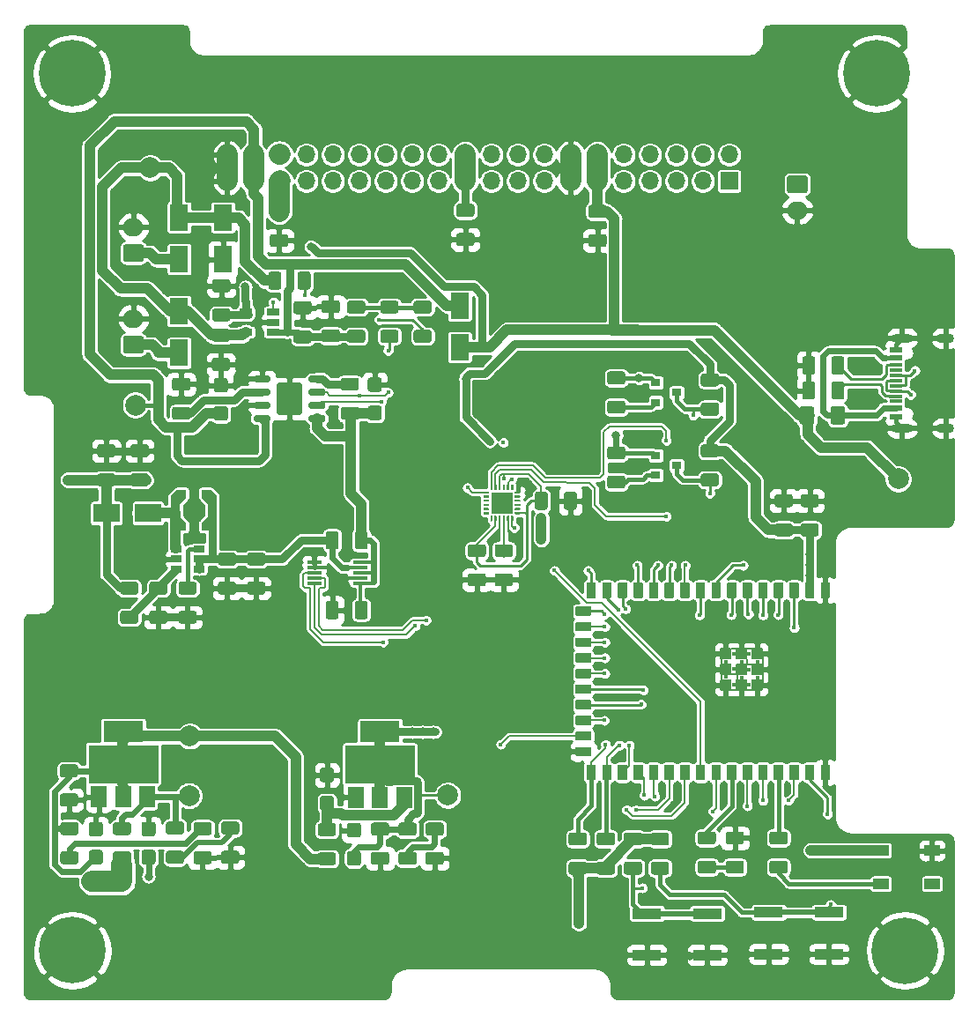
<source format=gbr>
G04 #@! TF.GenerationSoftware,KiCad,Pcbnew,(5.1.9)-1*
G04 #@! TF.CreationDate,2021-06-08T10:33:40+02:00*
G04 #@! TF.ProjectId,DynaQube,44796e61-5175-4626-952e-6b696361645f,v1.2*
G04 #@! TF.SameCoordinates,Original*
G04 #@! TF.FileFunction,Copper,L1,Top*
G04 #@! TF.FilePolarity,Positive*
%FSLAX46Y46*%
G04 Gerber Fmt 4.6, Leading zero omitted, Abs format (unit mm)*
G04 Created by KiCad (PCBNEW (5.1.9)-1) date 2021-06-08 10:33:40*
%MOMM*%
%LPD*%
G01*
G04 APERTURE LIST*
G04 #@! TA.AperFunction,NonConductor*
%ADD10C,0.100000*%
G04 #@! TD*
G04 #@! TA.AperFunction,SMDPad,CuDef*
%ADD11R,1.220000X0.650000*%
G04 #@! TD*
G04 #@! TA.AperFunction,SMDPad,CuDef*
%ADD12R,1.800000X2.500000*%
G04 #@! TD*
G04 #@! TA.AperFunction,SMDPad,CuDef*
%ADD13R,1.400000X0.300000*%
G04 #@! TD*
G04 #@! TA.AperFunction,ComponentPad*
%ADD14O,1.700000X1.700000*%
G04 #@! TD*
G04 #@! TA.AperFunction,ComponentPad*
%ADD15R,1.700000X1.700000*%
G04 #@! TD*
G04 #@! TA.AperFunction,SMDPad,CuDef*
%ADD16R,1.060000X0.650000*%
G04 #@! TD*
G04 #@! TA.AperFunction,ComponentPad*
%ADD17C,2.000000*%
G04 #@! TD*
G04 #@! TA.AperFunction,SMDPad,CuDef*
%ADD18C,0.100000*%
G04 #@! TD*
G04 #@! TA.AperFunction,SMDPad,CuDef*
%ADD19R,2.500000X1.800000*%
G04 #@! TD*
G04 #@! TA.AperFunction,ComponentPad*
%ADD20C,0.500000*%
G04 #@! TD*
G04 #@! TA.AperFunction,ComponentPad*
%ADD21O,2.000000X1.700000*%
G04 #@! TD*
G04 #@! TA.AperFunction,ComponentPad*
%ADD22C,0.400000*%
G04 #@! TD*
G04 #@! TA.AperFunction,SMDPad,CuDef*
%ADD23R,0.900000X0.800000*%
G04 #@! TD*
G04 #@! TA.AperFunction,SMDPad,CuDef*
%ADD24R,1.500000X2.000000*%
G04 #@! TD*
G04 #@! TA.AperFunction,SMDPad,CuDef*
%ADD25R,3.800000X2.000000*%
G04 #@! TD*
G04 #@! TA.AperFunction,SMDPad,CuDef*
%ADD26R,2.800000X1.000000*%
G04 #@! TD*
G04 #@! TA.AperFunction,SMDPad,CuDef*
%ADD27R,1.160000X0.600000*%
G04 #@! TD*
G04 #@! TA.AperFunction,SMDPad,CuDef*
%ADD28R,1.160000X0.300000*%
G04 #@! TD*
G04 #@! TA.AperFunction,ComponentPad*
%ADD29O,1.700000X0.900000*%
G04 #@! TD*
G04 #@! TA.AperFunction,ComponentPad*
%ADD30O,2.000000X0.900000*%
G04 #@! TD*
G04 #@! TA.AperFunction,SMDPad,CuDef*
%ADD31R,1.500000X1.000000*%
G04 #@! TD*
G04 #@! TA.AperFunction,ComponentPad*
%ADD32C,6.400000*%
G04 #@! TD*
G04 #@! TA.AperFunction,ViaPad*
%ADD33C,0.800000*%
G04 #@! TD*
G04 #@! TA.AperFunction,ViaPad*
%ADD34C,0.450000*%
G04 #@! TD*
G04 #@! TA.AperFunction,Conductor*
%ADD35C,0.400000*%
G04 #@! TD*
G04 #@! TA.AperFunction,Conductor*
%ADD36C,0.200000*%
G04 #@! TD*
G04 #@! TA.AperFunction,Conductor*
%ADD37C,0.250000*%
G04 #@! TD*
G04 #@! TA.AperFunction,Conductor*
%ADD38C,0.750000*%
G04 #@! TD*
G04 #@! TA.AperFunction,Conductor*
%ADD39C,2.000000*%
G04 #@! TD*
G04 #@! TA.AperFunction,Conductor*
%ADD40C,0.300000*%
G04 #@! TD*
G04 #@! TA.AperFunction,Conductor*
%ADD41C,1.000000*%
G04 #@! TD*
G04 #@! TA.AperFunction,Conductor*
%ADD42C,0.600000*%
G04 #@! TD*
G04 #@! TA.AperFunction,Conductor*
%ADD43C,0.500000*%
G04 #@! TD*
G04 #@! TA.AperFunction,Conductor*
%ADD44C,0.254000*%
G04 #@! TD*
G04 #@! TA.AperFunction,Conductor*
%ADD45C,0.100000*%
G04 #@! TD*
G04 APERTURE END LIST*
D10*
G36*
X65000000Y-120500000D02*
G01*
X58400000Y-120500000D01*
X58400000Y-116950000D01*
X65000000Y-116950000D01*
X65000000Y-120500000D01*
G37*
X65000000Y-120500000D02*
X58400000Y-120500000D01*
X58400000Y-116950000D01*
X65000000Y-116950000D01*
X65000000Y-120500000D01*
G36*
X40300000Y-120500000D02*
G01*
X33700000Y-120500000D01*
X33700000Y-116900000D01*
X40300000Y-116900000D01*
X40300000Y-120500000D01*
G37*
X40300000Y-120500000D02*
X33700000Y-120500000D01*
X33700000Y-116900000D01*
X40300000Y-116900000D01*
X40300000Y-120500000D01*
G36*
X74350000Y-94550000D02*
G01*
X72450000Y-94550000D01*
X72450000Y-92650000D01*
X74350000Y-92650000D01*
X74350000Y-94550000D01*
G37*
X74350000Y-94550000D02*
X72450000Y-94550000D01*
X72450000Y-92650000D01*
X74350000Y-92650000D01*
X74350000Y-94550000D01*
G04 #@! TA.AperFunction,SMDPad,CuDef*
G36*
G01*
X57575000Y-75375000D02*
X56325000Y-75375000D01*
G75*
G02*
X56075000Y-75125000I0J250000D01*
G01*
X56075000Y-74375000D01*
G75*
G02*
X56325000Y-74125000I250000J0D01*
G01*
X57575000Y-74125000D01*
G75*
G02*
X57825000Y-74375000I0J-250000D01*
G01*
X57825000Y-75125000D01*
G75*
G02*
X57575000Y-75375000I-250000J0D01*
G01*
G37*
G04 #@! TD.AperFunction*
G04 #@! TA.AperFunction,SMDPad,CuDef*
G36*
G01*
X57575000Y-78175000D02*
X56325000Y-78175000D01*
G75*
G02*
X56075000Y-77925000I0J250000D01*
G01*
X56075000Y-77175000D01*
G75*
G02*
X56325000Y-76925000I250000J0D01*
G01*
X57575000Y-76925000D01*
G75*
G02*
X57825000Y-77175000I0J-250000D01*
G01*
X57825000Y-77925000D01*
G75*
G02*
X57575000Y-78175000I-250000J0D01*
G01*
G37*
G04 #@! TD.AperFunction*
G04 #@! TA.AperFunction,SMDPad,CuDef*
G36*
G01*
X39875001Y-125650000D02*
X39024999Y-125650000D01*
G75*
G02*
X38775000Y-125400001I0J249999D01*
G01*
X38775000Y-124499999D01*
G75*
G02*
X39024999Y-124250000I249999J0D01*
G01*
X39875001Y-124250000D01*
G75*
G02*
X40125000Y-124499999I0J-249999D01*
G01*
X40125000Y-125400001D01*
G75*
G02*
X39875001Y-125650000I-249999J0D01*
G01*
G37*
G04 #@! TD.AperFunction*
G04 #@! TA.AperFunction,SMDPad,CuDef*
G36*
G01*
X39875001Y-128350000D02*
X39024999Y-128350000D01*
G75*
G02*
X38775000Y-128100001I0J249999D01*
G01*
X38775000Y-127199999D01*
G75*
G02*
X39024999Y-126950000I249999J0D01*
G01*
X39875001Y-126950000D01*
G75*
G02*
X40125000Y-127199999I0J-249999D01*
G01*
X40125000Y-128100001D01*
G75*
G02*
X39875001Y-128350000I-249999J0D01*
G01*
G37*
G04 #@! TD.AperFunction*
D11*
X48790000Y-77200000D03*
X48790000Y-75300000D03*
X51410000Y-75300000D03*
X51410000Y-76250000D03*
X51410000Y-77200000D03*
G04 #@! TA.AperFunction,SMDPad,CuDef*
G36*
G01*
X45825000Y-74925000D02*
X47075000Y-74925000D01*
G75*
G02*
X47325000Y-75175000I0J-250000D01*
G01*
X47325000Y-75925000D01*
G75*
G02*
X47075000Y-76175000I-250000J0D01*
G01*
X45825000Y-76175000D01*
G75*
G02*
X45575000Y-75925000I0J250000D01*
G01*
X45575000Y-75175000D01*
G75*
G02*
X45825000Y-74925000I250000J0D01*
G01*
G37*
G04 #@! TD.AperFunction*
G04 #@! TA.AperFunction,SMDPad,CuDef*
G36*
G01*
X45825000Y-72125000D02*
X47075000Y-72125000D01*
G75*
G02*
X47325000Y-72375000I0J-250000D01*
G01*
X47325000Y-73125000D01*
G75*
G02*
X47075000Y-73375000I-250000J0D01*
G01*
X45825000Y-73375000D01*
G75*
G02*
X45575000Y-73125000I0J250000D01*
G01*
X45575000Y-72375000D01*
G75*
G02*
X45825000Y-72125000I250000J0D01*
G01*
G37*
G04 #@! TD.AperFunction*
G04 #@! TA.AperFunction,SMDPad,CuDef*
G36*
G01*
X52225000Y-71625000D02*
X52225000Y-72875000D01*
G75*
G02*
X51975000Y-73125000I-250000J0D01*
G01*
X51225000Y-73125000D01*
G75*
G02*
X50975000Y-72875000I0J250000D01*
G01*
X50975000Y-71625000D01*
G75*
G02*
X51225000Y-71375000I250000J0D01*
G01*
X51975000Y-71375000D01*
G75*
G02*
X52225000Y-71625000I0J-250000D01*
G01*
G37*
G04 #@! TD.AperFunction*
G04 #@! TA.AperFunction,SMDPad,CuDef*
G36*
G01*
X55025000Y-71625000D02*
X55025000Y-72875000D01*
G75*
G02*
X54775000Y-73125000I-250000J0D01*
G01*
X54025000Y-73125000D01*
G75*
G02*
X53775000Y-72875000I0J250000D01*
G01*
X53775000Y-71625000D01*
G75*
G02*
X54025000Y-71375000I250000J0D01*
G01*
X54775000Y-71375000D01*
G75*
G02*
X55025000Y-71625000I0J-250000D01*
G01*
G37*
G04 #@! TD.AperFunction*
D12*
X69350000Y-78650000D03*
X69350000Y-74650000D03*
G04 #@! TA.AperFunction,SMDPad,CuDef*
G36*
G01*
X45775000Y-79675000D02*
X47025000Y-79675000D01*
G75*
G02*
X47275000Y-79925000I0J-250000D01*
G01*
X47275000Y-80675000D01*
G75*
G02*
X47025000Y-80925000I-250000J0D01*
G01*
X45775000Y-80925000D01*
G75*
G02*
X45525000Y-80675000I0J250000D01*
G01*
X45525000Y-79925000D01*
G75*
G02*
X45775000Y-79675000I250000J0D01*
G01*
G37*
G04 #@! TD.AperFunction*
G04 #@! TA.AperFunction,SMDPad,CuDef*
G36*
G01*
X45775000Y-76875000D02*
X47025000Y-76875000D01*
G75*
G02*
X47275000Y-77125000I0J-250000D01*
G01*
X47275000Y-77875000D01*
G75*
G02*
X47025000Y-78125000I-250000J0D01*
G01*
X45775000Y-78125000D01*
G75*
G02*
X45525000Y-77875000I0J250000D01*
G01*
X45525000Y-77125000D01*
G75*
G02*
X45775000Y-76875000I250000J0D01*
G01*
G37*
G04 #@! TD.AperFunction*
G04 #@! TA.AperFunction,SMDPad,CuDef*
G36*
G01*
X54875000Y-75475000D02*
X53625000Y-75475000D01*
G75*
G02*
X53375000Y-75225000I0J250000D01*
G01*
X53375000Y-74475000D01*
G75*
G02*
X53625000Y-74225000I250000J0D01*
G01*
X54875000Y-74225000D01*
G75*
G02*
X55125000Y-74475000I0J-250000D01*
G01*
X55125000Y-75225000D01*
G75*
G02*
X54875000Y-75475000I-250000J0D01*
G01*
G37*
G04 #@! TD.AperFunction*
G04 #@! TA.AperFunction,SMDPad,CuDef*
G36*
G01*
X54875000Y-78275000D02*
X53625000Y-78275000D01*
G75*
G02*
X53375000Y-78025000I0J250000D01*
G01*
X53375000Y-77275000D01*
G75*
G02*
X53625000Y-77025000I250000J0D01*
G01*
X54875000Y-77025000D01*
G75*
G02*
X55125000Y-77275000I0J-250000D01*
G01*
X55125000Y-78025000D01*
G75*
G02*
X54875000Y-78275000I-250000J0D01*
G01*
G37*
G04 #@! TD.AperFunction*
D13*
X59790000Y-99330000D03*
X59790000Y-99830000D03*
X59790000Y-100330000D03*
X59790000Y-100830000D03*
X59790000Y-101330000D03*
X55390000Y-101330000D03*
X55390000Y-100830000D03*
X55390000Y-100330000D03*
X55390000Y-99830000D03*
X55390000Y-99330000D03*
G04 #@! TA.AperFunction,SMDPad,CuDef*
G36*
G01*
X57725000Y-96575000D02*
X57725000Y-97825000D01*
G75*
G02*
X57475000Y-98075000I-250000J0D01*
G01*
X56725000Y-98075000D01*
G75*
G02*
X56475000Y-97825000I0J250000D01*
G01*
X56475000Y-96575000D01*
G75*
G02*
X56725000Y-96325000I250000J0D01*
G01*
X57475000Y-96325000D01*
G75*
G02*
X57725000Y-96575000I0J-250000D01*
G01*
G37*
G04 #@! TD.AperFunction*
G04 #@! TA.AperFunction,SMDPad,CuDef*
G36*
G01*
X60525000Y-96575000D02*
X60525000Y-97825000D01*
G75*
G02*
X60275000Y-98075000I-250000J0D01*
G01*
X59525000Y-98075000D01*
G75*
G02*
X59275000Y-97825000I0J250000D01*
G01*
X59275000Y-96575000D01*
G75*
G02*
X59525000Y-96325000I250000J0D01*
G01*
X60275000Y-96325000D01*
G75*
G02*
X60525000Y-96575000I0J-250000D01*
G01*
G37*
G04 #@! TD.AperFunction*
G04 #@! TA.AperFunction,SMDPad,CuDef*
G36*
G01*
X57725000Y-103275000D02*
X57725000Y-104525000D01*
G75*
G02*
X57475000Y-104775000I-250000J0D01*
G01*
X56725000Y-104775000D01*
G75*
G02*
X56475000Y-104525000I0J250000D01*
G01*
X56475000Y-103275000D01*
G75*
G02*
X56725000Y-103025000I250000J0D01*
G01*
X57475000Y-103025000D01*
G75*
G02*
X57725000Y-103275000I0J-250000D01*
G01*
G37*
G04 #@! TD.AperFunction*
G04 #@! TA.AperFunction,SMDPad,CuDef*
G36*
G01*
X60525000Y-103275000D02*
X60525000Y-104525000D01*
G75*
G02*
X60275000Y-104775000I-250000J0D01*
G01*
X59525000Y-104775000D01*
G75*
G02*
X59275000Y-104525000I0J250000D01*
G01*
X59275000Y-103275000D01*
G75*
G02*
X59525000Y-103025000I250000J0D01*
G01*
X60275000Y-103025000D01*
G75*
G02*
X60525000Y-103275000I0J-250000D01*
G01*
G37*
G04 #@! TD.AperFunction*
G04 #@! TA.AperFunction,SMDPad,CuDef*
G36*
G01*
X81975000Y-67775000D02*
X83225000Y-67775000D01*
G75*
G02*
X83475000Y-68025000I0J-250000D01*
G01*
X83475000Y-68775000D01*
G75*
G02*
X83225000Y-69025000I-250000J0D01*
G01*
X81975000Y-69025000D01*
G75*
G02*
X81725000Y-68775000I0J250000D01*
G01*
X81725000Y-68025000D01*
G75*
G02*
X81975000Y-67775000I250000J0D01*
G01*
G37*
G04 #@! TD.AperFunction*
G04 #@! TA.AperFunction,SMDPad,CuDef*
G36*
G01*
X81975000Y-64975000D02*
X83225000Y-64975000D01*
G75*
G02*
X83475000Y-65225000I0J-250000D01*
G01*
X83475000Y-65975000D01*
G75*
G02*
X83225000Y-66225000I-250000J0D01*
G01*
X81975000Y-66225000D01*
G75*
G02*
X81725000Y-65975000I0J250000D01*
G01*
X81725000Y-65225000D01*
G75*
G02*
X81975000Y-64975000I250000J0D01*
G01*
G37*
G04 #@! TD.AperFunction*
D14*
X47000000Y-60150000D03*
X47000000Y-62690000D03*
X49540000Y-60150000D03*
X49540000Y-62690000D03*
X52080000Y-60150000D03*
X52080000Y-62690000D03*
X54620000Y-60150000D03*
X54620000Y-62690000D03*
X57160000Y-60150000D03*
X57160000Y-62690000D03*
X59700000Y-60150000D03*
X59700000Y-62690000D03*
X62240000Y-60150000D03*
X62240000Y-62690000D03*
X64780000Y-60150000D03*
X64780000Y-62690000D03*
X67320000Y-60150000D03*
X67320000Y-62690000D03*
X69860000Y-60150000D03*
X69860000Y-62690000D03*
X72400000Y-60150000D03*
X72400000Y-62690000D03*
X74940000Y-60150000D03*
X74940000Y-62690000D03*
X77480000Y-60150000D03*
X77480000Y-62690000D03*
X80020000Y-60150000D03*
X80020000Y-62690000D03*
X82560000Y-60150000D03*
X82560000Y-62690000D03*
X85100000Y-60150000D03*
X85100000Y-62690000D03*
X87640000Y-60150000D03*
X87640000Y-62690000D03*
X90180000Y-60150000D03*
X90180000Y-62690000D03*
X92720000Y-60150000D03*
X92720000Y-62690000D03*
X95260000Y-60150000D03*
D15*
X95260000Y-62690000D03*
D16*
X44300000Y-99000000D03*
X44300000Y-98050000D03*
X44300000Y-99950000D03*
X42100000Y-99950000D03*
X42100000Y-99000000D03*
X42100000Y-98050000D03*
D17*
X38200000Y-84200000D03*
X39600000Y-61400000D03*
G04 #@! TA.AperFunction,SMDPad,CuDef*
G36*
G01*
X41025000Y-102425000D02*
X39775000Y-102425000D01*
G75*
G02*
X39525000Y-102175000I0J250000D01*
G01*
X39525000Y-101425000D01*
G75*
G02*
X39775000Y-101175000I250000J0D01*
G01*
X41025000Y-101175000D01*
G75*
G02*
X41275000Y-101425000I0J-250000D01*
G01*
X41275000Y-102175000D01*
G75*
G02*
X41025000Y-102425000I-250000J0D01*
G01*
G37*
G04 #@! TD.AperFunction*
G04 #@! TA.AperFunction,SMDPad,CuDef*
G36*
G01*
X41025000Y-105225000D02*
X39775000Y-105225000D01*
G75*
G02*
X39525000Y-104975000I0J250000D01*
G01*
X39525000Y-104225000D01*
G75*
G02*
X39775000Y-103975000I250000J0D01*
G01*
X41025000Y-103975000D01*
G75*
G02*
X41275000Y-104225000I0J-250000D01*
G01*
X41275000Y-104975000D01*
G75*
G02*
X41025000Y-105225000I-250000J0D01*
G01*
G37*
G04 #@! TD.AperFunction*
G04 #@! TA.AperFunction,SMDPad,CuDef*
G36*
G01*
X38225000Y-102425000D02*
X36975000Y-102425000D01*
G75*
G02*
X36725000Y-102175000I0J250000D01*
G01*
X36725000Y-101425000D01*
G75*
G02*
X36975000Y-101175000I250000J0D01*
G01*
X38225000Y-101175000D01*
G75*
G02*
X38475000Y-101425000I0J-250000D01*
G01*
X38475000Y-102175000D01*
G75*
G02*
X38225000Y-102425000I-250000J0D01*
G01*
G37*
G04 #@! TD.AperFunction*
G04 #@! TA.AperFunction,SMDPad,CuDef*
G36*
G01*
X38225000Y-105225000D02*
X36975000Y-105225000D01*
G75*
G02*
X36725000Y-104975000I0J250000D01*
G01*
X36725000Y-104225000D01*
G75*
G02*
X36975000Y-103975000I250000J0D01*
G01*
X38225000Y-103975000D01*
G75*
G02*
X38475000Y-104225000I0J-250000D01*
G01*
X38475000Y-104975000D01*
G75*
G02*
X38225000Y-105225000I-250000J0D01*
G01*
G37*
G04 #@! TD.AperFunction*
G04 #@! TA.AperFunction,SMDPad,CuDef*
G36*
G01*
X43825000Y-102425000D02*
X42575000Y-102425000D01*
G75*
G02*
X42325000Y-102175000I0J250000D01*
G01*
X42325000Y-101425000D01*
G75*
G02*
X42575000Y-101175000I250000J0D01*
G01*
X43825000Y-101175000D01*
G75*
G02*
X44075000Y-101425000I0J-250000D01*
G01*
X44075000Y-102175000D01*
G75*
G02*
X43825000Y-102425000I-250000J0D01*
G01*
G37*
G04 #@! TD.AperFunction*
G04 #@! TA.AperFunction,SMDPad,CuDef*
G36*
G01*
X43825000Y-105225000D02*
X42575000Y-105225000D01*
G75*
G02*
X42325000Y-104975000I0J250000D01*
G01*
X42325000Y-104225000D01*
G75*
G02*
X42575000Y-103975000I250000J0D01*
G01*
X43825000Y-103975000D01*
G75*
G02*
X44075000Y-104225000I0J-250000D01*
G01*
X44075000Y-104975000D01*
G75*
G02*
X43825000Y-105225000I-250000J0D01*
G01*
G37*
G04 #@! TD.AperFunction*
G04 #@! TA.AperFunction,SMDPad,CuDef*
D18*
G36*
X44550000Y-95470000D02*
G01*
X45130000Y-94875000D01*
X45130000Y-93725000D01*
X44550000Y-93130000D01*
X44550000Y-92355000D01*
X45440000Y-92355000D01*
X46000000Y-92905000D01*
X46000000Y-95695000D01*
X45440000Y-96245000D01*
X44550000Y-96245000D01*
X44550000Y-95470000D01*
G37*
G04 #@! TD.AperFunction*
G04 #@! TA.AperFunction,SMDPad,CuDef*
G36*
X41600000Y-95695000D02*
G01*
X41600000Y-92905000D01*
X42160000Y-92355000D01*
X43050000Y-92355000D01*
X43050000Y-93130000D01*
X42470000Y-93725000D01*
X42470000Y-94875000D01*
X43050000Y-95470000D01*
X43050000Y-96245000D01*
X42160000Y-96245000D01*
X41600000Y-95695000D01*
G37*
G04 #@! TD.AperFunction*
D19*
X39400000Y-94600000D03*
X35400000Y-94600000D03*
G04 #@! TA.AperFunction,SMDPad,CuDef*
G36*
G01*
X46375000Y-101175000D02*
X47625000Y-101175000D01*
G75*
G02*
X47875000Y-101425000I0J-250000D01*
G01*
X47875000Y-102175000D01*
G75*
G02*
X47625000Y-102425000I-250000J0D01*
G01*
X46375000Y-102425000D01*
G75*
G02*
X46125000Y-102175000I0J250000D01*
G01*
X46125000Y-101425000D01*
G75*
G02*
X46375000Y-101175000I250000J0D01*
G01*
G37*
G04 #@! TD.AperFunction*
G04 #@! TA.AperFunction,SMDPad,CuDef*
G36*
G01*
X46375000Y-98375000D02*
X47625000Y-98375000D01*
G75*
G02*
X47875000Y-98625000I0J-250000D01*
G01*
X47875000Y-99375000D01*
G75*
G02*
X47625000Y-99625000I-250000J0D01*
G01*
X46375000Y-99625000D01*
G75*
G02*
X46125000Y-99375000I0J250000D01*
G01*
X46125000Y-98625000D01*
G75*
G02*
X46375000Y-98375000I250000J0D01*
G01*
G37*
G04 #@! TD.AperFunction*
G04 #@! TA.AperFunction,SMDPad,CuDef*
G36*
G01*
X49175000Y-101175000D02*
X50425000Y-101175000D01*
G75*
G02*
X50675000Y-101425000I0J-250000D01*
G01*
X50675000Y-102175000D01*
G75*
G02*
X50425000Y-102425000I-250000J0D01*
G01*
X49175000Y-102425000D01*
G75*
G02*
X48925000Y-102175000I0J250000D01*
G01*
X48925000Y-101425000D01*
G75*
G02*
X49175000Y-101175000I250000J0D01*
G01*
G37*
G04 #@! TD.AperFunction*
G04 #@! TA.AperFunction,SMDPad,CuDef*
G36*
G01*
X49175000Y-98375000D02*
X50425000Y-98375000D01*
G75*
G02*
X50675000Y-98625000I0J-250000D01*
G01*
X50675000Y-99375000D01*
G75*
G02*
X50425000Y-99625000I-250000J0D01*
G01*
X49175000Y-99625000D01*
G75*
G02*
X48925000Y-99375000I0J250000D01*
G01*
X48925000Y-98625000D01*
G75*
G02*
X49175000Y-98375000I250000J0D01*
G01*
G37*
G04 #@! TD.AperFunction*
G04 #@! TA.AperFunction,SMDPad,CuDef*
G36*
G01*
X36025000Y-89225000D02*
X34775000Y-89225000D01*
G75*
G02*
X34525000Y-88975000I0J250000D01*
G01*
X34525000Y-88225000D01*
G75*
G02*
X34775000Y-87975000I250000J0D01*
G01*
X36025000Y-87975000D01*
G75*
G02*
X36275000Y-88225000I0J-250000D01*
G01*
X36275000Y-88975000D01*
G75*
G02*
X36025000Y-89225000I-250000J0D01*
G01*
G37*
G04 #@! TD.AperFunction*
G04 #@! TA.AperFunction,SMDPad,CuDef*
G36*
G01*
X36025000Y-92025000D02*
X34775000Y-92025000D01*
G75*
G02*
X34525000Y-91775000I0J250000D01*
G01*
X34525000Y-91025000D01*
G75*
G02*
X34775000Y-90775000I250000J0D01*
G01*
X36025000Y-90775000D01*
G75*
G02*
X36275000Y-91025000I0J-250000D01*
G01*
X36275000Y-91775000D01*
G75*
G02*
X36025000Y-92025000I-250000J0D01*
G01*
G37*
G04 #@! TD.AperFunction*
G04 #@! TA.AperFunction,SMDPad,CuDef*
G36*
G01*
X39225000Y-89225000D02*
X37975000Y-89225000D01*
G75*
G02*
X37725000Y-88975000I0J250000D01*
G01*
X37725000Y-88225000D01*
G75*
G02*
X37975000Y-87975000I250000J0D01*
G01*
X39225000Y-87975000D01*
G75*
G02*
X39475000Y-88225000I0J-250000D01*
G01*
X39475000Y-88975000D01*
G75*
G02*
X39225000Y-89225000I-250000J0D01*
G01*
G37*
G04 #@! TD.AperFunction*
G04 #@! TA.AperFunction,SMDPad,CuDef*
G36*
G01*
X39225000Y-92025000D02*
X37975000Y-92025000D01*
G75*
G02*
X37725000Y-91775000I0J250000D01*
G01*
X37725000Y-91025000D01*
G75*
G02*
X37975000Y-90775000I250000J0D01*
G01*
X39225000Y-90775000D01*
G75*
G02*
X39475000Y-91025000I0J-250000D01*
G01*
X39475000Y-91775000D01*
G75*
G02*
X39225000Y-92025000I-250000J0D01*
G01*
G37*
G04 #@! TD.AperFunction*
D12*
X42400000Y-70200000D03*
X42400000Y-66200000D03*
G04 #@! TA.AperFunction,SMDPad,CuDef*
G36*
G01*
X54850000Y-81845000D02*
X54850000Y-81545000D01*
G75*
G02*
X55000000Y-81395000I150000J0D01*
G01*
X56300000Y-81395000D01*
G75*
G02*
X56450000Y-81545000I0J-150000D01*
G01*
X56450000Y-81845000D01*
G75*
G02*
X56300000Y-81995000I-150000J0D01*
G01*
X55000000Y-81995000D01*
G75*
G02*
X54850000Y-81845000I0J150000D01*
G01*
G37*
G04 #@! TD.AperFunction*
G04 #@! TA.AperFunction,SMDPad,CuDef*
G36*
G01*
X54850000Y-83115000D02*
X54850000Y-82815000D01*
G75*
G02*
X55000000Y-82665000I150000J0D01*
G01*
X56300000Y-82665000D01*
G75*
G02*
X56450000Y-82815000I0J-150000D01*
G01*
X56450000Y-83115000D01*
G75*
G02*
X56300000Y-83265000I-150000J0D01*
G01*
X55000000Y-83265000D01*
G75*
G02*
X54850000Y-83115000I0J150000D01*
G01*
G37*
G04 #@! TD.AperFunction*
G04 #@! TA.AperFunction,SMDPad,CuDef*
G36*
G01*
X54850000Y-84385000D02*
X54850000Y-84085000D01*
G75*
G02*
X55000000Y-83935000I150000J0D01*
G01*
X56300000Y-83935000D01*
G75*
G02*
X56450000Y-84085000I0J-150000D01*
G01*
X56450000Y-84385000D01*
G75*
G02*
X56300000Y-84535000I-150000J0D01*
G01*
X55000000Y-84535000D01*
G75*
G02*
X54850000Y-84385000I0J150000D01*
G01*
G37*
G04 #@! TD.AperFunction*
G04 #@! TA.AperFunction,SMDPad,CuDef*
G36*
G01*
X54850000Y-85655000D02*
X54850000Y-85355000D01*
G75*
G02*
X55000000Y-85205000I150000J0D01*
G01*
X56300000Y-85205000D01*
G75*
G02*
X56450000Y-85355000I0J-150000D01*
G01*
X56450000Y-85655000D01*
G75*
G02*
X56300000Y-85805000I-150000J0D01*
G01*
X55000000Y-85805000D01*
G75*
G02*
X54850000Y-85655000I0J150000D01*
G01*
G37*
G04 #@! TD.AperFunction*
G04 #@! TA.AperFunction,SMDPad,CuDef*
G36*
G01*
X49550000Y-85655000D02*
X49550000Y-85355000D01*
G75*
G02*
X49700000Y-85205000I150000J0D01*
G01*
X51000000Y-85205000D01*
G75*
G02*
X51150000Y-85355000I0J-150000D01*
G01*
X51150000Y-85655000D01*
G75*
G02*
X51000000Y-85805000I-150000J0D01*
G01*
X49700000Y-85805000D01*
G75*
G02*
X49550000Y-85655000I0J150000D01*
G01*
G37*
G04 #@! TD.AperFunction*
G04 #@! TA.AperFunction,SMDPad,CuDef*
G36*
G01*
X49550000Y-84385000D02*
X49550000Y-84085000D01*
G75*
G02*
X49700000Y-83935000I150000J0D01*
G01*
X51000000Y-83935000D01*
G75*
G02*
X51150000Y-84085000I0J-150000D01*
G01*
X51150000Y-84385000D01*
G75*
G02*
X51000000Y-84535000I-150000J0D01*
G01*
X49700000Y-84535000D01*
G75*
G02*
X49550000Y-84385000I0J150000D01*
G01*
G37*
G04 #@! TD.AperFunction*
G04 #@! TA.AperFunction,SMDPad,CuDef*
G36*
G01*
X49550000Y-83115000D02*
X49550000Y-82815000D01*
G75*
G02*
X49700000Y-82665000I150000J0D01*
G01*
X51000000Y-82665000D01*
G75*
G02*
X51150000Y-82815000I0J-150000D01*
G01*
X51150000Y-83115000D01*
G75*
G02*
X51000000Y-83265000I-150000J0D01*
G01*
X49700000Y-83265000D01*
G75*
G02*
X49550000Y-83115000I0J150000D01*
G01*
G37*
G04 #@! TD.AperFunction*
G04 #@! TA.AperFunction,SMDPad,CuDef*
G36*
G01*
X49550000Y-81845000D02*
X49550000Y-81545000D01*
G75*
G02*
X49700000Y-81395000I150000J0D01*
G01*
X51000000Y-81395000D01*
G75*
G02*
X51150000Y-81545000I0J-150000D01*
G01*
X51150000Y-81845000D01*
G75*
G02*
X51000000Y-81995000I-150000J0D01*
G01*
X49700000Y-81995000D01*
G75*
G02*
X49550000Y-81845000I0J150000D01*
G01*
G37*
G04 #@! TD.AperFunction*
D20*
X53955000Y-84900000D03*
X52045000Y-84900000D03*
X53955000Y-83600000D03*
X52045000Y-83600000D03*
X53955000Y-82300000D03*
X52045000Y-82300000D03*
G04 #@! TA.AperFunction,SMDPad,CuDef*
G36*
G01*
X51795000Y-84899360D02*
X51795000Y-82300640D01*
G75*
G02*
X52045640Y-82050000I250640J0D01*
G01*
X53954360Y-82050000D01*
G75*
G02*
X54205000Y-82300640I0J-250640D01*
G01*
X54205000Y-84899360D01*
G75*
G02*
X53954360Y-85150000I-250640J0D01*
G01*
X52045640Y-85150000D01*
G75*
G02*
X51795000Y-84899360I0J250640D01*
G01*
G37*
G04 #@! TD.AperFunction*
G04 #@! TA.AperFunction,SMDPad,CuDef*
G36*
G01*
X58775000Y-76975000D02*
X60025000Y-76975000D01*
G75*
G02*
X60275000Y-77225000I0J-250000D01*
G01*
X60275000Y-77975000D01*
G75*
G02*
X60025000Y-78225000I-250000J0D01*
G01*
X58775000Y-78225000D01*
G75*
G02*
X58525000Y-77975000I0J250000D01*
G01*
X58525000Y-77225000D01*
G75*
G02*
X58775000Y-76975000I250000J0D01*
G01*
G37*
G04 #@! TD.AperFunction*
G04 #@! TA.AperFunction,SMDPad,CuDef*
G36*
G01*
X58775000Y-74175000D02*
X60025000Y-74175000D01*
G75*
G02*
X60275000Y-74425000I0J-250000D01*
G01*
X60275000Y-75175000D01*
G75*
G02*
X60025000Y-75425000I-250000J0D01*
G01*
X58775000Y-75425000D01*
G75*
G02*
X58525000Y-75175000I0J250000D01*
G01*
X58525000Y-74425000D01*
G75*
G02*
X58775000Y-74175000I250000J0D01*
G01*
G37*
G04 #@! TD.AperFunction*
G04 #@! TA.AperFunction,SMDPad,CuDef*
G36*
G01*
X41975000Y-84375000D02*
X43225000Y-84375000D01*
G75*
G02*
X43475000Y-84625000I0J-250000D01*
G01*
X43475000Y-85375000D01*
G75*
G02*
X43225000Y-85625000I-250000J0D01*
G01*
X41975000Y-85625000D01*
G75*
G02*
X41725000Y-85375000I0J250000D01*
G01*
X41725000Y-84625000D01*
G75*
G02*
X41975000Y-84375000I250000J0D01*
G01*
G37*
G04 #@! TD.AperFunction*
G04 #@! TA.AperFunction,SMDPad,CuDef*
G36*
G01*
X41975000Y-81575000D02*
X43225000Y-81575000D01*
G75*
G02*
X43475000Y-81825000I0J-250000D01*
G01*
X43475000Y-82575000D01*
G75*
G02*
X43225000Y-82825000I-250000J0D01*
G01*
X41975000Y-82825000D01*
G75*
G02*
X41725000Y-82575000I0J250000D01*
G01*
X41725000Y-81825000D01*
G75*
G02*
X41975000Y-81575000I250000J0D01*
G01*
G37*
G04 #@! TD.AperFunction*
G04 #@! TA.AperFunction,SMDPad,CuDef*
G36*
G01*
X59425000Y-82825000D02*
X58175000Y-82825000D01*
G75*
G02*
X57925000Y-82575000I0J250000D01*
G01*
X57925000Y-81825000D01*
G75*
G02*
X58175000Y-81575000I250000J0D01*
G01*
X59425000Y-81575000D01*
G75*
G02*
X59675000Y-81825000I0J-250000D01*
G01*
X59675000Y-82575000D01*
G75*
G02*
X59425000Y-82825000I-250000J0D01*
G01*
G37*
G04 #@! TD.AperFunction*
G04 #@! TA.AperFunction,SMDPad,CuDef*
G36*
G01*
X59425000Y-85625000D02*
X58175000Y-85625000D01*
G75*
G02*
X57925000Y-85375000I0J250000D01*
G01*
X57925000Y-84625000D01*
G75*
G02*
X58175000Y-84375000I250000J0D01*
G01*
X59425000Y-84375000D01*
G75*
G02*
X59675000Y-84625000I0J-250000D01*
G01*
X59675000Y-85375000D01*
G75*
G02*
X59425000Y-85625000I-250000J0D01*
G01*
G37*
G04 #@! TD.AperFunction*
D21*
X101800000Y-65500000D03*
G04 #@! TA.AperFunction,ComponentPad*
G36*
G01*
X101050000Y-62150000D02*
X102550000Y-62150000D01*
G75*
G02*
X102800000Y-62400000I0J-250000D01*
G01*
X102800000Y-63600000D01*
G75*
G02*
X102550000Y-63850000I-250000J0D01*
G01*
X101050000Y-63850000D01*
G75*
G02*
X100800000Y-63600000I0J250000D01*
G01*
X100800000Y-62400000D01*
G75*
G02*
X101050000Y-62150000I250000J0D01*
G01*
G37*
G04 #@! TD.AperFunction*
G04 #@! TA.AperFunction,SMDPad,CuDef*
G36*
G01*
X66425000Y-75425000D02*
X65175000Y-75425000D01*
G75*
G02*
X64925000Y-75175000I0J250000D01*
G01*
X64925000Y-74425000D01*
G75*
G02*
X65175000Y-74175000I250000J0D01*
G01*
X66425000Y-74175000D01*
G75*
G02*
X66675000Y-74425000I0J-250000D01*
G01*
X66675000Y-75175000D01*
G75*
G02*
X66425000Y-75425000I-250000J0D01*
G01*
G37*
G04 #@! TD.AperFunction*
G04 #@! TA.AperFunction,SMDPad,CuDef*
G36*
G01*
X66425000Y-78225000D02*
X65175000Y-78225000D01*
G75*
G02*
X64925000Y-77975000I0J250000D01*
G01*
X64925000Y-77225000D01*
G75*
G02*
X65175000Y-76975000I250000J0D01*
G01*
X66425000Y-76975000D01*
G75*
G02*
X66675000Y-77225000I0J-250000D01*
G01*
X66675000Y-77975000D01*
G75*
G02*
X66425000Y-78225000I-250000J0D01*
G01*
G37*
G04 #@! TD.AperFunction*
G04 #@! TA.AperFunction,SMDPad,CuDef*
G36*
G01*
X63225000Y-75425000D02*
X61975000Y-75425000D01*
G75*
G02*
X61725000Y-75175000I0J250000D01*
G01*
X61725000Y-74425000D01*
G75*
G02*
X61975000Y-74175000I250000J0D01*
G01*
X63225000Y-74175000D01*
G75*
G02*
X63475000Y-74425000I0J-250000D01*
G01*
X63475000Y-75175000D01*
G75*
G02*
X63225000Y-75425000I-250000J0D01*
G01*
G37*
G04 #@! TD.AperFunction*
G04 #@! TA.AperFunction,SMDPad,CuDef*
G36*
G01*
X63225000Y-78225000D02*
X61975000Y-78225000D01*
G75*
G02*
X61725000Y-77975000I0J250000D01*
G01*
X61725000Y-77225000D01*
G75*
G02*
X61975000Y-76975000I250000J0D01*
G01*
X63225000Y-76975000D01*
G75*
G02*
X63475000Y-77225000I0J-250000D01*
G01*
X63475000Y-77975000D01*
G75*
G02*
X63225000Y-78225000I-250000J0D01*
G01*
G37*
G04 #@! TD.AperFunction*
D12*
X46600000Y-70200000D03*
X46600000Y-66200000D03*
X42400000Y-79200000D03*
X42400000Y-75200000D03*
G04 #@! TA.AperFunction,SMDPad,CuDef*
G36*
G01*
X61625001Y-82950000D02*
X60774999Y-82950000D01*
G75*
G02*
X60525000Y-82700001I0J249999D01*
G01*
X60525000Y-81799999D01*
G75*
G02*
X60774999Y-81550000I249999J0D01*
G01*
X61625001Y-81550000D01*
G75*
G02*
X61875000Y-81799999I0J-249999D01*
G01*
X61875000Y-82700001D01*
G75*
G02*
X61625001Y-82950000I-249999J0D01*
G01*
G37*
G04 #@! TD.AperFunction*
G04 #@! TA.AperFunction,SMDPad,CuDef*
G36*
G01*
X61625001Y-85650000D02*
X60774999Y-85650000D01*
G75*
G02*
X60525000Y-85400001I0J249999D01*
G01*
X60525000Y-84499999D01*
G75*
G02*
X60774999Y-84250000I249999J0D01*
G01*
X61625001Y-84250000D01*
G75*
G02*
X61875000Y-84499999I0J-249999D01*
G01*
X61875000Y-85400001D01*
G75*
G02*
X61625001Y-85650000I-249999J0D01*
G01*
G37*
G04 #@! TD.AperFunction*
G04 #@! TA.AperFunction,SMDPad,CuDef*
G36*
G01*
X46825001Y-83000000D02*
X45974999Y-83000000D01*
G75*
G02*
X45725000Y-82750001I0J249999D01*
G01*
X45725000Y-81849999D01*
G75*
G02*
X45974999Y-81600000I249999J0D01*
G01*
X46825001Y-81600000D01*
G75*
G02*
X47075000Y-81849999I0J-249999D01*
G01*
X47075000Y-82750001D01*
G75*
G02*
X46825001Y-83000000I-249999J0D01*
G01*
G37*
G04 #@! TD.AperFunction*
G04 #@! TA.AperFunction,SMDPad,CuDef*
G36*
G01*
X46825001Y-85700000D02*
X45974999Y-85700000D01*
G75*
G02*
X45725000Y-85450001I0J249999D01*
G01*
X45725000Y-84549999D01*
G75*
G02*
X45974999Y-84300000I249999J0D01*
G01*
X46825001Y-84300000D01*
G75*
G02*
X47075000Y-84549999I0J-249999D01*
G01*
X47075000Y-85450001D01*
G75*
G02*
X46825001Y-85700000I-249999J0D01*
G01*
G37*
G04 #@! TD.AperFunction*
G04 #@! TA.AperFunction,SMDPad,CuDef*
G36*
G01*
X99375000Y-127975000D02*
X100625000Y-127975000D01*
G75*
G02*
X100875000Y-128225000I0J-250000D01*
G01*
X100875000Y-128975000D01*
G75*
G02*
X100625000Y-129225000I-250000J0D01*
G01*
X99375000Y-129225000D01*
G75*
G02*
X99125000Y-128975000I0J250000D01*
G01*
X99125000Y-128225000D01*
G75*
G02*
X99375000Y-127975000I250000J0D01*
G01*
G37*
G04 #@! TD.AperFunction*
G04 #@! TA.AperFunction,SMDPad,CuDef*
G36*
G01*
X99375000Y-125175000D02*
X100625000Y-125175000D01*
G75*
G02*
X100875000Y-125425000I0J-250000D01*
G01*
X100875000Y-126175000D01*
G75*
G02*
X100625000Y-126425000I-250000J0D01*
G01*
X99375000Y-126425000D01*
G75*
G02*
X99125000Y-126175000I0J250000D01*
G01*
X99125000Y-125425000D01*
G75*
G02*
X99375000Y-125175000I250000J0D01*
G01*
G37*
G04 #@! TD.AperFunction*
D22*
X95693200Y-109573200D03*
X97166400Y-109624000D03*
X96506000Y-110386000D03*
X96455200Y-108862000D03*
X95693200Y-108100000D03*
X94982000Y-108862000D03*
X94982000Y-110335200D03*
X95693200Y-111097200D03*
X97166400Y-111097200D03*
X97979200Y-110386000D03*
X97979200Y-108862000D03*
X97166400Y-108100000D03*
G04 #@! TA.AperFunction,SMDPad,CuDef*
G36*
G01*
X95388100Y-111660000D02*
X94461900Y-111660000D01*
G75*
G02*
X94375000Y-111573100I0J86900D01*
G01*
X94375000Y-110646900D01*
G75*
G02*
X94461900Y-110560000I86900J0D01*
G01*
X95388100Y-110560000D01*
G75*
G02*
X95475000Y-110646900I0J-86900D01*
G01*
X95475000Y-111573100D01*
G75*
G02*
X95388100Y-111660000I-86900J0D01*
G01*
G37*
G04 #@! TD.AperFunction*
G04 #@! TA.AperFunction,SMDPad,CuDef*
G36*
G01*
X95388100Y-110160000D02*
X94461900Y-110160000D01*
G75*
G02*
X94375000Y-110073100I0J86900D01*
G01*
X94375000Y-109146900D01*
G75*
G02*
X94461900Y-109060000I86900J0D01*
G01*
X95388100Y-109060000D01*
G75*
G02*
X95475000Y-109146900I0J-86900D01*
G01*
X95475000Y-110073100D01*
G75*
G02*
X95388100Y-110160000I-86900J0D01*
G01*
G37*
G04 #@! TD.AperFunction*
G04 #@! TA.AperFunction,SMDPad,CuDef*
G36*
G01*
X95388100Y-108660000D02*
X94461900Y-108660000D01*
G75*
G02*
X94375000Y-108573100I0J86900D01*
G01*
X94375000Y-107646900D01*
G75*
G02*
X94461900Y-107560000I86900J0D01*
G01*
X95388100Y-107560000D01*
G75*
G02*
X95475000Y-107646900I0J-86900D01*
G01*
X95475000Y-108573100D01*
G75*
G02*
X95388100Y-108660000I-86900J0D01*
G01*
G37*
G04 #@! TD.AperFunction*
G04 #@! TA.AperFunction,SMDPad,CuDef*
G36*
G01*
X96888100Y-111660000D02*
X95961900Y-111660000D01*
G75*
G02*
X95875000Y-111573100I0J86900D01*
G01*
X95875000Y-110646900D01*
G75*
G02*
X95961900Y-110560000I86900J0D01*
G01*
X96888100Y-110560000D01*
G75*
G02*
X96975000Y-110646900I0J-86900D01*
G01*
X96975000Y-111573100D01*
G75*
G02*
X96888100Y-111660000I-86900J0D01*
G01*
G37*
G04 #@! TD.AperFunction*
G04 #@! TA.AperFunction,SMDPad,CuDef*
G36*
G01*
X96888100Y-110160000D02*
X95961900Y-110160000D01*
G75*
G02*
X95875000Y-110073100I0J86900D01*
G01*
X95875000Y-109146900D01*
G75*
G02*
X95961900Y-109060000I86900J0D01*
G01*
X96888100Y-109060000D01*
G75*
G02*
X96975000Y-109146900I0J-86900D01*
G01*
X96975000Y-110073100D01*
G75*
G02*
X96888100Y-110160000I-86900J0D01*
G01*
G37*
G04 #@! TD.AperFunction*
G04 #@! TA.AperFunction,SMDPad,CuDef*
G36*
G01*
X96888100Y-108660000D02*
X95961900Y-108660000D01*
G75*
G02*
X95875000Y-108573100I0J86900D01*
G01*
X95875000Y-107646900D01*
G75*
G02*
X95961900Y-107560000I86900J0D01*
G01*
X96888100Y-107560000D01*
G75*
G02*
X96975000Y-107646900I0J-86900D01*
G01*
X96975000Y-108573100D01*
G75*
G02*
X96888100Y-108660000I-86900J0D01*
G01*
G37*
G04 #@! TD.AperFunction*
G04 #@! TA.AperFunction,SMDPad,CuDef*
G36*
G01*
X98388100Y-111660000D02*
X97461900Y-111660000D01*
G75*
G02*
X97375000Y-111573100I0J86900D01*
G01*
X97375000Y-110646900D01*
G75*
G02*
X97461900Y-110560000I86900J0D01*
G01*
X98388100Y-110560000D01*
G75*
G02*
X98475000Y-110646900I0J-86900D01*
G01*
X98475000Y-111573100D01*
G75*
G02*
X98388100Y-111660000I-86900J0D01*
G01*
G37*
G04 #@! TD.AperFunction*
G04 #@! TA.AperFunction,SMDPad,CuDef*
G36*
G01*
X98388100Y-110160000D02*
X97461900Y-110160000D01*
G75*
G02*
X97375000Y-110073100I0J86900D01*
G01*
X97375000Y-109146900D01*
G75*
G02*
X97461900Y-109060000I86900J0D01*
G01*
X98388100Y-109060000D01*
G75*
G02*
X98475000Y-109146900I0J-86900D01*
G01*
X98475000Y-110073100D01*
G75*
G02*
X98388100Y-110160000I-86900J0D01*
G01*
G37*
G04 #@! TD.AperFunction*
G04 #@! TA.AperFunction,SMDPad,CuDef*
G36*
G01*
X98388100Y-108660000D02*
X97461900Y-108660000D01*
G75*
G02*
X97375000Y-108573100I0J86900D01*
G01*
X97375000Y-107646900D01*
G75*
G02*
X97461900Y-107560000I86900J0D01*
G01*
X98388100Y-107560000D01*
G75*
G02*
X98475000Y-107646900I0J-86900D01*
G01*
X98475000Y-108573100D01*
G75*
G02*
X98388100Y-108660000I-86900J0D01*
G01*
G37*
G04 #@! TD.AperFunction*
G04 #@! TA.AperFunction,SMDPad,CuDef*
G36*
G01*
X104878900Y-120250000D02*
X104121100Y-120250000D01*
G75*
G02*
X104050000Y-120178900I0J71100D01*
G01*
X104050000Y-118821100D01*
G75*
G02*
X104121100Y-118750000I71100J0D01*
G01*
X104878900Y-118750000D01*
G75*
G02*
X104950000Y-118821100I0J-71100D01*
G01*
X104950000Y-120178900D01*
G75*
G02*
X104878900Y-120250000I-71100J0D01*
G01*
G37*
G04 #@! TD.AperFunction*
G04 #@! TA.AperFunction,SMDPad,CuDef*
G36*
G01*
X103378900Y-120250000D02*
X102621100Y-120250000D01*
G75*
G02*
X102550000Y-120178900I0J71100D01*
G01*
X102550000Y-118821100D01*
G75*
G02*
X102621100Y-118750000I71100J0D01*
G01*
X103378900Y-118750000D01*
G75*
G02*
X103450000Y-118821100I0J-71100D01*
G01*
X103450000Y-120178900D01*
G75*
G02*
X103378900Y-120250000I-71100J0D01*
G01*
G37*
G04 #@! TD.AperFunction*
G04 #@! TA.AperFunction,SMDPad,CuDef*
G36*
G01*
X101878900Y-120250000D02*
X101121100Y-120250000D01*
G75*
G02*
X101050000Y-120178900I0J71100D01*
G01*
X101050000Y-118821100D01*
G75*
G02*
X101121100Y-118750000I71100J0D01*
G01*
X101878900Y-118750000D01*
G75*
G02*
X101950000Y-118821100I0J-71100D01*
G01*
X101950000Y-120178900D01*
G75*
G02*
X101878900Y-120250000I-71100J0D01*
G01*
G37*
G04 #@! TD.AperFunction*
G04 #@! TA.AperFunction,SMDPad,CuDef*
G36*
G01*
X100378900Y-120250000D02*
X99621100Y-120250000D01*
G75*
G02*
X99550000Y-120178900I0J71100D01*
G01*
X99550000Y-118821100D01*
G75*
G02*
X99621100Y-118750000I71100J0D01*
G01*
X100378900Y-118750000D01*
G75*
G02*
X100450000Y-118821100I0J-71100D01*
G01*
X100450000Y-120178900D01*
G75*
G02*
X100378900Y-120250000I-71100J0D01*
G01*
G37*
G04 #@! TD.AperFunction*
G04 #@! TA.AperFunction,SMDPad,CuDef*
G36*
G01*
X98878900Y-120250000D02*
X98121100Y-120250000D01*
G75*
G02*
X98050000Y-120178900I0J71100D01*
G01*
X98050000Y-118821100D01*
G75*
G02*
X98121100Y-118750000I71100J0D01*
G01*
X98878900Y-118750000D01*
G75*
G02*
X98950000Y-118821100I0J-71100D01*
G01*
X98950000Y-120178900D01*
G75*
G02*
X98878900Y-120250000I-71100J0D01*
G01*
G37*
G04 #@! TD.AperFunction*
G04 #@! TA.AperFunction,SMDPad,CuDef*
G36*
G01*
X97378900Y-120250000D02*
X96621100Y-120250000D01*
G75*
G02*
X96550000Y-120178900I0J71100D01*
G01*
X96550000Y-118821100D01*
G75*
G02*
X96621100Y-118750000I71100J0D01*
G01*
X97378900Y-118750000D01*
G75*
G02*
X97450000Y-118821100I0J-71100D01*
G01*
X97450000Y-120178900D01*
G75*
G02*
X97378900Y-120250000I-71100J0D01*
G01*
G37*
G04 #@! TD.AperFunction*
G04 #@! TA.AperFunction,SMDPad,CuDef*
G36*
G01*
X95878900Y-120250000D02*
X95121100Y-120250000D01*
G75*
G02*
X95050000Y-120178900I0J71100D01*
G01*
X95050000Y-118821100D01*
G75*
G02*
X95121100Y-118750000I71100J0D01*
G01*
X95878900Y-118750000D01*
G75*
G02*
X95950000Y-118821100I0J-71100D01*
G01*
X95950000Y-120178900D01*
G75*
G02*
X95878900Y-120250000I-71100J0D01*
G01*
G37*
G04 #@! TD.AperFunction*
G04 #@! TA.AperFunction,SMDPad,CuDef*
G36*
G01*
X94378900Y-120250000D02*
X93621100Y-120250000D01*
G75*
G02*
X93550000Y-120178900I0J71100D01*
G01*
X93550000Y-118821100D01*
G75*
G02*
X93621100Y-118750000I71100J0D01*
G01*
X94378900Y-118750000D01*
G75*
G02*
X94450000Y-118821100I0J-71100D01*
G01*
X94450000Y-120178900D01*
G75*
G02*
X94378900Y-120250000I-71100J0D01*
G01*
G37*
G04 #@! TD.AperFunction*
G04 #@! TA.AperFunction,SMDPad,CuDef*
G36*
G01*
X92878900Y-120250000D02*
X92121100Y-120250000D01*
G75*
G02*
X92050000Y-120178900I0J71100D01*
G01*
X92050000Y-118821100D01*
G75*
G02*
X92121100Y-118750000I71100J0D01*
G01*
X92878900Y-118750000D01*
G75*
G02*
X92950000Y-118821100I0J-71100D01*
G01*
X92950000Y-120178900D01*
G75*
G02*
X92878900Y-120250000I-71100J0D01*
G01*
G37*
G04 #@! TD.AperFunction*
G04 #@! TA.AperFunction,SMDPad,CuDef*
G36*
G01*
X91378900Y-120250000D02*
X90621100Y-120250000D01*
G75*
G02*
X90550000Y-120178900I0J71100D01*
G01*
X90550000Y-118821100D01*
G75*
G02*
X90621100Y-118750000I71100J0D01*
G01*
X91378900Y-118750000D01*
G75*
G02*
X91450000Y-118821100I0J-71100D01*
G01*
X91450000Y-120178900D01*
G75*
G02*
X91378900Y-120250000I-71100J0D01*
G01*
G37*
G04 #@! TD.AperFunction*
G04 #@! TA.AperFunction,SMDPad,CuDef*
G36*
G01*
X89878900Y-120250000D02*
X89121100Y-120250000D01*
G75*
G02*
X89050000Y-120178900I0J71100D01*
G01*
X89050000Y-118821100D01*
G75*
G02*
X89121100Y-118750000I71100J0D01*
G01*
X89878900Y-118750000D01*
G75*
G02*
X89950000Y-118821100I0J-71100D01*
G01*
X89950000Y-120178900D01*
G75*
G02*
X89878900Y-120250000I-71100J0D01*
G01*
G37*
G04 #@! TD.AperFunction*
G04 #@! TA.AperFunction,SMDPad,CuDef*
G36*
G01*
X88378900Y-120250000D02*
X87621100Y-120250000D01*
G75*
G02*
X87550000Y-120178900I0J71100D01*
G01*
X87550000Y-118821100D01*
G75*
G02*
X87621100Y-118750000I71100J0D01*
G01*
X88378900Y-118750000D01*
G75*
G02*
X88450000Y-118821100I0J-71100D01*
G01*
X88450000Y-120178900D01*
G75*
G02*
X88378900Y-120250000I-71100J0D01*
G01*
G37*
G04 #@! TD.AperFunction*
G04 #@! TA.AperFunction,SMDPad,CuDef*
G36*
G01*
X86878900Y-120250000D02*
X86121100Y-120250000D01*
G75*
G02*
X86050000Y-120178900I0J71100D01*
G01*
X86050000Y-118821100D01*
G75*
G02*
X86121100Y-118750000I71100J0D01*
G01*
X86878900Y-118750000D01*
G75*
G02*
X86950000Y-118821100I0J-71100D01*
G01*
X86950000Y-120178900D01*
G75*
G02*
X86878900Y-120250000I-71100J0D01*
G01*
G37*
G04 #@! TD.AperFunction*
G04 #@! TA.AperFunction,SMDPad,CuDef*
G36*
G01*
X85378900Y-120250000D02*
X84621100Y-120250000D01*
G75*
G02*
X84550000Y-120178900I0J71100D01*
G01*
X84550000Y-118821100D01*
G75*
G02*
X84621100Y-118750000I71100J0D01*
G01*
X85378900Y-118750000D01*
G75*
G02*
X85450000Y-118821100I0J-71100D01*
G01*
X85450000Y-120178900D01*
G75*
G02*
X85378900Y-120250000I-71100J0D01*
G01*
G37*
G04 #@! TD.AperFunction*
G04 #@! TA.AperFunction,SMDPad,CuDef*
G36*
G01*
X83878900Y-120250000D02*
X83121100Y-120250000D01*
G75*
G02*
X83050000Y-120178900I0J71100D01*
G01*
X83050000Y-118821100D01*
G75*
G02*
X83121100Y-118750000I71100J0D01*
G01*
X83878900Y-118750000D01*
G75*
G02*
X83950000Y-118821100I0J-71100D01*
G01*
X83950000Y-120178900D01*
G75*
G02*
X83878900Y-120250000I-71100J0D01*
G01*
G37*
G04 #@! TD.AperFunction*
G04 #@! TA.AperFunction,SMDPad,CuDef*
G36*
G01*
X82378900Y-120250000D02*
X81621100Y-120250000D01*
G75*
G02*
X81550000Y-120178900I0J71100D01*
G01*
X81550000Y-118821100D01*
G75*
G02*
X81621100Y-118750000I71100J0D01*
G01*
X82378900Y-118750000D01*
G75*
G02*
X82450000Y-118821100I0J-71100D01*
G01*
X82450000Y-120178900D01*
G75*
G02*
X82378900Y-120250000I-71100J0D01*
G01*
G37*
G04 #@! TD.AperFunction*
G04 #@! TA.AperFunction,SMDPad,CuDef*
G36*
G01*
X80500000Y-117878900D02*
X80500000Y-117121100D01*
G75*
G02*
X80571100Y-117050000I71100J0D01*
G01*
X81928900Y-117050000D01*
G75*
G02*
X82000000Y-117121100I0J-71100D01*
G01*
X82000000Y-117878900D01*
G75*
G02*
X81928900Y-117950000I-71100J0D01*
G01*
X80571100Y-117950000D01*
G75*
G02*
X80500000Y-117878900I0J71100D01*
G01*
G37*
G04 #@! TD.AperFunction*
G04 #@! TA.AperFunction,SMDPad,CuDef*
G36*
G01*
X80500000Y-116378900D02*
X80500000Y-115621100D01*
G75*
G02*
X80571100Y-115550000I71100J0D01*
G01*
X81928900Y-115550000D01*
G75*
G02*
X82000000Y-115621100I0J-71100D01*
G01*
X82000000Y-116378900D01*
G75*
G02*
X81928900Y-116450000I-71100J0D01*
G01*
X80571100Y-116450000D01*
G75*
G02*
X80500000Y-116378900I0J71100D01*
G01*
G37*
G04 #@! TD.AperFunction*
G04 #@! TA.AperFunction,SMDPad,CuDef*
G36*
G01*
X80500000Y-114878900D02*
X80500000Y-114121100D01*
G75*
G02*
X80571100Y-114050000I71100J0D01*
G01*
X81928900Y-114050000D01*
G75*
G02*
X82000000Y-114121100I0J-71100D01*
G01*
X82000000Y-114878900D01*
G75*
G02*
X81928900Y-114950000I-71100J0D01*
G01*
X80571100Y-114950000D01*
G75*
G02*
X80500000Y-114878900I0J71100D01*
G01*
G37*
G04 #@! TD.AperFunction*
G04 #@! TA.AperFunction,SMDPad,CuDef*
G36*
G01*
X80500000Y-113378900D02*
X80500000Y-112621100D01*
G75*
G02*
X80571100Y-112550000I71100J0D01*
G01*
X81928900Y-112550000D01*
G75*
G02*
X82000000Y-112621100I0J-71100D01*
G01*
X82000000Y-113378900D01*
G75*
G02*
X81928900Y-113450000I-71100J0D01*
G01*
X80571100Y-113450000D01*
G75*
G02*
X80500000Y-113378900I0J71100D01*
G01*
G37*
G04 #@! TD.AperFunction*
G04 #@! TA.AperFunction,SMDPad,CuDef*
G36*
G01*
X80500000Y-111878900D02*
X80500000Y-111121100D01*
G75*
G02*
X80571100Y-111050000I71100J0D01*
G01*
X81928900Y-111050000D01*
G75*
G02*
X82000000Y-111121100I0J-71100D01*
G01*
X82000000Y-111878900D01*
G75*
G02*
X81928900Y-111950000I-71100J0D01*
G01*
X80571100Y-111950000D01*
G75*
G02*
X80500000Y-111878900I0J71100D01*
G01*
G37*
G04 #@! TD.AperFunction*
G04 #@! TA.AperFunction,SMDPad,CuDef*
G36*
G01*
X80500000Y-110378900D02*
X80500000Y-109621100D01*
G75*
G02*
X80571100Y-109550000I71100J0D01*
G01*
X81928900Y-109550000D01*
G75*
G02*
X82000000Y-109621100I0J-71100D01*
G01*
X82000000Y-110378900D01*
G75*
G02*
X81928900Y-110450000I-71100J0D01*
G01*
X80571100Y-110450000D01*
G75*
G02*
X80500000Y-110378900I0J71100D01*
G01*
G37*
G04 #@! TD.AperFunction*
G04 #@! TA.AperFunction,SMDPad,CuDef*
G36*
G01*
X80500000Y-108878900D02*
X80500000Y-108121100D01*
G75*
G02*
X80571100Y-108050000I71100J0D01*
G01*
X81928900Y-108050000D01*
G75*
G02*
X82000000Y-108121100I0J-71100D01*
G01*
X82000000Y-108878900D01*
G75*
G02*
X81928900Y-108950000I-71100J0D01*
G01*
X80571100Y-108950000D01*
G75*
G02*
X80500000Y-108878900I0J71100D01*
G01*
G37*
G04 #@! TD.AperFunction*
G04 #@! TA.AperFunction,SMDPad,CuDef*
G36*
G01*
X80500000Y-107378900D02*
X80500000Y-106621100D01*
G75*
G02*
X80571100Y-106550000I71100J0D01*
G01*
X81928900Y-106550000D01*
G75*
G02*
X82000000Y-106621100I0J-71100D01*
G01*
X82000000Y-107378900D01*
G75*
G02*
X81928900Y-107450000I-71100J0D01*
G01*
X80571100Y-107450000D01*
G75*
G02*
X80500000Y-107378900I0J71100D01*
G01*
G37*
G04 #@! TD.AperFunction*
G04 #@! TA.AperFunction,SMDPad,CuDef*
G36*
G01*
X80500000Y-105878900D02*
X80500000Y-105121100D01*
G75*
G02*
X80571100Y-105050000I71100J0D01*
G01*
X81928900Y-105050000D01*
G75*
G02*
X82000000Y-105121100I0J-71100D01*
G01*
X82000000Y-105878900D01*
G75*
G02*
X81928900Y-105950000I-71100J0D01*
G01*
X80571100Y-105950000D01*
G75*
G02*
X80500000Y-105878900I0J71100D01*
G01*
G37*
G04 #@! TD.AperFunction*
G04 #@! TA.AperFunction,SMDPad,CuDef*
G36*
G01*
X80500000Y-104378900D02*
X80500000Y-103621100D01*
G75*
G02*
X80571100Y-103550000I71100J0D01*
G01*
X81928900Y-103550000D01*
G75*
G02*
X82000000Y-103621100I0J-71100D01*
G01*
X82000000Y-104378900D01*
G75*
G02*
X81928900Y-104450000I-71100J0D01*
G01*
X80571100Y-104450000D01*
G75*
G02*
X80500000Y-104378900I0J71100D01*
G01*
G37*
G04 #@! TD.AperFunction*
G04 #@! TA.AperFunction,SMDPad,CuDef*
G36*
G01*
X81621100Y-101250000D02*
X82378900Y-101250000D01*
G75*
G02*
X82450000Y-101321100I0J-71100D01*
G01*
X82450000Y-102678900D01*
G75*
G02*
X82378900Y-102750000I-71100J0D01*
G01*
X81621100Y-102750000D01*
G75*
G02*
X81550000Y-102678900I0J71100D01*
G01*
X81550000Y-101321100D01*
G75*
G02*
X81621100Y-101250000I71100J0D01*
G01*
G37*
G04 #@! TD.AperFunction*
G04 #@! TA.AperFunction,SMDPad,CuDef*
G36*
G01*
X83121100Y-101250000D02*
X83878900Y-101250000D01*
G75*
G02*
X83950000Y-101321100I0J-71100D01*
G01*
X83950000Y-102678900D01*
G75*
G02*
X83878900Y-102750000I-71100J0D01*
G01*
X83121100Y-102750000D01*
G75*
G02*
X83050000Y-102678900I0J71100D01*
G01*
X83050000Y-101321100D01*
G75*
G02*
X83121100Y-101250000I71100J0D01*
G01*
G37*
G04 #@! TD.AperFunction*
G04 #@! TA.AperFunction,SMDPad,CuDef*
G36*
G01*
X84621100Y-101250000D02*
X85378900Y-101250000D01*
G75*
G02*
X85450000Y-101321100I0J-71100D01*
G01*
X85450000Y-102678900D01*
G75*
G02*
X85378900Y-102750000I-71100J0D01*
G01*
X84621100Y-102750000D01*
G75*
G02*
X84550000Y-102678900I0J71100D01*
G01*
X84550000Y-101321100D01*
G75*
G02*
X84621100Y-101250000I71100J0D01*
G01*
G37*
G04 #@! TD.AperFunction*
G04 #@! TA.AperFunction,SMDPad,CuDef*
G36*
G01*
X86121100Y-101250000D02*
X86878900Y-101250000D01*
G75*
G02*
X86950000Y-101321100I0J-71100D01*
G01*
X86950000Y-102678900D01*
G75*
G02*
X86878900Y-102750000I-71100J0D01*
G01*
X86121100Y-102750000D01*
G75*
G02*
X86050000Y-102678900I0J71100D01*
G01*
X86050000Y-101321100D01*
G75*
G02*
X86121100Y-101250000I71100J0D01*
G01*
G37*
G04 #@! TD.AperFunction*
G04 #@! TA.AperFunction,SMDPad,CuDef*
G36*
G01*
X87621100Y-101250000D02*
X88378900Y-101250000D01*
G75*
G02*
X88450000Y-101321100I0J-71100D01*
G01*
X88450000Y-102678900D01*
G75*
G02*
X88378900Y-102750000I-71100J0D01*
G01*
X87621100Y-102750000D01*
G75*
G02*
X87550000Y-102678900I0J71100D01*
G01*
X87550000Y-101321100D01*
G75*
G02*
X87621100Y-101250000I71100J0D01*
G01*
G37*
G04 #@! TD.AperFunction*
G04 #@! TA.AperFunction,SMDPad,CuDef*
G36*
G01*
X89121100Y-101250000D02*
X89878900Y-101250000D01*
G75*
G02*
X89950000Y-101321100I0J-71100D01*
G01*
X89950000Y-102678900D01*
G75*
G02*
X89878900Y-102750000I-71100J0D01*
G01*
X89121100Y-102750000D01*
G75*
G02*
X89050000Y-102678900I0J71100D01*
G01*
X89050000Y-101321100D01*
G75*
G02*
X89121100Y-101250000I71100J0D01*
G01*
G37*
G04 #@! TD.AperFunction*
G04 #@! TA.AperFunction,SMDPad,CuDef*
G36*
G01*
X90621100Y-101250000D02*
X91378900Y-101250000D01*
G75*
G02*
X91450000Y-101321100I0J-71100D01*
G01*
X91450000Y-102678900D01*
G75*
G02*
X91378900Y-102750000I-71100J0D01*
G01*
X90621100Y-102750000D01*
G75*
G02*
X90550000Y-102678900I0J71100D01*
G01*
X90550000Y-101321100D01*
G75*
G02*
X90621100Y-101250000I71100J0D01*
G01*
G37*
G04 #@! TD.AperFunction*
G04 #@! TA.AperFunction,SMDPad,CuDef*
G36*
G01*
X92121100Y-101250000D02*
X92878900Y-101250000D01*
G75*
G02*
X92950000Y-101321100I0J-71100D01*
G01*
X92950000Y-102678900D01*
G75*
G02*
X92878900Y-102750000I-71100J0D01*
G01*
X92121100Y-102750000D01*
G75*
G02*
X92050000Y-102678900I0J71100D01*
G01*
X92050000Y-101321100D01*
G75*
G02*
X92121100Y-101250000I71100J0D01*
G01*
G37*
G04 #@! TD.AperFunction*
G04 #@! TA.AperFunction,SMDPad,CuDef*
G36*
G01*
X93621100Y-101250000D02*
X94378900Y-101250000D01*
G75*
G02*
X94450000Y-101321100I0J-71100D01*
G01*
X94450000Y-102678900D01*
G75*
G02*
X94378900Y-102750000I-71100J0D01*
G01*
X93621100Y-102750000D01*
G75*
G02*
X93550000Y-102678900I0J71100D01*
G01*
X93550000Y-101321100D01*
G75*
G02*
X93621100Y-101250000I71100J0D01*
G01*
G37*
G04 #@! TD.AperFunction*
G04 #@! TA.AperFunction,SMDPad,CuDef*
G36*
G01*
X95121100Y-101250000D02*
X95878900Y-101250000D01*
G75*
G02*
X95950000Y-101321100I0J-71100D01*
G01*
X95950000Y-102678900D01*
G75*
G02*
X95878900Y-102750000I-71100J0D01*
G01*
X95121100Y-102750000D01*
G75*
G02*
X95050000Y-102678900I0J71100D01*
G01*
X95050000Y-101321100D01*
G75*
G02*
X95121100Y-101250000I71100J0D01*
G01*
G37*
G04 #@! TD.AperFunction*
G04 #@! TA.AperFunction,SMDPad,CuDef*
G36*
G01*
X96621100Y-101250000D02*
X97378900Y-101250000D01*
G75*
G02*
X97450000Y-101321100I0J-71100D01*
G01*
X97450000Y-102678900D01*
G75*
G02*
X97378900Y-102750000I-71100J0D01*
G01*
X96621100Y-102750000D01*
G75*
G02*
X96550000Y-102678900I0J71100D01*
G01*
X96550000Y-101321100D01*
G75*
G02*
X96621100Y-101250000I71100J0D01*
G01*
G37*
G04 #@! TD.AperFunction*
G04 #@! TA.AperFunction,SMDPad,CuDef*
G36*
G01*
X98121100Y-101250000D02*
X98878900Y-101250000D01*
G75*
G02*
X98950000Y-101321100I0J-71100D01*
G01*
X98950000Y-102678900D01*
G75*
G02*
X98878900Y-102750000I-71100J0D01*
G01*
X98121100Y-102750000D01*
G75*
G02*
X98050000Y-102678900I0J71100D01*
G01*
X98050000Y-101321100D01*
G75*
G02*
X98121100Y-101250000I71100J0D01*
G01*
G37*
G04 #@! TD.AperFunction*
G04 #@! TA.AperFunction,SMDPad,CuDef*
G36*
G01*
X99621100Y-101250000D02*
X100378900Y-101250000D01*
G75*
G02*
X100450000Y-101321100I0J-71100D01*
G01*
X100450000Y-102678900D01*
G75*
G02*
X100378900Y-102750000I-71100J0D01*
G01*
X99621100Y-102750000D01*
G75*
G02*
X99550000Y-102678900I0J71100D01*
G01*
X99550000Y-101321100D01*
G75*
G02*
X99621100Y-101250000I71100J0D01*
G01*
G37*
G04 #@! TD.AperFunction*
G04 #@! TA.AperFunction,SMDPad,CuDef*
G36*
G01*
X101121100Y-101250000D02*
X101878900Y-101250000D01*
G75*
G02*
X101950000Y-101321100I0J-71100D01*
G01*
X101950000Y-102678900D01*
G75*
G02*
X101878900Y-102750000I-71100J0D01*
G01*
X101121100Y-102750000D01*
G75*
G02*
X101050000Y-102678900I0J71100D01*
G01*
X101050000Y-101321100D01*
G75*
G02*
X101121100Y-101250000I71100J0D01*
G01*
G37*
G04 #@! TD.AperFunction*
G04 #@! TA.AperFunction,SMDPad,CuDef*
G36*
G01*
X102621100Y-101250000D02*
X103378900Y-101250000D01*
G75*
G02*
X103450000Y-101321100I0J-71100D01*
G01*
X103450000Y-102678900D01*
G75*
G02*
X103378900Y-102750000I-71100J0D01*
G01*
X102621100Y-102750000D01*
G75*
G02*
X102550000Y-102678900I0J71100D01*
G01*
X102550000Y-101321100D01*
G75*
G02*
X102621100Y-101250000I71100J0D01*
G01*
G37*
G04 #@! TD.AperFunction*
G04 #@! TA.AperFunction,SMDPad,CuDef*
G36*
G01*
X104121100Y-101250000D02*
X104878900Y-101250000D01*
G75*
G02*
X104950000Y-101321100I0J-71100D01*
G01*
X104950000Y-102678900D01*
G75*
G02*
X104878900Y-102750000I-71100J0D01*
G01*
X104121100Y-102750000D01*
G75*
G02*
X104050000Y-102678900I0J71100D01*
G01*
X104050000Y-101321100D01*
G75*
G02*
X104121100Y-101250000I71100J0D01*
G01*
G37*
G04 #@! TD.AperFunction*
G04 #@! TA.AperFunction,SMDPad,CuDef*
G36*
G01*
X92775000Y-90775000D02*
X94025000Y-90775000D01*
G75*
G02*
X94275000Y-91025000I0J-250000D01*
G01*
X94275000Y-91775000D01*
G75*
G02*
X94025000Y-92025000I-250000J0D01*
G01*
X92775000Y-92025000D01*
G75*
G02*
X92525000Y-91775000I0J250000D01*
G01*
X92525000Y-91025000D01*
G75*
G02*
X92775000Y-90775000I250000J0D01*
G01*
G37*
G04 #@! TD.AperFunction*
G04 #@! TA.AperFunction,SMDPad,CuDef*
G36*
G01*
X92775000Y-87975000D02*
X94025000Y-87975000D01*
G75*
G02*
X94275000Y-88225000I0J-250000D01*
G01*
X94275000Y-88975000D01*
G75*
G02*
X94025000Y-89225000I-250000J0D01*
G01*
X92775000Y-89225000D01*
G75*
G02*
X92525000Y-88975000I0J250000D01*
G01*
X92525000Y-88225000D01*
G75*
G02*
X92775000Y-87975000I250000J0D01*
G01*
G37*
G04 #@! TD.AperFunction*
G04 #@! TA.AperFunction,SMDPad,CuDef*
G36*
G01*
X83775000Y-90975000D02*
X85025000Y-90975000D01*
G75*
G02*
X85275000Y-91225000I0J-250000D01*
G01*
X85275000Y-91975000D01*
G75*
G02*
X85025000Y-92225000I-250000J0D01*
G01*
X83775000Y-92225000D01*
G75*
G02*
X83525000Y-91975000I0J250000D01*
G01*
X83525000Y-91225000D01*
G75*
G02*
X83775000Y-90975000I250000J0D01*
G01*
G37*
G04 #@! TD.AperFunction*
G04 #@! TA.AperFunction,SMDPad,CuDef*
G36*
G01*
X83775000Y-88175000D02*
X85025000Y-88175000D01*
G75*
G02*
X85275000Y-88425000I0J-250000D01*
G01*
X85275000Y-89175000D01*
G75*
G02*
X85025000Y-89425000I-250000J0D01*
G01*
X83775000Y-89425000D01*
G75*
G02*
X83525000Y-89175000I0J250000D01*
G01*
X83525000Y-88425000D01*
G75*
G02*
X83775000Y-88175000I250000J0D01*
G01*
G37*
G04 #@! TD.AperFunction*
G04 #@! TA.AperFunction,SMDPad,CuDef*
G36*
G01*
X92775000Y-83975000D02*
X94025000Y-83975000D01*
G75*
G02*
X94275000Y-84225000I0J-250000D01*
G01*
X94275000Y-84975000D01*
G75*
G02*
X94025000Y-85225000I-250000J0D01*
G01*
X92775000Y-85225000D01*
G75*
G02*
X92525000Y-84975000I0J250000D01*
G01*
X92525000Y-84225000D01*
G75*
G02*
X92775000Y-83975000I250000J0D01*
G01*
G37*
G04 #@! TD.AperFunction*
G04 #@! TA.AperFunction,SMDPad,CuDef*
G36*
G01*
X92775000Y-81175000D02*
X94025000Y-81175000D01*
G75*
G02*
X94275000Y-81425000I0J-250000D01*
G01*
X94275000Y-82175000D01*
G75*
G02*
X94025000Y-82425000I-250000J0D01*
G01*
X92775000Y-82425000D01*
G75*
G02*
X92525000Y-82175000I0J250000D01*
G01*
X92525000Y-81425000D01*
G75*
G02*
X92775000Y-81175000I250000J0D01*
G01*
G37*
G04 #@! TD.AperFunction*
G04 #@! TA.AperFunction,SMDPad,CuDef*
G36*
G01*
X83775000Y-83775000D02*
X85025000Y-83775000D01*
G75*
G02*
X85275000Y-84025000I0J-250000D01*
G01*
X85275000Y-84775000D01*
G75*
G02*
X85025000Y-85025000I-250000J0D01*
G01*
X83775000Y-85025000D01*
G75*
G02*
X83525000Y-84775000I0J250000D01*
G01*
X83525000Y-84025000D01*
G75*
G02*
X83775000Y-83775000I250000J0D01*
G01*
G37*
G04 #@! TD.AperFunction*
G04 #@! TA.AperFunction,SMDPad,CuDef*
G36*
G01*
X83775000Y-80975000D02*
X85025000Y-80975000D01*
G75*
G02*
X85275000Y-81225000I0J-250000D01*
G01*
X85275000Y-81975000D01*
G75*
G02*
X85025000Y-82225000I-250000J0D01*
G01*
X83775000Y-82225000D01*
G75*
G02*
X83525000Y-81975000I0J250000D01*
G01*
X83525000Y-81225000D01*
G75*
G02*
X83775000Y-80975000I250000J0D01*
G01*
G37*
G04 #@! TD.AperFunction*
D23*
X90200000Y-90000000D03*
X88200000Y-90950000D03*
X88200000Y-89050000D03*
X90200000Y-83000000D03*
X88200000Y-83950000D03*
X88200000Y-82050000D03*
G04 #@! TA.AperFunction,SMDPad,CuDef*
G36*
G01*
X72450000Y-92375000D02*
X72350000Y-92375000D01*
G75*
G02*
X72300000Y-92325000I0J50000D01*
G01*
X72300000Y-91875000D01*
G75*
G02*
X72350000Y-91825000I50000J0D01*
G01*
X72450000Y-91825000D01*
G75*
G02*
X72500000Y-91875000I0J-50000D01*
G01*
X72500000Y-92325000D01*
G75*
G02*
X72450000Y-92375000I-50000J0D01*
G01*
G37*
G04 #@! TD.AperFunction*
G04 #@! TA.AperFunction,SMDPad,CuDef*
G36*
G01*
X72850000Y-92375000D02*
X72750000Y-92375000D01*
G75*
G02*
X72700000Y-92325000I0J50000D01*
G01*
X72700000Y-91875000D01*
G75*
G02*
X72750000Y-91825000I50000J0D01*
G01*
X72850000Y-91825000D01*
G75*
G02*
X72900000Y-91875000I0J-50000D01*
G01*
X72900000Y-92325000D01*
G75*
G02*
X72850000Y-92375000I-50000J0D01*
G01*
G37*
G04 #@! TD.AperFunction*
G04 #@! TA.AperFunction,SMDPad,CuDef*
G36*
G01*
X73250000Y-92375000D02*
X73150000Y-92375000D01*
G75*
G02*
X73100000Y-92325000I0J50000D01*
G01*
X73100000Y-91875000D01*
G75*
G02*
X73150000Y-91825000I50000J0D01*
G01*
X73250000Y-91825000D01*
G75*
G02*
X73300000Y-91875000I0J-50000D01*
G01*
X73300000Y-92325000D01*
G75*
G02*
X73250000Y-92375000I-50000J0D01*
G01*
G37*
G04 #@! TD.AperFunction*
G04 #@! TA.AperFunction,SMDPad,CuDef*
G36*
G01*
X73650000Y-92375000D02*
X73550000Y-92375000D01*
G75*
G02*
X73500000Y-92325000I0J50000D01*
G01*
X73500000Y-91875000D01*
G75*
G02*
X73550000Y-91825000I50000J0D01*
G01*
X73650000Y-91825000D01*
G75*
G02*
X73700000Y-91875000I0J-50000D01*
G01*
X73700000Y-92325000D01*
G75*
G02*
X73650000Y-92375000I-50000J0D01*
G01*
G37*
G04 #@! TD.AperFunction*
G04 #@! TA.AperFunction,SMDPad,CuDef*
G36*
G01*
X74050000Y-92375000D02*
X73950000Y-92375000D01*
G75*
G02*
X73900000Y-92325000I0J50000D01*
G01*
X73900000Y-91875000D01*
G75*
G02*
X73950000Y-91825000I50000J0D01*
G01*
X74050000Y-91825000D01*
G75*
G02*
X74100000Y-91875000I0J-50000D01*
G01*
X74100000Y-92325000D01*
G75*
G02*
X74050000Y-92375000I-50000J0D01*
G01*
G37*
G04 #@! TD.AperFunction*
G04 #@! TA.AperFunction,SMDPad,CuDef*
G36*
G01*
X74450000Y-92375000D02*
X74350000Y-92375000D01*
G75*
G02*
X74300000Y-92325000I0J50000D01*
G01*
X74300000Y-91875000D01*
G75*
G02*
X74350000Y-91825000I50000J0D01*
G01*
X74450000Y-91825000D01*
G75*
G02*
X74500000Y-91875000I0J-50000D01*
G01*
X74500000Y-92325000D01*
G75*
G02*
X74450000Y-92375000I-50000J0D01*
G01*
G37*
G04 #@! TD.AperFunction*
G04 #@! TA.AperFunction,SMDPad,CuDef*
G36*
G01*
X74625000Y-92650000D02*
X74625000Y-92550000D01*
G75*
G02*
X74675000Y-92500000I50000J0D01*
G01*
X75125000Y-92500000D01*
G75*
G02*
X75175000Y-92550000I0J-50000D01*
G01*
X75175000Y-92650000D01*
G75*
G02*
X75125000Y-92700000I-50000J0D01*
G01*
X74675000Y-92700000D01*
G75*
G02*
X74625000Y-92650000I0J50000D01*
G01*
G37*
G04 #@! TD.AperFunction*
G04 #@! TA.AperFunction,SMDPad,CuDef*
G36*
G01*
X74625000Y-93050000D02*
X74625000Y-92950000D01*
G75*
G02*
X74675000Y-92900000I50000J0D01*
G01*
X75125000Y-92900000D01*
G75*
G02*
X75175000Y-92950000I0J-50000D01*
G01*
X75175000Y-93050000D01*
G75*
G02*
X75125000Y-93100000I-50000J0D01*
G01*
X74675000Y-93100000D01*
G75*
G02*
X74625000Y-93050000I0J50000D01*
G01*
G37*
G04 #@! TD.AperFunction*
G04 #@! TA.AperFunction,SMDPad,CuDef*
G36*
G01*
X74625000Y-93450000D02*
X74625000Y-93350000D01*
G75*
G02*
X74675000Y-93300000I50000J0D01*
G01*
X75125000Y-93300000D01*
G75*
G02*
X75175000Y-93350000I0J-50000D01*
G01*
X75175000Y-93450000D01*
G75*
G02*
X75125000Y-93500000I-50000J0D01*
G01*
X74675000Y-93500000D01*
G75*
G02*
X74625000Y-93450000I0J50000D01*
G01*
G37*
G04 #@! TD.AperFunction*
G04 #@! TA.AperFunction,SMDPad,CuDef*
G36*
G01*
X74625000Y-93850000D02*
X74625000Y-93750000D01*
G75*
G02*
X74675000Y-93700000I50000J0D01*
G01*
X75125000Y-93700000D01*
G75*
G02*
X75175000Y-93750000I0J-50000D01*
G01*
X75175000Y-93850000D01*
G75*
G02*
X75125000Y-93900000I-50000J0D01*
G01*
X74675000Y-93900000D01*
G75*
G02*
X74625000Y-93850000I0J50000D01*
G01*
G37*
G04 #@! TD.AperFunction*
G04 #@! TA.AperFunction,SMDPad,CuDef*
G36*
G01*
X74625000Y-94250000D02*
X74625000Y-94150000D01*
G75*
G02*
X74675000Y-94100000I50000J0D01*
G01*
X75125000Y-94100000D01*
G75*
G02*
X75175000Y-94150000I0J-50000D01*
G01*
X75175000Y-94250000D01*
G75*
G02*
X75125000Y-94300000I-50000J0D01*
G01*
X74675000Y-94300000D01*
G75*
G02*
X74625000Y-94250000I0J50000D01*
G01*
G37*
G04 #@! TD.AperFunction*
G04 #@! TA.AperFunction,SMDPad,CuDef*
G36*
G01*
X74625000Y-94650000D02*
X74625000Y-94550000D01*
G75*
G02*
X74675000Y-94500000I50000J0D01*
G01*
X75125000Y-94500000D01*
G75*
G02*
X75175000Y-94550000I0J-50000D01*
G01*
X75175000Y-94650000D01*
G75*
G02*
X75125000Y-94700000I-50000J0D01*
G01*
X74675000Y-94700000D01*
G75*
G02*
X74625000Y-94650000I0J50000D01*
G01*
G37*
G04 #@! TD.AperFunction*
G04 #@! TA.AperFunction,SMDPad,CuDef*
G36*
G01*
X74450000Y-95375000D02*
X74350000Y-95375000D01*
G75*
G02*
X74300000Y-95325000I0J50000D01*
G01*
X74300000Y-94875000D01*
G75*
G02*
X74350000Y-94825000I50000J0D01*
G01*
X74450000Y-94825000D01*
G75*
G02*
X74500000Y-94875000I0J-50000D01*
G01*
X74500000Y-95325000D01*
G75*
G02*
X74450000Y-95375000I-50000J0D01*
G01*
G37*
G04 #@! TD.AperFunction*
G04 #@! TA.AperFunction,SMDPad,CuDef*
G36*
G01*
X74050000Y-95375000D02*
X73950000Y-95375000D01*
G75*
G02*
X73900000Y-95325000I0J50000D01*
G01*
X73900000Y-94875000D01*
G75*
G02*
X73950000Y-94825000I50000J0D01*
G01*
X74050000Y-94825000D01*
G75*
G02*
X74100000Y-94875000I0J-50000D01*
G01*
X74100000Y-95325000D01*
G75*
G02*
X74050000Y-95375000I-50000J0D01*
G01*
G37*
G04 #@! TD.AperFunction*
G04 #@! TA.AperFunction,SMDPad,CuDef*
G36*
G01*
X73650000Y-95375000D02*
X73550000Y-95375000D01*
G75*
G02*
X73500000Y-95325000I0J50000D01*
G01*
X73500000Y-94875000D01*
G75*
G02*
X73550000Y-94825000I50000J0D01*
G01*
X73650000Y-94825000D01*
G75*
G02*
X73700000Y-94875000I0J-50000D01*
G01*
X73700000Y-95325000D01*
G75*
G02*
X73650000Y-95375000I-50000J0D01*
G01*
G37*
G04 #@! TD.AperFunction*
G04 #@! TA.AperFunction,SMDPad,CuDef*
G36*
G01*
X73250000Y-95375000D02*
X73150000Y-95375000D01*
G75*
G02*
X73100000Y-95325000I0J50000D01*
G01*
X73100000Y-94875000D01*
G75*
G02*
X73150000Y-94825000I50000J0D01*
G01*
X73250000Y-94825000D01*
G75*
G02*
X73300000Y-94875000I0J-50000D01*
G01*
X73300000Y-95325000D01*
G75*
G02*
X73250000Y-95375000I-50000J0D01*
G01*
G37*
G04 #@! TD.AperFunction*
G04 #@! TA.AperFunction,SMDPad,CuDef*
G36*
G01*
X72850000Y-95375000D02*
X72750000Y-95375000D01*
G75*
G02*
X72700000Y-95325000I0J50000D01*
G01*
X72700000Y-94875000D01*
G75*
G02*
X72750000Y-94825000I50000J0D01*
G01*
X72850000Y-94825000D01*
G75*
G02*
X72900000Y-94875000I0J-50000D01*
G01*
X72900000Y-95325000D01*
G75*
G02*
X72850000Y-95375000I-50000J0D01*
G01*
G37*
G04 #@! TD.AperFunction*
G04 #@! TA.AperFunction,SMDPad,CuDef*
G36*
G01*
X72450000Y-95375000D02*
X72350000Y-95375000D01*
G75*
G02*
X72300000Y-95325000I0J50000D01*
G01*
X72300000Y-94875000D01*
G75*
G02*
X72350000Y-94825000I50000J0D01*
G01*
X72450000Y-94825000D01*
G75*
G02*
X72500000Y-94875000I0J-50000D01*
G01*
X72500000Y-95325000D01*
G75*
G02*
X72450000Y-95375000I-50000J0D01*
G01*
G37*
G04 #@! TD.AperFunction*
G04 #@! TA.AperFunction,SMDPad,CuDef*
G36*
G01*
X71625000Y-94650000D02*
X71625000Y-94550000D01*
G75*
G02*
X71675000Y-94500000I50000J0D01*
G01*
X72125000Y-94500000D01*
G75*
G02*
X72175000Y-94550000I0J-50000D01*
G01*
X72175000Y-94650000D01*
G75*
G02*
X72125000Y-94700000I-50000J0D01*
G01*
X71675000Y-94700000D01*
G75*
G02*
X71625000Y-94650000I0J50000D01*
G01*
G37*
G04 #@! TD.AperFunction*
G04 #@! TA.AperFunction,SMDPad,CuDef*
G36*
G01*
X71625000Y-94250000D02*
X71625000Y-94150000D01*
G75*
G02*
X71675000Y-94100000I50000J0D01*
G01*
X72125000Y-94100000D01*
G75*
G02*
X72175000Y-94150000I0J-50000D01*
G01*
X72175000Y-94250000D01*
G75*
G02*
X72125000Y-94300000I-50000J0D01*
G01*
X71675000Y-94300000D01*
G75*
G02*
X71625000Y-94250000I0J50000D01*
G01*
G37*
G04 #@! TD.AperFunction*
G04 #@! TA.AperFunction,SMDPad,CuDef*
G36*
G01*
X71625000Y-93850000D02*
X71625000Y-93750000D01*
G75*
G02*
X71675000Y-93700000I50000J0D01*
G01*
X72125000Y-93700000D01*
G75*
G02*
X72175000Y-93750000I0J-50000D01*
G01*
X72175000Y-93850000D01*
G75*
G02*
X72125000Y-93900000I-50000J0D01*
G01*
X71675000Y-93900000D01*
G75*
G02*
X71625000Y-93850000I0J50000D01*
G01*
G37*
G04 #@! TD.AperFunction*
G04 #@! TA.AperFunction,SMDPad,CuDef*
G36*
G01*
X71625000Y-93450000D02*
X71625000Y-93350000D01*
G75*
G02*
X71675000Y-93300000I50000J0D01*
G01*
X72125000Y-93300000D01*
G75*
G02*
X72175000Y-93350000I0J-50000D01*
G01*
X72175000Y-93450000D01*
G75*
G02*
X72125000Y-93500000I-50000J0D01*
G01*
X71675000Y-93500000D01*
G75*
G02*
X71625000Y-93450000I0J50000D01*
G01*
G37*
G04 #@! TD.AperFunction*
G04 #@! TA.AperFunction,SMDPad,CuDef*
G36*
G01*
X71625000Y-93050000D02*
X71625000Y-92950000D01*
G75*
G02*
X71675000Y-92900000I50000J0D01*
G01*
X72125000Y-92900000D01*
G75*
G02*
X72175000Y-92950000I0J-50000D01*
G01*
X72175000Y-93050000D01*
G75*
G02*
X72125000Y-93100000I-50000J0D01*
G01*
X71675000Y-93100000D01*
G75*
G02*
X71625000Y-93050000I0J50000D01*
G01*
G37*
G04 #@! TD.AperFunction*
G04 #@! TA.AperFunction,SMDPad,CuDef*
G36*
G01*
X71625000Y-92650000D02*
X71625000Y-92550000D01*
G75*
G02*
X71675000Y-92500000I50000J0D01*
G01*
X72125000Y-92500000D01*
G75*
G02*
X72175000Y-92550000I0J-50000D01*
G01*
X72175000Y-92650000D01*
G75*
G02*
X72125000Y-92700000I-50000J0D01*
G01*
X71675000Y-92700000D01*
G75*
G02*
X71625000Y-92650000I0J50000D01*
G01*
G37*
G04 #@! TD.AperFunction*
D24*
X59400000Y-121900000D03*
X64000000Y-121900000D03*
X61700000Y-121900000D03*
D25*
X61700000Y-115600000D03*
D17*
X68200000Y-121700000D03*
G04 #@! TA.AperFunction,SMDPad,CuDef*
G36*
G01*
X63725000Y-127125000D02*
X64975000Y-127125000D01*
G75*
G02*
X65225000Y-127375000I0J-250000D01*
G01*
X65225000Y-128125000D01*
G75*
G02*
X64975000Y-128375000I-250000J0D01*
G01*
X63725000Y-128375000D01*
G75*
G02*
X63475000Y-128125000I0J250000D01*
G01*
X63475000Y-127375000D01*
G75*
G02*
X63725000Y-127125000I250000J0D01*
G01*
G37*
G04 #@! TD.AperFunction*
G04 #@! TA.AperFunction,SMDPad,CuDef*
G36*
G01*
X63725000Y-124325000D02*
X64975000Y-124325000D01*
G75*
G02*
X65225000Y-124575000I0J-250000D01*
G01*
X65225000Y-125325000D01*
G75*
G02*
X64975000Y-125575000I-250000J0D01*
G01*
X63725000Y-125575000D01*
G75*
G02*
X63475000Y-125325000I0J250000D01*
G01*
X63475000Y-124575000D01*
G75*
G02*
X63725000Y-124325000I250000J0D01*
G01*
G37*
G04 #@! TD.AperFunction*
G04 #@! TA.AperFunction,SMDPad,CuDef*
G36*
G01*
X55975000Y-127175000D02*
X57225000Y-127175000D01*
G75*
G02*
X57475000Y-127425000I0J-250000D01*
G01*
X57475000Y-128175000D01*
G75*
G02*
X57225000Y-128425000I-250000J0D01*
G01*
X55975000Y-128425000D01*
G75*
G02*
X55725000Y-128175000I0J250000D01*
G01*
X55725000Y-127425000D01*
G75*
G02*
X55975000Y-127175000I250000J0D01*
G01*
G37*
G04 #@! TD.AperFunction*
G04 #@! TA.AperFunction,SMDPad,CuDef*
G36*
G01*
X55975000Y-124375000D02*
X57225000Y-124375000D01*
G75*
G02*
X57475000Y-124625000I0J-250000D01*
G01*
X57475000Y-125375000D01*
G75*
G02*
X57225000Y-125625000I-250000J0D01*
G01*
X55975000Y-125625000D01*
G75*
G02*
X55725000Y-125375000I0J250000D01*
G01*
X55725000Y-124625000D01*
G75*
G02*
X55975000Y-124375000I250000J0D01*
G01*
G37*
G04 #@! TD.AperFunction*
G04 #@! TA.AperFunction,SMDPad,CuDef*
G36*
G01*
X67575000Y-125575000D02*
X66325000Y-125575000D01*
G75*
G02*
X66075000Y-125325000I0J250000D01*
G01*
X66075000Y-124575000D01*
G75*
G02*
X66325000Y-124325000I250000J0D01*
G01*
X67575000Y-124325000D01*
G75*
G02*
X67825000Y-124575000I0J-250000D01*
G01*
X67825000Y-125325000D01*
G75*
G02*
X67575000Y-125575000I-250000J0D01*
G01*
G37*
G04 #@! TD.AperFunction*
G04 #@! TA.AperFunction,SMDPad,CuDef*
G36*
G01*
X67575000Y-128375000D02*
X66325000Y-128375000D01*
G75*
G02*
X66075000Y-128125000I0J250000D01*
G01*
X66075000Y-127375000D01*
G75*
G02*
X66325000Y-127125000I250000J0D01*
G01*
X67575000Y-127125000D01*
G75*
G02*
X67825000Y-127375000I0J-250000D01*
G01*
X67825000Y-128125000D01*
G75*
G02*
X67575000Y-128375000I-250000J0D01*
G01*
G37*
G04 #@! TD.AperFunction*
G04 #@! TA.AperFunction,SMDPad,CuDef*
G36*
G01*
X72975000Y-100375000D02*
X74225000Y-100375000D01*
G75*
G02*
X74475000Y-100625000I0J-250000D01*
G01*
X74475000Y-101375000D01*
G75*
G02*
X74225000Y-101625000I-250000J0D01*
G01*
X72975000Y-101625000D01*
G75*
G02*
X72725000Y-101375000I0J250000D01*
G01*
X72725000Y-100625000D01*
G75*
G02*
X72975000Y-100375000I250000J0D01*
G01*
G37*
G04 #@! TD.AperFunction*
G04 #@! TA.AperFunction,SMDPad,CuDef*
G36*
G01*
X72975000Y-97575000D02*
X74225000Y-97575000D01*
G75*
G02*
X74475000Y-97825000I0J-250000D01*
G01*
X74475000Y-98575000D01*
G75*
G02*
X74225000Y-98825000I-250000J0D01*
G01*
X72975000Y-98825000D01*
G75*
G02*
X72725000Y-98575000I0J250000D01*
G01*
X72725000Y-97825000D01*
G75*
G02*
X72975000Y-97575000I250000J0D01*
G01*
G37*
G04 #@! TD.AperFunction*
G04 #@! TA.AperFunction,SMDPad,CuDef*
G36*
G01*
X70375000Y-100375000D02*
X71625000Y-100375000D01*
G75*
G02*
X71875000Y-100625000I0J-250000D01*
G01*
X71875000Y-101375000D01*
G75*
G02*
X71625000Y-101625000I-250000J0D01*
G01*
X70375000Y-101625000D01*
G75*
G02*
X70125000Y-101375000I0J250000D01*
G01*
X70125000Y-100625000D01*
G75*
G02*
X70375000Y-100375000I250000J0D01*
G01*
G37*
G04 #@! TD.AperFunction*
G04 #@! TA.AperFunction,SMDPad,CuDef*
G36*
G01*
X70375000Y-97575000D02*
X71625000Y-97575000D01*
G75*
G02*
X71875000Y-97825000I0J-250000D01*
G01*
X71875000Y-98575000D01*
G75*
G02*
X71625000Y-98825000I-250000J0D01*
G01*
X70375000Y-98825000D01*
G75*
G02*
X70125000Y-98575000I0J250000D01*
G01*
X70125000Y-97825000D01*
G75*
G02*
X70375000Y-97575000I250000J0D01*
G01*
G37*
G04 #@! TD.AperFunction*
G04 #@! TA.AperFunction,SMDPad,CuDef*
G36*
G01*
X79375000Y-94025000D02*
X79375000Y-92775000D01*
G75*
G02*
X79625000Y-92525000I250000J0D01*
G01*
X80375000Y-92525000D01*
G75*
G02*
X80625000Y-92775000I0J-250000D01*
G01*
X80625000Y-94025000D01*
G75*
G02*
X80375000Y-94275000I-250000J0D01*
G01*
X79625000Y-94275000D01*
G75*
G02*
X79375000Y-94025000I0J250000D01*
G01*
G37*
G04 #@! TD.AperFunction*
G04 #@! TA.AperFunction,SMDPad,CuDef*
G36*
G01*
X76575000Y-94025000D02*
X76575000Y-92775000D01*
G75*
G02*
X76825000Y-92525000I250000J0D01*
G01*
X77575000Y-92525000D01*
G75*
G02*
X77825000Y-92775000I0J-250000D01*
G01*
X77825000Y-94025000D01*
G75*
G02*
X77575000Y-94275000I-250000J0D01*
G01*
X76825000Y-94275000D01*
G75*
G02*
X76575000Y-94025000I0J250000D01*
G01*
G37*
G04 #@! TD.AperFunction*
G04 #@! TA.AperFunction,SMDPad,CuDef*
G36*
G01*
X61075000Y-127125000D02*
X62325000Y-127125000D01*
G75*
G02*
X62575000Y-127375000I0J-250000D01*
G01*
X62575000Y-128125000D01*
G75*
G02*
X62325000Y-128375000I-250000J0D01*
G01*
X61075000Y-128375000D01*
G75*
G02*
X60825000Y-128125000I0J250000D01*
G01*
X60825000Y-127375000D01*
G75*
G02*
X61075000Y-127125000I250000J0D01*
G01*
G37*
G04 #@! TD.AperFunction*
G04 #@! TA.AperFunction,SMDPad,CuDef*
G36*
G01*
X61075000Y-124325000D02*
X62325000Y-124325000D01*
G75*
G02*
X62575000Y-124575000I0J-250000D01*
G01*
X62575000Y-125325000D01*
G75*
G02*
X62325000Y-125575000I-250000J0D01*
G01*
X61075000Y-125575000D01*
G75*
G02*
X60825000Y-125325000I0J250000D01*
G01*
X60825000Y-124575000D01*
G75*
G02*
X61075000Y-124325000I250000J0D01*
G01*
G37*
G04 #@! TD.AperFunction*
G04 #@! TA.AperFunction,SMDPad,CuDef*
G36*
G01*
X59625001Y-125750000D02*
X58774999Y-125750000D01*
G75*
G02*
X58525000Y-125500001I0J249999D01*
G01*
X58525000Y-124599999D01*
G75*
G02*
X58774999Y-124350000I249999J0D01*
G01*
X59625001Y-124350000D01*
G75*
G02*
X59875000Y-124599999I0J-249999D01*
G01*
X59875000Y-125500001D01*
G75*
G02*
X59625001Y-125750000I-249999J0D01*
G01*
G37*
G04 #@! TD.AperFunction*
G04 #@! TA.AperFunction,SMDPad,CuDef*
G36*
G01*
X59625001Y-128450000D02*
X58774999Y-128450000D01*
G75*
G02*
X58525000Y-128200001I0J249999D01*
G01*
X58525000Y-127299999D01*
G75*
G02*
X58774999Y-127050000I249999J0D01*
G01*
X59625001Y-127050000D01*
G75*
G02*
X59875000Y-127299999I0J-249999D01*
G01*
X59875000Y-128200001D01*
G75*
G02*
X59625001Y-128450000I-249999J0D01*
G01*
G37*
G04 #@! TD.AperFunction*
G04 #@! TA.AperFunction,SMDPad,CuDef*
G36*
G01*
X57025001Y-120450000D02*
X56174999Y-120450000D01*
G75*
G02*
X55925000Y-120200001I0J249999D01*
G01*
X55925000Y-119299999D01*
G75*
G02*
X56174999Y-119050000I249999J0D01*
G01*
X57025001Y-119050000D01*
G75*
G02*
X57275000Y-119299999I0J-249999D01*
G01*
X57275000Y-120200001D01*
G75*
G02*
X57025001Y-120450000I-249999J0D01*
G01*
G37*
G04 #@! TD.AperFunction*
G04 #@! TA.AperFunction,SMDPad,CuDef*
G36*
G01*
X57025001Y-123150000D02*
X56174999Y-123150000D01*
G75*
G02*
X55925000Y-122900001I0J249999D01*
G01*
X55925000Y-121999999D01*
G75*
G02*
X56174999Y-121750000I249999J0D01*
G01*
X57025001Y-121750000D01*
G75*
G02*
X57275000Y-121999999I0J-249999D01*
G01*
X57275000Y-122900001D01*
G75*
G02*
X57025001Y-123150000I-249999J0D01*
G01*
G37*
G04 #@! TD.AperFunction*
D26*
X87350000Y-133050000D03*
X93150000Y-133050000D03*
X87350000Y-137050000D03*
X93150000Y-137050000D03*
X99050000Y-132950000D03*
X104850000Y-132950000D03*
X99050000Y-136950000D03*
X104850000Y-136950000D03*
D27*
X111290000Y-78900000D03*
X111290000Y-79700000D03*
X111290000Y-78900000D03*
X111290000Y-79700000D03*
X111290000Y-85300000D03*
X111290000Y-85300000D03*
X111290000Y-84500000D03*
X111290000Y-84500000D03*
D28*
X111290000Y-80350000D03*
X111290000Y-81350000D03*
X111290000Y-80850000D03*
X111290000Y-83350000D03*
X111290000Y-83850000D03*
X111290000Y-81850000D03*
X111290000Y-82350000D03*
X111290000Y-82850000D03*
D29*
X116040000Y-77780000D03*
X116040000Y-86420000D03*
D30*
X111870000Y-77780000D03*
X111870000Y-86420000D03*
D31*
X114750000Y-130200000D03*
X114750000Y-127000000D03*
X109850000Y-130200000D03*
X109850000Y-127000000D03*
D17*
X111500000Y-91300000D03*
G04 #@! TA.AperFunction,SMDPad,CuDef*
G36*
G01*
X85375000Y-128075000D02*
X86625000Y-128075000D01*
G75*
G02*
X86875000Y-128325000I0J-250000D01*
G01*
X86875000Y-129075000D01*
G75*
G02*
X86625000Y-129325000I-250000J0D01*
G01*
X85375000Y-129325000D01*
G75*
G02*
X85125000Y-129075000I0J250000D01*
G01*
X85125000Y-128325000D01*
G75*
G02*
X85375000Y-128075000I250000J0D01*
G01*
G37*
G04 #@! TD.AperFunction*
G04 #@! TA.AperFunction,SMDPad,CuDef*
G36*
G01*
X85375000Y-125275000D02*
X86625000Y-125275000D01*
G75*
G02*
X86875000Y-125525000I0J-250000D01*
G01*
X86875000Y-126275000D01*
G75*
G02*
X86625000Y-126525000I-250000J0D01*
G01*
X85375000Y-126525000D01*
G75*
G02*
X85125000Y-126275000I0J250000D01*
G01*
X85125000Y-125525000D01*
G75*
G02*
X85375000Y-125275000I250000J0D01*
G01*
G37*
G04 #@! TD.AperFunction*
G04 #@! TA.AperFunction,SMDPad,CuDef*
G36*
G01*
X87975000Y-128075000D02*
X89225000Y-128075000D01*
G75*
G02*
X89475000Y-128325000I0J-250000D01*
G01*
X89475000Y-129075000D01*
G75*
G02*
X89225000Y-129325000I-250000J0D01*
G01*
X87975000Y-129325000D01*
G75*
G02*
X87725000Y-129075000I0J250000D01*
G01*
X87725000Y-128325000D01*
G75*
G02*
X87975000Y-128075000I250000J0D01*
G01*
G37*
G04 #@! TD.AperFunction*
G04 #@! TA.AperFunction,SMDPad,CuDef*
G36*
G01*
X87975000Y-125275000D02*
X89225000Y-125275000D01*
G75*
G02*
X89475000Y-125525000I0J-250000D01*
G01*
X89475000Y-126275000D01*
G75*
G02*
X89225000Y-126525000I-250000J0D01*
G01*
X87975000Y-126525000D01*
G75*
G02*
X87725000Y-126275000I0J250000D01*
G01*
X87725000Y-125525000D01*
G75*
G02*
X87975000Y-125275000I250000J0D01*
G01*
G37*
G04 #@! TD.AperFunction*
G04 #@! TA.AperFunction,SMDPad,CuDef*
G36*
G01*
X84025000Y-126525000D02*
X82775000Y-126525000D01*
G75*
G02*
X82525000Y-126275000I0J250000D01*
G01*
X82525000Y-125525000D01*
G75*
G02*
X82775000Y-125275000I250000J0D01*
G01*
X84025000Y-125275000D01*
G75*
G02*
X84275000Y-125525000I0J-250000D01*
G01*
X84275000Y-126275000D01*
G75*
G02*
X84025000Y-126525000I-250000J0D01*
G01*
G37*
G04 #@! TD.AperFunction*
G04 #@! TA.AperFunction,SMDPad,CuDef*
G36*
G01*
X84025000Y-129325000D02*
X82775000Y-129325000D01*
G75*
G02*
X82525000Y-129075000I0J250000D01*
G01*
X82525000Y-128325000D01*
G75*
G02*
X82775000Y-128075000I250000J0D01*
G01*
X84025000Y-128075000D01*
G75*
G02*
X84275000Y-128325000I0J-250000D01*
G01*
X84275000Y-129075000D01*
G75*
G02*
X84025000Y-129325000I-250000J0D01*
G01*
G37*
G04 #@! TD.AperFunction*
G04 #@! TA.AperFunction,SMDPad,CuDef*
G36*
G01*
X81325000Y-126525000D02*
X80075000Y-126525000D01*
G75*
G02*
X79825000Y-126275000I0J250000D01*
G01*
X79825000Y-125525000D01*
G75*
G02*
X80075000Y-125275000I250000J0D01*
G01*
X81325000Y-125275000D01*
G75*
G02*
X81575000Y-125525000I0J-250000D01*
G01*
X81575000Y-126275000D01*
G75*
G02*
X81325000Y-126525000I-250000J0D01*
G01*
G37*
G04 #@! TD.AperFunction*
G04 #@! TA.AperFunction,SMDPad,CuDef*
G36*
G01*
X81325000Y-129325000D02*
X80075000Y-129325000D01*
G75*
G02*
X79825000Y-129075000I0J250000D01*
G01*
X79825000Y-128325000D01*
G75*
G02*
X80075000Y-128075000I250000J0D01*
G01*
X81325000Y-128075000D01*
G75*
G02*
X81575000Y-128325000I0J-250000D01*
G01*
X81575000Y-129075000D01*
G75*
G02*
X81325000Y-129325000I-250000J0D01*
G01*
G37*
G04 #@! TD.AperFunction*
G04 #@! TA.AperFunction,SMDPad,CuDef*
G36*
G01*
X105075000Y-81025000D02*
X105075000Y-79775000D01*
G75*
G02*
X105325000Y-79525000I250000J0D01*
G01*
X106075000Y-79525000D01*
G75*
G02*
X106325000Y-79775000I0J-250000D01*
G01*
X106325000Y-81025000D01*
G75*
G02*
X106075000Y-81275000I-250000J0D01*
G01*
X105325000Y-81275000D01*
G75*
G02*
X105075000Y-81025000I0J250000D01*
G01*
G37*
G04 #@! TD.AperFunction*
G04 #@! TA.AperFunction,SMDPad,CuDef*
G36*
G01*
X102275000Y-81025000D02*
X102275000Y-79775000D01*
G75*
G02*
X102525000Y-79525000I250000J0D01*
G01*
X103275000Y-79525000D01*
G75*
G02*
X103525000Y-79775000I0J-250000D01*
G01*
X103525000Y-81025000D01*
G75*
G02*
X103275000Y-81275000I-250000J0D01*
G01*
X102525000Y-81275000D01*
G75*
G02*
X102275000Y-81025000I0J250000D01*
G01*
G37*
G04 #@! TD.AperFunction*
G04 #@! TA.AperFunction,SMDPad,CuDef*
G36*
G01*
X105075000Y-83425000D02*
X105075000Y-82175000D01*
G75*
G02*
X105325000Y-81925000I250000J0D01*
G01*
X106075000Y-81925000D01*
G75*
G02*
X106325000Y-82175000I0J-250000D01*
G01*
X106325000Y-83425000D01*
G75*
G02*
X106075000Y-83675000I-250000J0D01*
G01*
X105325000Y-83675000D01*
G75*
G02*
X105075000Y-83425000I0J250000D01*
G01*
G37*
G04 #@! TD.AperFunction*
G04 #@! TA.AperFunction,SMDPad,CuDef*
G36*
G01*
X102275000Y-83425000D02*
X102275000Y-82175000D01*
G75*
G02*
X102525000Y-81925000I250000J0D01*
G01*
X103275000Y-81925000D01*
G75*
G02*
X103525000Y-82175000I0J-250000D01*
G01*
X103525000Y-83425000D01*
G75*
G02*
X103275000Y-83675000I-250000J0D01*
G01*
X102525000Y-83675000D01*
G75*
G02*
X102275000Y-83425000I0J250000D01*
G01*
G37*
G04 #@! TD.AperFunction*
G04 #@! TA.AperFunction,SMDPad,CuDef*
G36*
G01*
X103437500Y-84575000D02*
X103437500Y-85825000D01*
G75*
G02*
X103187500Y-86075000I-250000J0D01*
G01*
X102262500Y-86075000D01*
G75*
G02*
X102012500Y-85825000I0J250000D01*
G01*
X102012500Y-84575000D01*
G75*
G02*
X102262500Y-84325000I250000J0D01*
G01*
X103187500Y-84325000D01*
G75*
G02*
X103437500Y-84575000I0J-250000D01*
G01*
G37*
G04 #@! TD.AperFunction*
G04 #@! TA.AperFunction,SMDPad,CuDef*
G36*
G01*
X106412500Y-84575000D02*
X106412500Y-85825000D01*
G75*
G02*
X106162500Y-86075000I-250000J0D01*
G01*
X105237500Y-86075000D01*
G75*
G02*
X104987500Y-85825000I0J250000D01*
G01*
X104987500Y-84575000D01*
G75*
G02*
X105237500Y-84325000I250000J0D01*
G01*
X106162500Y-84325000D01*
G75*
G02*
X106412500Y-84575000I0J-250000D01*
G01*
G37*
G04 #@! TD.AperFunction*
G04 #@! TA.AperFunction,SMDPad,CuDef*
G36*
G01*
X103625000Y-94025000D02*
X102375000Y-94025000D01*
G75*
G02*
X102125000Y-93775000I0J250000D01*
G01*
X102125000Y-93025000D01*
G75*
G02*
X102375000Y-92775000I250000J0D01*
G01*
X103625000Y-92775000D01*
G75*
G02*
X103875000Y-93025000I0J-250000D01*
G01*
X103875000Y-93775000D01*
G75*
G02*
X103625000Y-94025000I-250000J0D01*
G01*
G37*
G04 #@! TD.AperFunction*
G04 #@! TA.AperFunction,SMDPad,CuDef*
G36*
G01*
X103625000Y-96825000D02*
X102375000Y-96825000D01*
G75*
G02*
X102125000Y-96575000I0J250000D01*
G01*
X102125000Y-95825000D01*
G75*
G02*
X102375000Y-95575000I250000J0D01*
G01*
X103625000Y-95575000D01*
G75*
G02*
X103875000Y-95825000I0J-250000D01*
G01*
X103875000Y-96575000D01*
G75*
G02*
X103625000Y-96825000I-250000J0D01*
G01*
G37*
G04 #@! TD.AperFunction*
G04 #@! TA.AperFunction,SMDPad,CuDef*
G36*
G01*
X101125000Y-94025000D02*
X99875000Y-94025000D01*
G75*
G02*
X99625000Y-93775000I0J250000D01*
G01*
X99625000Y-93025000D01*
G75*
G02*
X99875000Y-92775000I250000J0D01*
G01*
X101125000Y-92775000D01*
G75*
G02*
X101375000Y-93025000I0J-250000D01*
G01*
X101375000Y-93775000D01*
G75*
G02*
X101125000Y-94025000I-250000J0D01*
G01*
G37*
G04 #@! TD.AperFunction*
G04 #@! TA.AperFunction,SMDPad,CuDef*
G36*
G01*
X101125000Y-96825000D02*
X99875000Y-96825000D01*
G75*
G02*
X99625000Y-96575000I0J250000D01*
G01*
X99625000Y-95825000D01*
G75*
G02*
X99875000Y-95575000I250000J0D01*
G01*
X101125000Y-95575000D01*
G75*
G02*
X101375000Y-95825000I0J-250000D01*
G01*
X101375000Y-96575000D01*
G75*
G02*
X101125000Y-96825000I-250000J0D01*
G01*
G37*
G04 #@! TD.AperFunction*
G04 #@! TA.AperFunction,SMDPad,CuDef*
G36*
G01*
X34825001Y-125650000D02*
X33974999Y-125650000D01*
G75*
G02*
X33725000Y-125400001I0J249999D01*
G01*
X33725000Y-124499999D01*
G75*
G02*
X33974999Y-124250000I249999J0D01*
G01*
X34825001Y-124250000D01*
G75*
G02*
X35075000Y-124499999I0J-249999D01*
G01*
X35075000Y-125400001D01*
G75*
G02*
X34825001Y-125650000I-249999J0D01*
G01*
G37*
G04 #@! TD.AperFunction*
G04 #@! TA.AperFunction,SMDPad,CuDef*
G36*
G01*
X34825001Y-128350000D02*
X33974999Y-128350000D01*
G75*
G02*
X33725000Y-128100001I0J249999D01*
G01*
X33725000Y-127199999D01*
G75*
G02*
X33974999Y-126950000I249999J0D01*
G01*
X34825001Y-126950000D01*
G75*
G02*
X35075000Y-127199999I0J-249999D01*
G01*
X35075000Y-128100001D01*
G75*
G02*
X34825001Y-128350000I-249999J0D01*
G01*
G37*
G04 #@! TD.AperFunction*
G04 #@! TA.AperFunction,SMDPad,CuDef*
G36*
G01*
X31175000Y-121525000D02*
X32425000Y-121525000D01*
G75*
G02*
X32675000Y-121775000I0J-250000D01*
G01*
X32675000Y-122525000D01*
G75*
G02*
X32425000Y-122775000I-250000J0D01*
G01*
X31175000Y-122775000D01*
G75*
G02*
X30925000Y-122525000I0J250000D01*
G01*
X30925000Y-121775000D01*
G75*
G02*
X31175000Y-121525000I250000J0D01*
G01*
G37*
G04 #@! TD.AperFunction*
G04 #@! TA.AperFunction,SMDPad,CuDef*
G36*
G01*
X31175000Y-118725000D02*
X32425000Y-118725000D01*
G75*
G02*
X32675000Y-118975000I0J-250000D01*
G01*
X32675000Y-119725000D01*
G75*
G02*
X32425000Y-119975000I-250000J0D01*
G01*
X31175000Y-119975000D01*
G75*
G02*
X30925000Y-119725000I0J250000D01*
G01*
X30925000Y-118975000D01*
G75*
G02*
X31175000Y-118725000I250000J0D01*
G01*
G37*
G04 #@! TD.AperFunction*
G04 #@! TA.AperFunction,SMDPad,CuDef*
G36*
G01*
X47925000Y-125475000D02*
X46675000Y-125475000D01*
G75*
G02*
X46425000Y-125225000I0J250000D01*
G01*
X46425000Y-124475000D01*
G75*
G02*
X46675000Y-124225000I250000J0D01*
G01*
X47925000Y-124225000D01*
G75*
G02*
X48175000Y-124475000I0J-250000D01*
G01*
X48175000Y-125225000D01*
G75*
G02*
X47925000Y-125475000I-250000J0D01*
G01*
G37*
G04 #@! TD.AperFunction*
G04 #@! TA.AperFunction,SMDPad,CuDef*
G36*
G01*
X47925000Y-128275000D02*
X46675000Y-128275000D01*
G75*
G02*
X46425000Y-128025000I0J250000D01*
G01*
X46425000Y-127275000D01*
G75*
G02*
X46675000Y-127025000I250000J0D01*
G01*
X47925000Y-127025000D01*
G75*
G02*
X48175000Y-127275000I0J-250000D01*
G01*
X48175000Y-128025000D01*
G75*
G02*
X47925000Y-128275000I-250000J0D01*
G01*
G37*
G04 #@! TD.AperFunction*
D21*
X38000000Y-75900000D03*
G04 #@! TA.AperFunction,ComponentPad*
G36*
G01*
X38750000Y-79250000D02*
X37250000Y-79250000D01*
G75*
G02*
X37000000Y-79000000I0J250000D01*
G01*
X37000000Y-77800000D01*
G75*
G02*
X37250000Y-77550000I250000J0D01*
G01*
X38750000Y-77550000D01*
G75*
G02*
X39000000Y-77800000I0J-250000D01*
G01*
X39000000Y-79000000D01*
G75*
G02*
X38750000Y-79250000I-250000J0D01*
G01*
G37*
G04 #@! TD.AperFunction*
D24*
X34700000Y-121850000D03*
X39300000Y-121850000D03*
X37000000Y-121850000D03*
D25*
X37000000Y-115550000D03*
G04 #@! TA.AperFunction,SMDPad,CuDef*
G36*
G01*
X96425000Y-126425000D02*
X95175000Y-126425000D01*
G75*
G02*
X94925000Y-126175000I0J250000D01*
G01*
X94925000Y-125425000D01*
G75*
G02*
X95175000Y-125175000I250000J0D01*
G01*
X96425000Y-125175000D01*
G75*
G02*
X96675000Y-125425000I0J-250000D01*
G01*
X96675000Y-126175000D01*
G75*
G02*
X96425000Y-126425000I-250000J0D01*
G01*
G37*
G04 #@! TD.AperFunction*
G04 #@! TA.AperFunction,SMDPad,CuDef*
G36*
G01*
X96425000Y-129225000D02*
X95175000Y-129225000D01*
G75*
G02*
X94925000Y-128975000I0J250000D01*
G01*
X94925000Y-128225000D01*
G75*
G02*
X95175000Y-127975000I250000J0D01*
G01*
X96425000Y-127975000D01*
G75*
G02*
X96675000Y-128225000I0J-250000D01*
G01*
X96675000Y-128975000D01*
G75*
G02*
X96425000Y-129225000I-250000J0D01*
G01*
G37*
G04 #@! TD.AperFunction*
G04 #@! TA.AperFunction,SMDPad,CuDef*
G36*
G01*
X93725000Y-126425000D02*
X92475000Y-126425000D01*
G75*
G02*
X92225000Y-126175000I0J250000D01*
G01*
X92225000Y-125425000D01*
G75*
G02*
X92475000Y-125175000I250000J0D01*
G01*
X93725000Y-125175000D01*
G75*
G02*
X93975000Y-125425000I0J-250000D01*
G01*
X93975000Y-126175000D01*
G75*
G02*
X93725000Y-126425000I-250000J0D01*
G01*
G37*
G04 #@! TD.AperFunction*
G04 #@! TA.AperFunction,SMDPad,CuDef*
G36*
G01*
X93725000Y-129225000D02*
X92475000Y-129225000D01*
G75*
G02*
X92225000Y-128975000I0J250000D01*
G01*
X92225000Y-128225000D01*
G75*
G02*
X92475000Y-127975000I250000J0D01*
G01*
X93725000Y-127975000D01*
G75*
G02*
X93975000Y-128225000I0J-250000D01*
G01*
X93975000Y-128975000D01*
G75*
G02*
X93725000Y-129225000I-250000J0D01*
G01*
G37*
G04 #@! TD.AperFunction*
D21*
X38000000Y-67100000D03*
G04 #@! TA.AperFunction,ComponentPad*
G36*
G01*
X38750000Y-70450000D02*
X37250000Y-70450000D01*
G75*
G02*
X37000000Y-70200000I0J250000D01*
G01*
X37000000Y-69000000D01*
G75*
G02*
X37250000Y-68750000I250000J0D01*
G01*
X38750000Y-68750000D01*
G75*
G02*
X39000000Y-69000000I0J-250000D01*
G01*
X39000000Y-70200000D01*
G75*
G02*
X38750000Y-70450000I-250000J0D01*
G01*
G37*
G04 #@! TD.AperFunction*
D17*
X43400000Y-116000000D03*
X43350000Y-121750000D03*
G04 #@! TA.AperFunction,SMDPad,CuDef*
G36*
G01*
X31225000Y-127075000D02*
X32475000Y-127075000D01*
G75*
G02*
X32725000Y-127325000I0J-250000D01*
G01*
X32725000Y-128075000D01*
G75*
G02*
X32475000Y-128325000I-250000J0D01*
G01*
X31225000Y-128325000D01*
G75*
G02*
X30975000Y-128075000I0J250000D01*
G01*
X30975000Y-127325000D01*
G75*
G02*
X31225000Y-127075000I250000J0D01*
G01*
G37*
G04 #@! TD.AperFunction*
G04 #@! TA.AperFunction,SMDPad,CuDef*
G36*
G01*
X31225000Y-124275000D02*
X32475000Y-124275000D01*
G75*
G02*
X32725000Y-124525000I0J-250000D01*
G01*
X32725000Y-125275000D01*
G75*
G02*
X32475000Y-125525000I-250000J0D01*
G01*
X31225000Y-125525000D01*
G75*
G02*
X30975000Y-125275000I0J250000D01*
G01*
X30975000Y-124525000D01*
G75*
G02*
X31225000Y-124275000I250000J0D01*
G01*
G37*
G04 #@! TD.AperFunction*
G04 #@! TA.AperFunction,SMDPad,CuDef*
G36*
G01*
X41375000Y-127025000D02*
X42625000Y-127025000D01*
G75*
G02*
X42875000Y-127275000I0J-250000D01*
G01*
X42875000Y-128025000D01*
G75*
G02*
X42625000Y-128275000I-250000J0D01*
G01*
X41375000Y-128275000D01*
G75*
G02*
X41125000Y-128025000I0J250000D01*
G01*
X41125000Y-127275000D01*
G75*
G02*
X41375000Y-127025000I250000J0D01*
G01*
G37*
G04 #@! TD.AperFunction*
G04 #@! TA.AperFunction,SMDPad,CuDef*
G36*
G01*
X41375000Y-124225000D02*
X42625000Y-124225000D01*
G75*
G02*
X42875000Y-124475000I0J-250000D01*
G01*
X42875000Y-125225000D01*
G75*
G02*
X42625000Y-125475000I-250000J0D01*
G01*
X41375000Y-125475000D01*
G75*
G02*
X41125000Y-125225000I0J250000D01*
G01*
X41125000Y-124475000D01*
G75*
G02*
X41375000Y-124225000I250000J0D01*
G01*
G37*
G04 #@! TD.AperFunction*
G04 #@! TA.AperFunction,SMDPad,CuDef*
G36*
G01*
X36275000Y-127075000D02*
X37525000Y-127075000D01*
G75*
G02*
X37775000Y-127325000I0J-250000D01*
G01*
X37775000Y-128075000D01*
G75*
G02*
X37525000Y-128325000I-250000J0D01*
G01*
X36275000Y-128325000D01*
G75*
G02*
X36025000Y-128075000I0J250000D01*
G01*
X36025000Y-127325000D01*
G75*
G02*
X36275000Y-127075000I250000J0D01*
G01*
G37*
G04 #@! TD.AperFunction*
G04 #@! TA.AperFunction,SMDPad,CuDef*
G36*
G01*
X36275000Y-124275000D02*
X37525000Y-124275000D01*
G75*
G02*
X37775000Y-124525000I0J-250000D01*
G01*
X37775000Y-125275000D01*
G75*
G02*
X37525000Y-125525000I-250000J0D01*
G01*
X36275000Y-125525000D01*
G75*
G02*
X36025000Y-125275000I0J250000D01*
G01*
X36025000Y-124525000D01*
G75*
G02*
X36275000Y-124275000I250000J0D01*
G01*
G37*
G04 #@! TD.AperFunction*
G04 #@! TA.AperFunction,SMDPad,CuDef*
G36*
G01*
X45275000Y-125525000D02*
X44025000Y-125525000D01*
G75*
G02*
X43775000Y-125275000I0J250000D01*
G01*
X43775000Y-124525000D01*
G75*
G02*
X44025000Y-124275000I250000J0D01*
G01*
X45275000Y-124275000D01*
G75*
G02*
X45525000Y-124525000I0J-250000D01*
G01*
X45525000Y-125275000D01*
G75*
G02*
X45275000Y-125525000I-250000J0D01*
G01*
G37*
G04 #@! TD.AperFunction*
G04 #@! TA.AperFunction,SMDPad,CuDef*
G36*
G01*
X45275000Y-128325000D02*
X44025000Y-128325000D01*
G75*
G02*
X43775000Y-128075000I0J250000D01*
G01*
X43775000Y-127325000D01*
G75*
G02*
X44025000Y-127075000I250000J0D01*
G01*
X45275000Y-127075000D01*
G75*
G02*
X45525000Y-127325000I0J-250000D01*
G01*
X45525000Y-128075000D01*
G75*
G02*
X45275000Y-128325000I-250000J0D01*
G01*
G37*
G04 #@! TD.AperFunction*
G04 #@! TA.AperFunction,SMDPad,CuDef*
G36*
G01*
X69275000Y-67675000D02*
X70525000Y-67675000D01*
G75*
G02*
X70775000Y-67925000I0J-250000D01*
G01*
X70775000Y-68675000D01*
G75*
G02*
X70525000Y-68925000I-250000J0D01*
G01*
X69275000Y-68925000D01*
G75*
G02*
X69025000Y-68675000I0J250000D01*
G01*
X69025000Y-67925000D01*
G75*
G02*
X69275000Y-67675000I250000J0D01*
G01*
G37*
G04 #@! TD.AperFunction*
G04 #@! TA.AperFunction,SMDPad,CuDef*
G36*
G01*
X69275000Y-64875000D02*
X70525000Y-64875000D01*
G75*
G02*
X70775000Y-65125000I0J-250000D01*
G01*
X70775000Y-65875000D01*
G75*
G02*
X70525000Y-66125000I-250000J0D01*
G01*
X69275000Y-66125000D01*
G75*
G02*
X69025000Y-65875000I0J250000D01*
G01*
X69025000Y-65125000D01*
G75*
G02*
X69275000Y-64875000I250000J0D01*
G01*
G37*
G04 #@! TD.AperFunction*
G04 #@! TA.AperFunction,SMDPad,CuDef*
G36*
G01*
X51375000Y-67775000D02*
X52625000Y-67775000D01*
G75*
G02*
X52875000Y-68025000I0J-250000D01*
G01*
X52875000Y-68775000D01*
G75*
G02*
X52625000Y-69025000I-250000J0D01*
G01*
X51375000Y-69025000D01*
G75*
G02*
X51125000Y-68775000I0J250000D01*
G01*
X51125000Y-68025000D01*
G75*
G02*
X51375000Y-67775000I250000J0D01*
G01*
G37*
G04 #@! TD.AperFunction*
G04 #@! TA.AperFunction,SMDPad,CuDef*
G36*
G01*
X51375000Y-64975000D02*
X52625000Y-64975000D01*
G75*
G02*
X52875000Y-65225000I0J-250000D01*
G01*
X52875000Y-65975000D01*
G75*
G02*
X52625000Y-66225000I-250000J0D01*
G01*
X51375000Y-66225000D01*
G75*
G02*
X51125000Y-65975000I0J250000D01*
G01*
X51125000Y-65225000D01*
G75*
G02*
X51375000Y-64975000I250000J0D01*
G01*
G37*
G04 #@! TD.AperFunction*
D32*
X32100000Y-52350000D03*
X32130000Y-136600000D03*
X112150000Y-136610000D03*
X109400000Y-52350000D03*
D33*
X87300000Y-131750000D03*
X108300000Y-84000000D03*
X108300000Y-80800000D03*
X90900000Y-125800000D03*
D34*
X72471125Y-97118839D03*
X74200000Y-96550000D03*
D33*
X88000000Y-105000000D03*
X88000000Y-106900000D03*
X88100000Y-114000000D03*
X88100000Y-116000000D03*
X91000000Y-105000000D03*
X94000000Y-105000000D03*
X98500000Y-116000000D03*
X98500000Y-114000000D03*
X94000000Y-114000000D03*
X94000000Y-116000000D03*
X92100000Y-111000000D03*
X84400000Y-107800000D03*
X87600000Y-96100000D03*
X93200000Y-86200000D03*
X86500000Y-90200000D03*
X76000000Y-91800000D03*
X46000000Y-103600000D03*
X47200000Y-103600000D03*
X48400000Y-103600000D03*
X49600000Y-103600000D03*
X50800000Y-103600000D03*
X35800000Y-86600000D03*
X39400000Y-86600000D03*
X38200000Y-86600000D03*
X37000000Y-86600000D03*
X34600000Y-86600000D03*
X37400000Y-99000000D03*
X38400000Y-99000000D03*
X39400000Y-99000000D03*
X40400000Y-99000000D03*
X92600000Y-96600000D03*
X58500000Y-94400000D03*
D34*
X57100000Y-85200000D03*
X90200000Y-121200000D03*
X98500000Y-123100000D03*
X92700000Y-121200000D03*
D33*
X38100000Y-137160000D03*
X43180000Y-137160000D03*
X48260000Y-137160000D03*
X53340000Y-137160000D03*
X58420000Y-137160000D03*
X63500000Y-137160000D03*
X68580000Y-137160000D03*
X73660000Y-137160000D03*
X78740000Y-137160000D03*
X83820000Y-137160000D03*
X91440000Y-137160000D03*
X43180000Y-132080000D03*
X38100000Y-132080000D03*
X33020000Y-132080000D03*
X48260000Y-132080000D03*
X58420000Y-132080000D03*
X63500000Y-132080000D03*
X68580000Y-132080000D03*
X73660000Y-132080000D03*
X78740000Y-132080000D03*
X83820000Y-132080000D03*
X73660000Y-127000000D03*
X78740000Y-127000000D03*
X73660000Y-121920000D03*
X68580000Y-116840000D03*
X58420000Y-111760000D03*
X68580000Y-111760000D03*
X63500000Y-111760000D03*
X53340000Y-111760000D03*
X48260000Y-111760000D03*
X43180000Y-111760000D03*
X38100000Y-111760000D03*
X33020000Y-111760000D03*
X48260000Y-106680000D03*
X53340000Y-106680000D03*
X33020000Y-106680000D03*
X53340000Y-101600000D03*
X53300000Y-95800000D03*
X53340000Y-91440000D03*
X48260000Y-91440000D03*
X73660000Y-73660000D03*
X38100000Y-48260000D03*
X30480000Y-58420000D03*
X101600000Y-58420000D03*
X106680000Y-58420000D03*
X101600000Y-53340000D03*
X106680000Y-63500000D03*
X106680000Y-68580000D03*
X106680000Y-73660000D03*
X111760000Y-73660000D03*
X106680000Y-91440000D03*
X101600000Y-88900000D03*
X73660000Y-66040000D03*
X88900000Y-68580000D03*
X93980000Y-73660000D03*
D34*
X84650000Y-118000000D03*
X100800000Y-121000000D03*
X73400000Y-93600000D03*
X94750000Y-121250000D03*
D33*
X55550000Y-79300000D03*
X59850000Y-79300000D03*
D34*
X33150000Y-123500000D03*
D33*
X33150000Y-123500000D03*
X41500000Y-119650000D03*
X40700000Y-123450000D03*
X44000000Y-88000000D03*
X46000000Y-88000000D03*
X48000000Y-88000000D03*
X48000000Y-86000000D03*
X45000000Y-87000000D03*
X47000000Y-87000000D03*
X49000000Y-87000000D03*
X48250000Y-95750000D03*
X43250000Y-106750000D03*
X38000000Y-106750000D03*
X43000000Y-54500000D03*
X42750000Y-60250000D03*
X36250000Y-54500000D03*
X101500000Y-68500000D03*
X77250000Y-84000000D03*
X69750000Y-96000000D03*
X68750000Y-101000000D03*
X114750000Y-91250000D03*
X114750000Y-73500000D03*
X58250000Y-68000000D03*
X37750000Y-59000000D03*
X75750000Y-101000000D03*
X79250000Y-102750000D03*
X100000000Y-109500000D03*
X53250000Y-88000000D03*
X34500000Y-83500000D03*
X86250000Y-66750000D03*
X101750000Y-49000000D03*
X105250000Y-49000000D03*
X105000000Y-55750000D03*
X106750000Y-94500000D03*
X114750000Y-94500000D03*
X36900000Y-128900000D03*
X36900000Y-130000000D03*
X35600000Y-130000000D03*
X31700000Y-91400000D03*
X32700000Y-91400000D03*
X34000000Y-129999996D03*
X103000000Y-98540000D03*
X103000000Y-99550000D03*
X103000000Y-100550000D03*
X103099998Y-127000000D03*
X80800000Y-134000000D03*
D34*
X72250000Y-87700000D03*
D33*
X69926079Y-81700011D03*
D34*
X113100000Y-80900000D03*
X86800000Y-112950013D03*
X112700000Y-83200000D03*
X87000000Y-111600000D03*
D33*
X48750000Y-72850000D03*
X55050000Y-69000000D03*
D34*
X91800006Y-85200000D03*
X66125259Y-104882781D03*
X83370906Y-116820917D03*
X93400000Y-92700000D03*
X65078673Y-105421150D03*
X84700000Y-116900004D03*
D33*
X64800000Y-115600000D03*
X65800000Y-115600000D03*
X66800000Y-115600000D03*
X77200000Y-96100000D03*
X77200000Y-97100000D03*
X77200000Y-95100000D03*
X84400000Y-87100000D03*
X84400000Y-87100000D03*
X86600000Y-81600000D03*
D34*
X86550000Y-84400000D03*
X86449989Y-91349989D03*
X74600000Y-96000000D03*
X78450000Y-100100000D03*
X104700000Y-123500000D03*
X105000000Y-132199996D03*
X98500000Y-122199996D03*
X97000000Y-122725010D03*
X88100000Y-121800000D03*
X87086173Y-121701015D03*
X85650000Y-116900002D03*
X83250000Y-114500002D03*
X83300000Y-110000000D03*
X83300000Y-108500000D03*
X83300000Y-107000000D03*
X83300000Y-105500000D03*
X83300000Y-104300004D03*
X81700000Y-100100000D03*
X84582361Y-103852503D03*
X85300024Y-103794632D03*
X86399996Y-99600000D03*
X88400000Y-99600000D03*
X89700011Y-99600009D03*
X91023928Y-99600009D03*
X92400000Y-104400000D03*
X96600000Y-99600000D03*
X95450000Y-104350000D03*
X97100000Y-104300000D03*
X98500000Y-104400000D03*
X99950000Y-104350000D03*
X101499990Y-105600000D03*
X86900000Y-130600000D03*
X61837248Y-83857082D03*
X62474990Y-78974564D03*
X85400000Y-123100002D03*
X59734992Y-83265008D03*
X62474990Y-83000000D03*
X61600000Y-76000000D03*
X86300000Y-123100000D03*
X93700000Y-123250020D03*
X62000000Y-107000000D03*
X100949990Y-122199998D03*
D33*
X39450000Y-129500000D03*
D34*
X73550000Y-87800000D03*
X73641256Y-91233734D03*
X74350000Y-91325000D03*
X70100000Y-92150014D03*
X89200000Y-87600000D03*
X89200000Y-94900000D03*
D33*
X56500000Y-87200000D03*
X57400000Y-87200000D03*
X58300000Y-87200000D03*
D34*
X73300004Y-116800000D03*
X51450000Y-74300000D03*
X54500000Y-73650000D03*
D35*
X111290000Y-85840000D02*
X111870000Y-86420000D01*
X111290000Y-85300000D02*
X111290000Y-85840000D01*
X111290000Y-78360000D02*
X111870000Y-77780000D01*
X111290000Y-78900000D02*
X111290000Y-78360000D01*
X111870000Y-86420000D02*
X112420000Y-86420000D01*
X112420000Y-77780000D02*
X111870000Y-77780000D01*
D36*
X72400000Y-97000000D02*
X72400000Y-97000000D01*
X73200000Y-95100000D02*
X73200000Y-96389964D01*
X73200000Y-96389964D02*
X72471125Y-97118839D01*
X74000000Y-96350000D02*
X74200000Y-96550000D01*
X74000000Y-95100000D02*
X74000000Y-96350000D01*
D37*
X76000000Y-91600000D02*
X76000000Y-91800000D01*
D38*
X47000000Y-101800000D02*
X49800000Y-101800000D01*
X40400000Y-104600000D02*
X43200000Y-104600000D01*
X36200000Y-88600000D02*
X39200000Y-88600000D01*
D35*
X55390000Y-99480000D02*
X55390000Y-99779990D01*
X55390000Y-99330000D02*
X55390000Y-99480000D01*
D36*
X96955201Y-109079799D02*
X96425000Y-109610000D01*
X96955201Y-108640201D02*
X96955201Y-109079799D01*
X96425000Y-108110000D02*
X96955201Y-108640201D01*
X94481999Y-108553001D02*
X94481999Y-109166999D01*
X94481999Y-109166999D02*
X94925000Y-109610000D01*
X94925000Y-108110000D02*
X94481999Y-108553001D01*
X94481999Y-110053001D02*
X94925000Y-109610000D01*
X94481999Y-110666999D02*
X94481999Y-110053001D01*
X94925000Y-111110000D02*
X94481999Y-110666999D01*
X98479201Y-108114201D02*
X98479201Y-109605799D01*
X98475000Y-108110000D02*
X98479201Y-108114201D01*
X98479201Y-109605799D02*
X98475000Y-109610000D01*
X97925000Y-108110000D02*
X98475000Y-108110000D01*
X98475000Y-111110000D02*
X97925000Y-111110000D01*
X98479201Y-111105799D02*
X98475000Y-111110000D01*
X98479201Y-109614201D02*
X98479201Y-111105799D01*
X98475000Y-109610000D02*
X98479201Y-109614201D01*
X97925000Y-109610000D02*
X98475000Y-109610000D01*
X96005999Y-110690999D02*
X96425000Y-111110000D01*
X96005999Y-110029001D02*
X96005999Y-110690999D01*
X96425000Y-109610000D02*
X96005999Y-110029001D01*
X96911001Y-109123999D02*
X96425000Y-109610000D01*
X97438999Y-109123999D02*
X96911001Y-109123999D01*
X97925000Y-109610000D02*
X97438999Y-109123999D01*
X95961799Y-110073201D02*
X96425000Y-109610000D01*
X95453199Y-110073201D02*
X95961799Y-110073201D01*
X94989998Y-109610000D02*
X95453199Y-110073201D01*
X94925000Y-109610000D02*
X94989998Y-109610000D01*
X96912201Y-111597201D02*
X96425000Y-111110000D01*
X97437799Y-111597201D02*
X96912201Y-111597201D01*
X97925000Y-111110000D02*
X97437799Y-111597201D01*
X95937799Y-111597201D02*
X96425000Y-111110000D01*
X95412201Y-111597201D02*
X95937799Y-111597201D01*
X94925000Y-111110000D02*
X95412201Y-111597201D01*
X95914999Y-107599999D02*
X96425000Y-108110000D01*
X95453199Y-107599999D02*
X95914999Y-107599999D01*
X95193199Y-107859999D02*
X95453199Y-107599999D01*
X95193199Y-108106801D02*
X95193199Y-107859999D01*
X95190000Y-108110000D02*
X95193199Y-108106801D01*
X94925000Y-108110000D02*
X95190000Y-108110000D01*
X96926399Y-107599999D02*
X97414999Y-107599999D01*
X96666399Y-108033601D02*
X96666399Y-107859999D01*
X96666399Y-107859999D02*
X96926399Y-107599999D01*
X96590000Y-108110000D02*
X96666399Y-108033601D01*
X97414999Y-107599999D02*
X97925000Y-108110000D01*
X96425000Y-108110000D02*
X96590000Y-108110000D01*
D39*
X80020000Y-60150000D02*
X80020000Y-62690000D01*
X47000000Y-60150000D02*
X47000000Y-62690000D01*
D40*
X57930000Y-100830000D02*
X59065000Y-100830000D01*
X56930000Y-99830000D02*
X57930000Y-100830000D01*
D36*
X59065000Y-100830000D02*
X59790000Y-100830000D01*
D40*
X55390000Y-99830000D02*
X56930000Y-99830000D01*
D41*
X34350000Y-124900000D02*
X34400000Y-124950000D01*
X59300000Y-124950000D02*
X59200000Y-125050000D01*
D42*
X56950000Y-74800000D02*
X56950000Y-75150000D01*
D41*
X36200000Y-91400000D02*
X39200000Y-91400000D01*
D38*
X36725000Y-101800000D02*
X37600000Y-101800000D01*
X35400000Y-100475000D02*
X36725000Y-101800000D01*
X35400000Y-94600000D02*
X35400000Y-100475000D01*
D39*
X52000000Y-60070000D02*
X52080000Y-60150000D01*
X52000000Y-62770000D02*
X52080000Y-62690000D01*
X52000000Y-65600000D02*
X52000000Y-62770000D01*
X36900000Y-130000000D02*
X36900000Y-130000000D01*
X36900000Y-128900000D02*
X36900000Y-128325000D01*
X36900000Y-130000000D02*
X36900000Y-128900000D01*
X35600000Y-130000000D02*
X35600000Y-130000000D01*
X36900000Y-130000000D02*
X35600000Y-130000000D01*
D41*
X35400000Y-91400000D02*
X32700000Y-91400000D01*
X31700000Y-91400000D02*
X31700000Y-91400000D01*
X32700000Y-91400000D02*
X31700000Y-91400000D01*
X35400000Y-91400000D02*
X35400000Y-94600000D01*
X38600000Y-91400000D02*
X35400000Y-91400000D01*
D39*
X35600000Y-130000000D02*
X34000004Y-130000000D01*
X34000004Y-130000000D02*
X34000000Y-129999996D01*
D42*
X34400000Y-127650000D02*
X33960678Y-127650000D01*
D41*
X37000000Y-121850000D02*
X37000000Y-122350000D01*
D43*
X37000000Y-121850000D02*
X37000000Y-120350000D01*
D41*
X37000000Y-115550000D02*
X36950000Y-117700000D01*
X31800000Y-124900000D02*
X31850000Y-124950000D01*
X80700000Y-128700000D02*
X83400000Y-128700000D01*
X83400000Y-128500000D02*
X86000000Y-125900000D01*
X83400000Y-128700000D02*
X83400000Y-128500000D01*
X86000000Y-125900000D02*
X88600000Y-125900000D01*
D38*
X103000000Y-96200000D02*
X100500000Y-96200000D01*
D41*
X88600000Y-125900000D02*
X88700000Y-125900000D01*
D38*
X103000000Y-102000000D02*
X103000000Y-100550000D01*
D41*
X80700000Y-129325000D02*
X80750000Y-129375000D01*
X80700000Y-128700000D02*
X80700000Y-129325000D01*
D38*
X103000000Y-99550000D02*
X103000000Y-98540000D01*
X103000000Y-100550000D02*
X103000000Y-99800000D01*
D41*
X53600000Y-118000000D02*
X53600000Y-126400000D01*
X53600000Y-126400000D02*
X55000000Y-127800000D01*
X51600000Y-116000000D02*
X53600000Y-118000000D01*
X43400000Y-116000000D02*
X51600000Y-116000000D01*
X56525000Y-127800000D02*
X55000000Y-127800000D01*
D38*
X56600000Y-127800000D02*
X55725000Y-127800000D01*
X37450000Y-116000000D02*
X37000000Y-115550000D01*
D41*
X43400000Y-116000000D02*
X37450000Y-116000000D01*
X94875000Y-88600000D02*
X94000000Y-88600000D01*
X94875000Y-88600000D02*
X97800000Y-91525000D01*
X97800000Y-91525000D02*
X97800000Y-95000000D01*
X99000000Y-96200000D02*
X100500000Y-96200000D01*
X97800000Y-95000000D02*
X99000000Y-96200000D01*
D38*
X95275010Y-85724990D02*
X93400000Y-87600000D01*
X93400000Y-87600000D02*
X93400000Y-88600000D01*
X94800000Y-81800000D02*
X95275010Y-82275010D01*
X95275010Y-82275010D02*
X95275010Y-85724990D01*
X94000000Y-81800000D02*
X94800000Y-81800000D01*
X69860000Y-65460000D02*
X69900000Y-65500000D01*
X69860000Y-60150000D02*
X69860000Y-65460000D01*
X70000000Y-65600000D02*
X69900000Y-65500000D01*
D39*
X69860000Y-60150000D02*
X69860000Y-62690000D01*
D41*
X109850000Y-127000000D02*
X103099998Y-127000000D01*
X80700000Y-129325000D02*
X80800000Y-129425000D01*
X80800000Y-133434315D02*
X80800000Y-134000000D01*
X80800000Y-129425000D02*
X80800000Y-133434315D01*
D38*
X103000000Y-98540000D02*
X103000000Y-96200000D01*
X72250000Y-87700000D02*
X69926079Y-85376079D01*
X69926079Y-85376079D02*
X69926079Y-81700011D01*
X91424990Y-78300000D02*
X74630297Y-78300000D01*
X71780297Y-81150000D02*
X70300000Y-81150000D01*
X70300000Y-81150000D02*
X69926079Y-81523921D01*
X74630297Y-78300000D02*
X71780297Y-81150000D01*
X69926079Y-81523921D02*
X69926079Y-81700011D01*
X93400000Y-80275010D02*
X91424990Y-78300000D01*
X93400000Y-81800000D02*
X93400000Y-80275010D01*
D42*
X31800000Y-119350000D02*
X36650000Y-119350000D01*
D41*
X36950000Y-119650000D02*
X37000000Y-121850000D01*
D42*
X36650000Y-119350000D02*
X36950000Y-119650000D01*
D41*
X36950000Y-117700000D02*
X36950000Y-119650000D01*
D42*
X32878662Y-129000000D02*
X34228662Y-127650000D01*
X31089322Y-129000000D02*
X32878662Y-129000000D01*
X31800000Y-119975000D02*
X30424990Y-121350010D01*
X34228662Y-127650000D02*
X34400000Y-127650000D01*
X30424990Y-128335668D02*
X31089322Y-129000000D01*
X31800000Y-119350000D02*
X31800000Y-119975000D01*
X30500000Y-124900000D02*
X30400000Y-125000000D01*
X31850000Y-124900000D02*
X30500000Y-124900000D01*
X30400000Y-125000000D02*
X30424990Y-128335668D01*
X30424990Y-121350010D02*
X30400000Y-125000000D01*
D43*
X44470069Y-124900000D02*
X43120069Y-126250000D01*
X44650000Y-124900000D02*
X44470069Y-124900000D01*
D42*
X44399360Y-124900000D02*
X44650000Y-124900000D01*
X43024350Y-126275010D02*
X44399360Y-124900000D01*
X32374990Y-126275010D02*
X43024350Y-126275010D01*
X31850000Y-126800000D02*
X32374990Y-126275010D01*
X31850000Y-127700000D02*
X31850000Y-126800000D01*
D37*
X111774999Y-82325001D02*
X111750000Y-82350000D01*
X112195001Y-82260001D02*
X112130001Y-82325001D01*
X112130001Y-81374999D02*
X112195001Y-81439999D01*
X111290000Y-81350000D02*
X111850000Y-81350000D01*
X111874999Y-81374999D02*
X112130001Y-81374999D01*
X111750000Y-82350000D02*
X111290000Y-82350000D01*
X112130001Y-82325001D02*
X111774999Y-82325001D01*
X112195001Y-81439999D02*
X112195001Y-82260001D01*
X111850000Y-81350000D02*
X111874999Y-81374999D01*
X112650000Y-81350000D02*
X113100000Y-80900000D01*
X111290000Y-81350000D02*
X112650000Y-81350000D01*
X81250000Y-113000000D02*
X86750013Y-113000000D01*
X86750013Y-113000000D02*
X86800000Y-112950013D01*
X110449999Y-82825001D02*
X110384999Y-82760001D01*
X110384999Y-82760001D02*
X110384999Y-81925001D01*
X110460000Y-81850000D02*
X111290000Y-81850000D01*
X110384999Y-81925001D02*
X110460000Y-81850000D01*
X111290000Y-82850000D02*
X111265001Y-82825001D01*
X111265001Y-82825001D02*
X110449999Y-82825001D01*
X111290000Y-82850000D02*
X112350000Y-82850000D01*
X112350000Y-82850000D02*
X112700000Y-83200000D01*
X81250000Y-111500000D02*
X86900000Y-111500000D01*
X86900000Y-111500000D02*
X87000000Y-111600000D01*
D42*
X102874990Y-84899990D02*
X103175000Y-85200000D01*
D41*
X102725000Y-85200000D02*
X102800000Y-85275000D01*
X102800000Y-85275000D02*
X102800000Y-87000000D01*
X82560000Y-65560000D02*
X82600000Y-65600000D01*
X82560000Y-60150000D02*
X82560000Y-65560000D01*
X83475000Y-65600000D02*
X84200000Y-66325000D01*
X84200000Y-76800000D02*
X84000000Y-77000000D01*
X84200000Y-66325000D02*
X84200000Y-76800000D01*
X84000000Y-77000000D02*
X93812500Y-77000000D01*
X82600000Y-65600000D02*
X83475000Y-65600000D01*
D39*
X82560000Y-60150000D02*
X82560000Y-62690000D01*
D41*
X108500000Y-88300000D02*
X111500000Y-91300000D01*
X104100000Y-88300000D02*
X108500000Y-88300000D01*
X102800000Y-87000000D02*
X104100000Y-88300000D01*
X102012500Y-85200000D02*
X102725000Y-85200000D01*
X93812500Y-77000000D02*
X102012500Y-85200000D01*
X86400000Y-77000000D02*
X86374990Y-76974990D01*
X86374990Y-76974990D02*
X73904715Y-76974990D01*
D38*
X49040000Y-75550000D02*
X48790000Y-75300000D01*
X46450000Y-75550000D02*
X49040000Y-75550000D01*
D41*
X72229705Y-78650000D02*
X69350000Y-78650000D01*
X73904715Y-76974990D02*
X72229705Y-78650000D01*
D38*
X48790000Y-75300000D02*
X48790000Y-74225000D01*
X48790000Y-74225000D02*
X48750000Y-74185000D01*
X48750000Y-74185000D02*
X48750000Y-72850000D01*
X55150000Y-69000000D02*
X55050000Y-69000000D01*
X55750000Y-69600000D02*
X55150000Y-69000000D01*
X64600000Y-69600000D02*
X55750000Y-69600000D01*
X67850000Y-72850000D02*
X64600000Y-69600000D01*
X67964998Y-72850000D02*
X67850000Y-72850000D01*
X67989999Y-72824999D02*
X67964998Y-72850000D01*
X70710001Y-72824999D02*
X67989999Y-72824999D01*
X71500000Y-78650000D02*
X71500000Y-73614998D01*
X71500000Y-73614998D02*
X70710001Y-72824999D01*
X69350000Y-78650000D02*
X71500000Y-78650000D01*
D42*
X66675010Y-126624990D02*
X66950000Y-126350000D01*
X66014332Y-126624990D02*
X66675010Y-126624990D01*
X66950000Y-126350000D02*
X66950000Y-124950000D01*
X65989322Y-126650000D02*
X66014332Y-126624990D01*
X64825000Y-126650000D02*
X65989322Y-126650000D01*
X64350000Y-127125000D02*
X64825000Y-126650000D01*
X64350000Y-127750000D02*
X64350000Y-127125000D01*
D35*
X100000000Y-119500000D02*
X100000000Y-125800000D01*
X111290000Y-79700000D02*
X110310000Y-79700000D01*
D42*
X110110000Y-84500000D02*
X109410000Y-85200000D01*
X111290000Y-84500000D02*
X110110000Y-84500000D01*
X109410000Y-85200000D02*
X105700000Y-85200000D01*
X110000000Y-79700000D02*
X110310000Y-79700000D01*
X104700000Y-85200000D02*
X104300000Y-84800000D01*
X104300000Y-79500000D02*
X104775010Y-79024990D01*
X109324990Y-79024990D02*
X110000000Y-79700000D01*
X104775010Y-79024990D02*
X109324990Y-79024990D01*
X104300000Y-84800000D02*
X104300000Y-79500000D01*
X105700000Y-85200000D02*
X104700000Y-85200000D01*
D37*
X106300000Y-82200000D02*
X105700000Y-82800000D01*
X109934990Y-82946402D02*
X109934990Y-82334990D01*
X110400009Y-83275011D02*
X110263598Y-83275010D01*
X110449999Y-83325001D02*
X110400009Y-83275011D01*
X109800000Y-82200000D02*
X106300000Y-82200000D01*
X110263598Y-83275010D02*
X109934990Y-82946402D01*
X110625001Y-83325001D02*
X110449999Y-83325001D01*
X110650000Y-83350000D02*
X110625001Y-83325001D01*
X109934990Y-82334990D02*
X109800000Y-82200000D01*
X111290000Y-83350000D02*
X110650000Y-83350000D01*
X109940000Y-81700000D02*
X107000000Y-81700000D01*
X107000000Y-81700000D02*
X105700000Y-80400000D01*
X110384999Y-81255001D02*
X109940000Y-81700000D01*
X110384999Y-80439999D02*
X110384999Y-81255001D01*
X110449999Y-80374999D02*
X110384999Y-80439999D01*
X111265001Y-80374999D02*
X110449999Y-80374999D01*
X111290000Y-80350000D02*
X111265001Y-80374999D01*
D35*
X90200000Y-83800000D02*
X90200000Y-83000000D01*
X91000000Y-84600000D02*
X90200000Y-83800000D01*
D37*
X93400000Y-84600000D02*
X92525000Y-84600000D01*
D35*
X91800000Y-84600000D02*
X91000000Y-84600000D01*
X94000000Y-84600000D02*
X91800000Y-84600000D01*
D37*
X91800006Y-84600006D02*
X91800006Y-84881802D01*
X91800000Y-84600000D02*
X91800006Y-84600006D01*
X91800006Y-84881802D02*
X91800006Y-85200000D01*
D35*
X80700000Y-124000000D02*
X80700000Y-125900000D01*
X82000000Y-122700000D02*
X80700000Y-124000000D01*
X82000000Y-119500000D02*
X82000000Y-122700000D01*
D36*
X82000000Y-119500000D02*
X82000000Y-118510021D01*
X82000000Y-118510021D02*
X83370906Y-117139115D01*
X83370906Y-117139115D02*
X83370906Y-116820917D01*
X64817219Y-104882781D02*
X66125259Y-104882781D01*
X63900010Y-105799990D02*
X64817219Y-104882781D01*
X56330001Y-101780001D02*
X56195345Y-101780001D01*
X55800000Y-105400000D02*
X56199990Y-105799990D01*
X56199990Y-105799990D02*
X63900010Y-105799990D01*
X55800000Y-101900000D02*
X55800000Y-105400000D01*
X56195336Y-101780010D02*
X55919990Y-101780010D01*
X56390001Y-101720001D02*
X56330001Y-101780001D01*
X55390000Y-100830000D02*
X56330000Y-100830000D01*
X56390001Y-100890001D02*
X56390001Y-101720001D01*
X56195345Y-101780001D02*
X56195336Y-101780010D01*
X56330000Y-100830000D02*
X56390001Y-100890001D01*
X55919990Y-101780010D02*
X55800000Y-101900000D01*
D35*
X90200000Y-90800000D02*
X90200000Y-90000000D01*
X90800000Y-91400000D02*
X90200000Y-90800000D01*
X94000000Y-91400000D02*
X90800000Y-91400000D01*
D37*
X93400000Y-91400000D02*
X93400000Y-92700000D01*
D35*
X83400000Y-119600000D02*
X83400000Y-125900000D01*
X83500000Y-119500000D02*
X83400000Y-119600000D01*
D36*
X84599996Y-116900004D02*
X84700000Y-116900004D01*
X83500000Y-118000000D02*
X84599996Y-116900004D01*
X83500000Y-119500000D02*
X83500000Y-118000000D01*
X55390000Y-105590000D02*
X55390000Y-101330000D01*
X56050000Y-106250000D02*
X55390000Y-105590000D01*
X64249823Y-106250000D02*
X56050000Y-106250000D01*
X65078673Y-105421150D02*
X64249823Y-106250000D01*
D41*
X61650000Y-119650000D02*
X61700000Y-121900000D01*
X61700000Y-115600000D02*
X61650000Y-119650000D01*
D38*
X65350002Y-121700000D02*
X65325001Y-121725001D01*
D37*
X68200000Y-121700000D02*
X65350002Y-121700000D01*
D35*
X87750000Y-81600000D02*
X88200000Y-82050000D01*
X87950000Y-88800000D02*
X88200000Y-89050000D01*
X84400000Y-88800000D02*
X87950000Y-88800000D01*
X88200000Y-82050000D02*
X88250000Y-82050000D01*
X88200000Y-89050000D02*
X88250000Y-89050000D01*
D38*
X62350000Y-120350000D02*
X61650000Y-119650000D01*
X62789999Y-120324999D02*
X62764998Y-120350000D01*
X65325001Y-120439999D02*
X65210001Y-120324999D01*
X64874999Y-123475001D02*
X65210001Y-123475001D01*
X65325001Y-123360001D02*
X65325001Y-120439999D01*
X62764998Y-120350000D02*
X62350000Y-120350000D01*
X65210001Y-123475001D02*
X65325001Y-123360001D01*
X65210001Y-120324999D02*
X62789999Y-120324999D01*
X64350000Y-124000000D02*
X64874999Y-123475001D01*
X64350000Y-124950000D02*
X64350000Y-124000000D01*
X61700000Y-115600000D02*
X64800000Y-115600000D01*
X64800000Y-115600000D02*
X65800000Y-115600000D01*
X65800000Y-115600000D02*
X66800000Y-115600000D01*
X66800000Y-115600000D02*
X67000000Y-115600000D01*
D43*
X77200000Y-95100000D02*
X77200000Y-96100000D01*
X77200000Y-96100000D02*
X77200000Y-97100000D01*
D41*
X77200000Y-95100000D02*
X77200000Y-97100000D01*
D35*
X86600000Y-81600000D02*
X87750000Y-81600000D01*
X84400000Y-81600000D02*
X86600000Y-81600000D01*
D42*
X84400000Y-88800000D02*
X84400000Y-87100000D01*
X64350000Y-124950000D02*
X61700000Y-124950000D01*
X59200000Y-127050000D02*
X59625010Y-126624990D01*
X59200000Y-127750000D02*
X59200000Y-127050000D01*
X59625010Y-126624990D02*
X61375010Y-126624990D01*
X61700000Y-126300000D02*
X61700000Y-124950000D01*
X61375010Y-126624990D02*
X61700000Y-126300000D01*
D35*
X95400000Y-119600000D02*
X95500000Y-119500000D01*
X93100000Y-125175000D02*
X95500000Y-122775000D01*
X95500000Y-122775000D02*
X95500000Y-120250000D01*
X93100000Y-125800000D02*
X93100000Y-125175000D01*
X95500000Y-120250000D02*
X95500000Y-119500000D01*
X87750000Y-84400000D02*
X88200000Y-83950000D01*
X84400000Y-84400000D02*
X87750000Y-84400000D01*
X87350000Y-90950000D02*
X88200000Y-90950000D01*
X86950011Y-91349989D02*
X87350000Y-90950000D01*
X86449989Y-91349989D02*
X86950011Y-91349989D01*
X84400000Y-91600000D02*
X85275000Y-91600000D01*
X85525011Y-91349989D02*
X86449989Y-91349989D01*
X85275000Y-91600000D02*
X85525011Y-91349989D01*
D36*
X74400000Y-95100000D02*
X74400000Y-95800000D01*
X74400000Y-95800000D02*
X74600000Y-96000000D01*
X92500000Y-119500000D02*
X92500000Y-112700000D01*
X81550000Y-103200000D02*
X78674999Y-100324999D01*
X78674999Y-100324999D02*
X78450000Y-100100000D01*
X83000000Y-103200000D02*
X81550000Y-103200000D01*
X92500000Y-112700000D02*
X83000000Y-103200000D01*
D37*
X103000000Y-120250000D02*
X104700000Y-121950000D01*
X103000000Y-119500000D02*
X103000000Y-120250000D01*
X104700000Y-121950000D02*
X104700000Y-123500000D01*
D35*
X88600000Y-130300000D02*
X88600000Y-128700000D01*
X89550000Y-131250000D02*
X88600000Y-130300000D01*
X96450000Y-132950000D02*
X94750000Y-131250000D01*
X94750000Y-131250000D02*
X89550000Y-131250000D01*
X99050000Y-132950000D02*
X96450000Y-132950000D01*
D43*
X104850000Y-132950000D02*
X99050000Y-132950000D01*
D37*
X104850000Y-132349996D02*
X105000000Y-132199996D01*
X104850000Y-132950000D02*
X104850000Y-132349996D01*
D43*
X104900000Y-133000000D02*
X104850000Y-132950000D01*
D36*
X98500000Y-119500000D02*
X98500000Y-122199996D01*
X97000000Y-119500000D02*
X97000000Y-122725010D01*
X88000000Y-119500000D02*
X88000000Y-121700000D01*
X88000000Y-121700000D02*
X88100000Y-121800000D01*
X87086173Y-120086173D02*
X87086173Y-121701015D01*
X86500000Y-119500000D02*
X87086173Y-120086173D01*
X85000000Y-119500000D02*
X85650000Y-118850000D01*
X85650000Y-118850000D02*
X85650000Y-116900002D01*
X81250000Y-114500000D02*
X83249998Y-114500000D01*
X83249998Y-114500000D02*
X83250000Y-114500002D01*
X81250000Y-110000000D02*
X83300000Y-110000000D01*
X81250000Y-108500000D02*
X83300000Y-108500000D01*
X81250000Y-107000000D02*
X83300000Y-107000000D01*
X81250000Y-105500000D02*
X83300000Y-105500000D01*
D37*
X81250000Y-104000000D02*
X82999996Y-104000000D01*
X82999996Y-104000000D02*
X83300000Y-104300004D01*
X82000000Y-100400000D02*
X81700000Y-100100000D01*
X82000000Y-102000000D02*
X82000000Y-100400000D01*
X83500000Y-102000000D02*
X83500000Y-102770142D01*
X83500000Y-102770142D02*
X84582361Y-103852503D01*
X85000000Y-103494608D02*
X85300024Y-103794632D01*
X85000000Y-102000000D02*
X85000000Y-103494608D01*
X86500000Y-102000000D02*
X86500000Y-99700004D01*
X86500000Y-99700004D02*
X86399996Y-99600000D01*
X88000000Y-102000000D02*
X88000000Y-100000000D01*
X88000000Y-100000000D02*
X88400000Y-99600000D01*
X89500000Y-99800020D02*
X89700011Y-99600009D01*
X89500000Y-102000000D02*
X89500000Y-99800020D01*
D36*
X91000000Y-99623937D02*
X91023928Y-99600009D01*
X91000000Y-102000000D02*
X91000000Y-99623937D01*
D37*
X92500000Y-102000000D02*
X92500000Y-104300000D01*
X92500000Y-104300000D02*
X92400000Y-104400000D01*
X94000000Y-101250000D02*
X95650000Y-99600000D01*
X94000000Y-102000000D02*
X94000000Y-101250000D01*
X95650000Y-99600000D02*
X96600000Y-99600000D01*
X95500000Y-104300000D02*
X95500000Y-102000000D01*
X95450000Y-104350000D02*
X95500000Y-104300000D01*
X97000000Y-102000000D02*
X97000000Y-104200000D01*
X97000000Y-104200000D02*
X97100000Y-104300000D01*
X98500000Y-102000000D02*
X98500000Y-104400000D01*
X100000000Y-104300000D02*
X99950000Y-104350000D01*
X100000000Y-102000000D02*
X100000000Y-104300000D01*
D43*
X93400000Y-133100000D02*
X87600000Y-133100000D01*
D35*
X86000000Y-130650000D02*
X86000000Y-128700000D01*
D37*
X101500000Y-105599990D02*
X101499990Y-105600000D01*
X101500000Y-102000000D02*
X101500000Y-105599990D01*
X86000000Y-130650000D02*
X86050000Y-130600000D01*
X86581802Y-130600000D02*
X86900000Y-130600000D01*
X86050000Y-130600000D02*
X86581802Y-130600000D01*
D35*
X86000000Y-132200000D02*
X86000000Y-130650000D01*
X86850000Y-133050000D02*
X86000000Y-132200000D01*
X87350000Y-133050000D02*
X86850000Y-133050000D01*
D41*
X44995292Y-85000000D02*
X46400000Y-85000000D01*
X40400000Y-85600000D02*
X41125010Y-86325010D01*
X43670282Y-86325010D02*
X44995292Y-85000000D01*
D35*
X40200000Y-84200000D02*
X40400000Y-84400000D01*
X37600000Y-84200000D02*
X40200000Y-84200000D01*
D41*
X40400000Y-84400000D02*
X40400000Y-85600000D01*
D39*
X49540000Y-60150000D02*
X49540000Y-62690000D01*
D41*
X40400000Y-81800000D02*
X40400000Y-84400000D01*
X39900000Y-81300000D02*
X40400000Y-81800000D01*
X35750000Y-81300000D02*
X39900000Y-81300000D01*
X33800000Y-79350000D02*
X35750000Y-81300000D01*
X33800000Y-59300000D02*
X33800000Y-79350000D01*
X36150000Y-56950000D02*
X33800000Y-59300000D01*
X49600000Y-57700000D02*
X48850000Y-56950000D01*
X48850000Y-56950000D02*
X36150000Y-56950000D01*
X49600000Y-60090000D02*
X49600000Y-57700000D01*
X49540000Y-60150000D02*
X49600000Y-60090000D01*
X57050000Y-77600000D02*
X56950000Y-77500000D01*
X56800000Y-77650000D02*
X56950000Y-77500000D01*
D42*
X53800000Y-77200000D02*
X54250000Y-77650000D01*
X54250000Y-77650000D02*
X54250000Y-77500000D01*
D38*
X54300000Y-77600000D02*
X54250000Y-77650000D01*
X59400000Y-77600000D02*
X54300000Y-77600000D01*
D41*
X49540000Y-62690000D02*
X49540000Y-63892081D01*
X49950011Y-69902941D02*
X50722060Y-70674990D01*
X49950011Y-64302092D02*
X49950011Y-69902941D01*
X49540000Y-63892081D02*
X49950011Y-64302092D01*
D38*
X53000000Y-73016744D02*
X53000000Y-70650000D01*
X52750000Y-73266744D02*
X53000000Y-73016744D01*
X52750000Y-77200000D02*
X52750000Y-73266744D01*
D42*
X52750000Y-77200000D02*
X53800000Y-77200000D01*
D41*
X50722060Y-70674990D02*
X53000000Y-70650000D01*
D42*
X51410000Y-77200000D02*
X52750000Y-77200000D01*
D41*
X55304716Y-70675011D02*
X64154717Y-70675011D01*
X53000000Y-70650000D02*
X55279705Y-70650000D01*
X55279705Y-70650000D02*
X55304716Y-70675011D01*
X68129706Y-74650000D02*
X69350000Y-74650000D01*
X64154717Y-70675011D02*
X68129706Y-74650000D01*
D38*
X50650000Y-85805000D02*
X50650000Y-89000000D01*
X50350000Y-85505000D02*
X50650000Y-85805000D01*
X50650000Y-89000000D02*
X50100000Y-89550000D01*
X50100000Y-89550000D02*
X42650000Y-89550000D01*
X42650000Y-89550000D02*
X42200000Y-89100000D01*
X42200000Y-89100000D02*
X42200000Y-86350000D01*
D41*
X42200000Y-86350000D02*
X43670282Y-86325010D01*
X41125010Y-86325010D02*
X42200000Y-86350000D01*
X42400000Y-66200000D02*
X46600000Y-66200000D01*
X42200000Y-66000000D02*
X42400000Y-66200000D01*
X42200000Y-62200000D02*
X42200000Y-66000000D01*
X41400000Y-61400000D02*
X42200000Y-62200000D01*
X39600000Y-61400000D02*
X41400000Y-61400000D01*
X43225000Y-75200000D02*
X42400000Y-75200000D01*
X45525000Y-77500000D02*
X43225000Y-75200000D01*
X46400000Y-77500000D02*
X45525000Y-77500000D01*
X41550000Y-75200000D02*
X42400000Y-75200000D01*
X39350000Y-73000000D02*
X41550000Y-75200000D01*
X35000010Y-63249990D02*
X35000010Y-71250010D01*
X36750000Y-73000000D02*
X39350000Y-73000000D01*
X35000010Y-71250010D02*
X36750000Y-73000000D01*
X36850000Y-61400000D02*
X35000010Y-63249990D01*
X39600000Y-61400000D02*
X36850000Y-61400000D01*
X50600000Y-72250000D02*
X51600000Y-72250000D01*
X48750000Y-70400000D02*
X50600000Y-72250000D01*
X48750000Y-66850000D02*
X48750000Y-70400000D01*
X48100000Y-66200000D02*
X48750000Y-66850000D01*
X46600000Y-66200000D02*
X48100000Y-66200000D01*
X48490000Y-77500000D02*
X46400000Y-77500000D01*
X48790000Y-77200000D02*
X48490000Y-77500000D01*
X38600000Y-94600000D02*
X41800000Y-94600000D01*
X42035000Y-97964998D02*
X42024999Y-97974999D01*
X42024999Y-97974999D02*
X42100000Y-97974999D01*
X42035000Y-94600000D02*
X42035000Y-97964998D01*
D36*
X56027918Y-83857082D02*
X61519050Y-83857082D01*
X61519050Y-83857082D02*
X61837248Y-83857082D01*
X55650000Y-84235000D02*
X56027918Y-83857082D01*
D37*
X62600000Y-78849554D02*
X62474990Y-78974564D01*
X62600000Y-77600000D02*
X62600000Y-78849554D01*
D36*
X89730546Y-123669454D02*
X85969452Y-123669454D01*
X85624999Y-123325001D02*
X85400000Y-123100002D01*
X91000000Y-122400000D02*
X89730546Y-123669454D01*
X91000000Y-119500000D02*
X91000000Y-122400000D01*
X85969452Y-123669454D02*
X85624999Y-123325001D01*
X56600000Y-83000000D02*
X56865000Y-83265000D01*
X56865000Y-83265000D02*
X59735000Y-83265000D01*
X55685000Y-83000000D02*
X56600000Y-83000000D01*
X55650000Y-82965000D02*
X55685000Y-83000000D01*
D37*
X59735000Y-83265000D02*
X59800000Y-83200000D01*
D36*
X59850010Y-83250010D02*
X59800000Y-83200000D01*
X59800000Y-83200000D02*
X59734992Y-83265008D01*
X59734992Y-83265008D02*
X62209982Y-83265008D01*
X62209982Y-83265008D02*
X62474990Y-83000000D01*
D37*
X64825000Y-76000000D02*
X61918198Y-76000000D01*
X61918198Y-76000000D02*
X61600000Y-76000000D01*
X65800000Y-77600000D02*
X65800000Y-76975000D01*
X65800000Y-76975000D02*
X64825000Y-76000000D01*
D36*
X86618198Y-123100000D02*
X86300000Y-123100000D01*
X89500000Y-122000000D02*
X88400000Y-123100000D01*
X88400000Y-123100000D02*
X86618198Y-123100000D01*
X89500000Y-119500000D02*
X89500000Y-122000000D01*
X94000000Y-119500000D02*
X94000000Y-122950020D01*
X94000000Y-122950020D02*
X93700000Y-123250020D01*
X54500000Y-101800000D02*
X54900000Y-101800000D01*
X61681802Y-107000000D02*
X62000000Y-107000000D01*
X54989990Y-105755689D02*
X56234301Y-107000000D01*
X54490000Y-100330000D02*
X54300000Y-100520000D01*
X54989990Y-101889990D02*
X54989990Y-105755689D01*
X54900000Y-101800000D02*
X54989990Y-101889990D01*
X54300000Y-101600000D02*
X54500000Y-101800000D01*
X55390000Y-100330000D02*
X54490000Y-100330000D01*
X56234301Y-107000000D02*
X61681802Y-107000000D01*
X54300000Y-100520000D02*
X54300000Y-101600000D01*
X101500000Y-119500000D02*
X101500000Y-121649988D01*
X101500000Y-121649988D02*
X100949990Y-122199998D01*
D41*
X41900000Y-124950000D02*
X42000000Y-124850000D01*
X36947060Y-124750010D02*
X36900000Y-124750010D01*
X36900000Y-124750010D02*
X36900000Y-124900000D01*
X41950000Y-124900000D02*
X42000000Y-124850000D01*
D42*
X43250000Y-121850000D02*
X43350000Y-121750000D01*
X42000000Y-121850000D02*
X43250000Y-121850000D01*
X39300000Y-121850000D02*
X42000000Y-121850000D01*
X39300000Y-122100000D02*
X37900000Y-123500000D01*
X39300000Y-121850000D02*
X39300000Y-122100000D01*
X37900000Y-123500000D02*
X37250000Y-123500000D01*
X36900000Y-123850000D02*
X36900000Y-124900000D01*
X37250000Y-123500000D02*
X36900000Y-123850000D01*
X42000000Y-124850000D02*
X42000000Y-121850000D01*
X39450000Y-127650000D02*
X39450000Y-128350000D01*
X39450000Y-128350000D02*
X39450000Y-129500000D01*
D43*
X47250000Y-124800000D02*
X47300000Y-124850000D01*
X47300000Y-125475000D02*
X47300000Y-124850000D01*
X46525000Y-126250000D02*
X47300000Y-125475000D01*
X44110034Y-126250000D02*
X46525000Y-126250000D01*
X42710034Y-127650000D02*
X44110034Y-126250000D01*
X42000000Y-127650000D02*
X42710034Y-127650000D01*
D41*
X42400000Y-79200000D02*
X40400000Y-79200000D01*
X40400000Y-79200000D02*
X40400000Y-79000000D01*
X39800000Y-78400000D02*
X38000000Y-78400000D01*
X40400000Y-79000000D02*
X39800000Y-78400000D01*
D35*
X59400000Y-74800000D02*
X65800000Y-74800000D01*
X93100000Y-128600000D02*
X95800000Y-128600000D01*
X109800000Y-130250000D02*
X109850000Y-130200000D01*
X108700000Y-130200000D02*
X109850000Y-130200000D01*
X100975000Y-130200000D02*
X108700000Y-130200000D01*
X100000000Y-129225000D02*
X100975000Y-130200000D01*
X100000000Y-128600000D02*
X100000000Y-129225000D01*
D38*
X44750010Y-83724990D02*
X47675010Y-83724990D01*
X43475000Y-85000000D02*
X44750010Y-83724990D01*
X42600000Y-85000000D02*
X43475000Y-85000000D01*
X48435000Y-82965000D02*
X50350000Y-82965000D01*
X47675010Y-83724990D02*
X48435000Y-82965000D01*
D36*
X71000000Y-97600000D02*
X71000000Y-98200000D01*
X72800000Y-95800000D02*
X71000000Y-97600000D01*
X72800000Y-95100000D02*
X72800000Y-95800000D01*
X77200000Y-94200000D02*
X77000000Y-94000000D01*
D37*
X75800000Y-94400000D02*
X75800000Y-93800000D01*
X76200000Y-93400000D02*
X77200000Y-93400000D01*
X75800000Y-93800000D02*
X76200000Y-93400000D01*
D36*
X76000000Y-90800000D02*
X77200000Y-92000000D01*
X73200000Y-91000000D02*
X73400000Y-90800000D01*
X77200000Y-92000000D02*
X77200000Y-93400000D01*
X73200000Y-92100000D02*
X73200000Y-91000000D01*
D40*
X77350000Y-93250000D02*
X77200000Y-93400000D01*
D36*
X73400000Y-90800000D02*
X73750000Y-90800000D01*
X73750000Y-90800000D02*
X76000000Y-90800000D01*
X75800000Y-94750000D02*
X75800000Y-94400000D01*
X75650000Y-94600000D02*
X75800000Y-94750000D01*
X74900000Y-94600000D02*
X75650000Y-94600000D01*
X73641256Y-90915536D02*
X73641256Y-91233734D01*
X73641256Y-90908744D02*
X73641256Y-90915536D01*
X73750000Y-90800000D02*
X73641256Y-90908744D01*
D37*
X71350000Y-99650000D02*
X75200000Y-99650000D01*
X71000000Y-99300000D02*
X71350000Y-99650000D01*
X75800000Y-99050000D02*
X75800000Y-94400000D01*
X75200000Y-99650000D02*
X75800000Y-99050000D01*
X71000000Y-98200000D02*
X71000000Y-99300000D01*
D36*
X74000000Y-91675000D02*
X74125001Y-91549999D01*
X74125001Y-91549999D02*
X74350000Y-91325000D01*
X74000000Y-92100000D02*
X74000000Y-91675000D01*
X71900000Y-92600000D02*
X70549986Y-92600000D01*
X70549986Y-92600000D02*
X70100000Y-92150014D01*
X83750000Y-86250000D02*
X88750000Y-86250000D01*
X88750000Y-86250000D02*
X89200000Y-86700000D01*
X89200000Y-86700000D02*
X89200000Y-87600000D01*
X83200000Y-90800000D02*
X83200000Y-86800000D01*
X77565698Y-91200000D02*
X82800000Y-91200000D01*
X76000008Y-89999992D02*
X76365690Y-89999992D01*
X73034302Y-90000000D02*
X76000000Y-90000000D01*
X82800000Y-91200000D02*
X83200000Y-90800000D01*
X72400000Y-90634302D02*
X73034302Y-90000000D01*
X76365690Y-89999992D02*
X77565698Y-91200000D01*
X76000000Y-90000000D02*
X76000008Y-89999992D01*
X83200000Y-86800000D02*
X83750000Y-86250000D01*
X72400000Y-92100000D02*
X72400000Y-90634302D01*
X76200000Y-90400000D02*
X77400000Y-91600000D01*
X73200000Y-90400000D02*
X76200000Y-90400000D01*
X72800000Y-90800000D02*
X73200000Y-90400000D01*
X72800000Y-92100000D02*
X72800000Y-90800000D01*
X89200000Y-94900000D02*
X83450000Y-94900000D01*
X83450000Y-94900000D02*
X82350000Y-93800000D01*
X82350000Y-92200000D02*
X81800000Y-91650000D01*
X82350000Y-93800000D02*
X82350000Y-92200000D01*
X77400000Y-91600000D02*
X81800000Y-91650000D01*
D37*
X59790000Y-96510000D02*
X59900000Y-96400000D01*
D36*
X59970000Y-101330000D02*
X60000000Y-101300000D01*
X59790000Y-101330000D02*
X59970000Y-101330000D01*
X59790000Y-103790000D02*
X59900000Y-103900000D01*
D41*
X58800000Y-85000000D02*
X61150000Y-85000000D01*
X61150000Y-85000000D02*
X61200000Y-84950000D01*
X59900000Y-93700000D02*
X59900000Y-96400000D01*
X58900000Y-85100000D02*
X58900000Y-92700000D01*
X58900000Y-92700000D02*
X59900000Y-93700000D01*
X58800000Y-85000000D02*
X58900000Y-85100000D01*
D40*
X59790000Y-101330000D02*
X59790000Y-103790000D01*
D37*
X61000000Y-100400000D02*
X60900000Y-100300000D01*
X61100000Y-100400000D02*
X61000000Y-100400000D01*
X61030000Y-100330000D02*
X61100000Y-100400000D01*
D40*
X59790000Y-100330000D02*
X61030000Y-100330000D01*
X60930000Y-99330000D02*
X59790000Y-99330000D01*
D37*
X61100000Y-99500000D02*
X60930000Y-99330000D01*
D42*
X59900000Y-97200000D02*
X59900000Y-96400000D01*
X60750000Y-97200000D02*
X59900000Y-97200000D01*
X61100000Y-97550000D02*
X60750000Y-97200000D01*
X61100000Y-101200000D02*
X61100000Y-97550000D01*
D40*
X59790000Y-101330000D02*
X60970000Y-101330000D01*
D41*
X58700000Y-87100000D02*
X58900000Y-86900000D01*
X58700000Y-87200000D02*
X58700000Y-87100000D01*
X56450000Y-87200000D02*
X56500000Y-87200000D01*
X55650000Y-86400000D02*
X56450000Y-87200000D01*
X55650000Y-85505000D02*
X55650000Y-86400000D01*
X56500000Y-87200000D02*
X57400000Y-87200000D01*
X57400000Y-87200000D02*
X58300000Y-87200000D01*
X58300000Y-87200000D02*
X58700000Y-87200000D01*
D38*
X44300000Y-99000000D02*
X44300000Y-99950000D01*
X45565000Y-98965000D02*
X45600000Y-99000000D01*
X45565000Y-94600000D02*
X45565000Y-98965000D01*
X45600000Y-99000000D02*
X49800000Y-99000000D01*
X44300000Y-99000000D02*
X45600000Y-99000000D01*
D40*
X59790000Y-99830000D02*
X58030000Y-99830000D01*
D42*
X58030000Y-99830000D02*
X58570000Y-99830000D01*
X57100000Y-98900000D02*
X58030000Y-99830000D01*
X57100000Y-97200000D02*
X57100000Y-98900000D01*
D38*
X56475000Y-97200000D02*
X57100000Y-97200000D01*
X54103002Y-97200000D02*
X56475000Y-97200000D01*
X52303002Y-99000000D02*
X54103002Y-97200000D01*
X49800000Y-99000000D02*
X52303002Y-99000000D01*
X56925001Y-123475001D02*
X56600000Y-123150000D01*
X56600000Y-123150000D02*
X56600000Y-122450000D01*
X64000000Y-121900000D02*
X64000000Y-122385002D01*
D41*
X56600000Y-122450000D02*
X56600000Y-125000000D01*
X56824999Y-123475001D02*
X56600000Y-123700000D01*
X57964999Y-123475001D02*
X56824999Y-123475001D01*
X58089999Y-123600001D02*
X57964999Y-123475001D01*
X63010001Y-123600001D02*
X58089999Y-123600001D01*
X64000000Y-122610002D02*
X63010001Y-123600001D01*
X64000000Y-122385002D02*
X64000000Y-122610002D01*
D36*
X73600000Y-98800000D02*
X73600000Y-95100000D01*
D41*
X40200000Y-70200000D02*
X42400000Y-70200000D01*
X39600000Y-69600000D02*
X40200000Y-70200000D01*
X38000000Y-69600000D02*
X39600000Y-69600000D01*
D37*
X53885000Y-72250000D02*
X54400000Y-72250000D01*
D36*
X51450000Y-75260000D02*
X51410000Y-75300000D01*
X51450000Y-74300000D02*
X51450000Y-75260000D01*
D37*
X54512500Y-72762500D02*
X54512500Y-73650000D01*
D36*
X74100004Y-116000000D02*
X73300004Y-116800000D01*
X81250000Y-116000000D02*
X74100004Y-116000000D01*
D38*
X56710322Y-82200000D02*
X58800000Y-82200000D01*
X56205322Y-81695000D02*
X56710322Y-82200000D01*
X55650000Y-81695000D02*
X56205322Y-81695000D01*
D35*
X43200000Y-98250000D02*
X43200000Y-101800000D01*
X43400000Y-98050000D02*
X43200000Y-98250000D01*
X44300000Y-98050000D02*
X43400000Y-98050000D01*
D38*
X40400000Y-101650000D02*
X42100000Y-99950000D01*
X40400000Y-101800000D02*
X40400000Y-101650000D01*
X40400000Y-101800000D02*
X37600000Y-104600000D01*
D44*
X42679568Y-47776987D02*
X42884142Y-47794423D01*
X43001593Y-47843073D01*
X43111311Y-47927262D01*
X43195499Y-48036978D01*
X43248423Y-48164746D01*
X43270220Y-48330309D01*
X43260175Y-49178888D01*
X43258432Y-49189449D01*
X43259621Y-49225761D01*
X43259469Y-49238572D01*
X43260387Y-49249180D01*
X43260736Y-49259835D01*
X43262410Y-49272551D01*
X43265542Y-49308734D01*
X43268527Y-49319009D01*
X43296851Y-49534157D01*
X43300690Y-49573125D01*
X43309794Y-49603136D01*
X43316916Y-49633683D01*
X43333078Y-49669354D01*
X43427026Y-49896164D01*
X43440811Y-49932789D01*
X43457371Y-49959420D01*
X43472159Y-49987086D01*
X43496993Y-50017347D01*
X43646457Y-50212132D01*
X43669244Y-50243931D01*
X43692129Y-50265365D01*
X43713578Y-50288266D01*
X43745409Y-50311076D01*
X43940167Y-50460520D01*
X43970425Y-50485352D01*
X43998087Y-50500138D01*
X44024719Y-50516699D01*
X44061348Y-50530485D01*
X44288182Y-50624443D01*
X44323826Y-50640593D01*
X44354363Y-50647713D01*
X44384385Y-50656820D01*
X44423364Y-50660659D01*
X44636085Y-50688665D01*
X44644000Y-50691051D01*
X44682548Y-50694782D01*
X44697673Y-50696773D01*
X44705908Y-50697043D01*
X44714096Y-50697835D01*
X44729330Y-50697809D01*
X44768060Y-50699077D01*
X44776219Y-50697730D01*
X44891898Y-50697534D01*
X44894694Y-50697772D01*
X44915337Y-50697495D01*
X44935940Y-50697460D01*
X44938727Y-50697181D01*
X44989944Y-50696493D01*
X96855645Y-50696600D01*
X97066473Y-50697609D01*
X97075364Y-50699077D01*
X97113350Y-50697834D01*
X97127851Y-50697903D01*
X97136782Y-50697067D01*
X97145750Y-50696773D01*
X97160130Y-50694880D01*
X97197968Y-50691336D01*
X97206604Y-50688761D01*
X97420058Y-50660659D01*
X97459038Y-50656820D01*
X97489058Y-50647714D01*
X97519598Y-50640593D01*
X97555252Y-50624439D01*
X97782082Y-50530483D01*
X97818704Y-50516699D01*
X97845335Y-50500139D01*
X97872999Y-50485352D01*
X97903250Y-50460526D01*
X98098033Y-50311064D01*
X98129847Y-50288266D01*
X98151288Y-50265373D01*
X98174181Y-50243932D01*
X98196979Y-50212118D01*
X98346441Y-50017335D01*
X98371267Y-49987084D01*
X98386050Y-49959427D01*
X98402615Y-49932789D01*
X98416406Y-49896149D01*
X98510358Y-49669327D01*
X98519514Y-49649119D01*
X106878724Y-49649119D01*
X109400000Y-52170395D01*
X111921276Y-49649119D01*
X111561088Y-49159452D01*
X110897118Y-48799151D01*
X110175615Y-48575306D01*
X109424305Y-48496520D01*
X108672062Y-48565822D01*
X107947792Y-48780548D01*
X107279330Y-49132445D01*
X107238912Y-49159452D01*
X106878724Y-49649119D01*
X98519514Y-49649119D01*
X98526508Y-49633683D01*
X98533628Y-49603146D01*
X98542735Y-49573124D01*
X98546574Y-49534145D01*
X98574526Y-49321831D01*
X98576809Y-49314305D01*
X98580647Y-49275340D01*
X98582688Y-49259836D01*
X98582944Y-49252018D01*
X98583712Y-49244220D01*
X98583712Y-49228553D01*
X98584992Y-49189449D01*
X98583712Y-49181696D01*
X98583712Y-48322055D01*
X98605508Y-48156500D01*
X98657345Y-48031356D01*
X98739805Y-47923892D01*
X98847269Y-47841432D01*
X98955187Y-47796731D01*
X99312995Y-47777223D01*
X111753603Y-47777000D01*
X111786923Y-47783545D01*
X111926137Y-47841214D01*
X112033600Y-47923678D01*
X112116056Y-48031143D01*
X112167890Y-48156292D01*
X112189681Y-48321848D01*
X112189614Y-49893994D01*
X112100881Y-49828724D01*
X109579605Y-52350000D01*
X112100881Y-54871276D01*
X112189447Y-54806129D01*
X112189068Y-67741677D01*
X112187787Y-67749434D01*
X112189066Y-67788555D01*
X112189066Y-67804205D01*
X112189833Y-67811996D01*
X112190089Y-67819820D01*
X112192132Y-67835339D01*
X112195967Y-67874291D01*
X112198249Y-67881813D01*
X112226197Y-68094154D01*
X112230034Y-68133121D01*
X112239140Y-68163142D01*
X112246259Y-68193678D01*
X112262405Y-68229317D01*
X112356362Y-68456165D01*
X112370147Y-68492794D01*
X112386714Y-68519438D01*
X112401495Y-68547092D01*
X112426313Y-68577335D01*
X112575783Y-68772139D01*
X112598577Y-68803950D01*
X112621461Y-68825385D01*
X112642908Y-68848285D01*
X112674737Y-68871095D01*
X112869499Y-69020549D01*
X112899756Y-69045382D01*
X112927417Y-69060168D01*
X112954051Y-69076732D01*
X112990681Y-69090520D01*
X113217517Y-69184485D01*
X113253159Y-69200636D01*
X113283701Y-69207759D01*
X113313718Y-69216865D01*
X113352676Y-69220703D01*
X113565026Y-69248666D01*
X113572550Y-69250949D01*
X113611488Y-69254785D01*
X113627012Y-69256829D01*
X113634845Y-69257086D01*
X113642635Y-69257853D01*
X113658276Y-69257853D01*
X113697399Y-69259135D01*
X113705159Y-69257854D01*
X116205446Y-69257897D01*
X116371008Y-69279694D01*
X116496154Y-69331531D01*
X116603618Y-69413991D01*
X116686078Y-69521456D01*
X116737915Y-69646601D01*
X116759704Y-69812103D01*
X116758092Y-76736668D01*
X116567000Y-76695000D01*
X116167000Y-76695000D01*
X116167000Y-77653000D01*
X116187000Y-77653000D01*
X116187000Y-77907000D01*
X116167000Y-77907000D01*
X116167000Y-78865000D01*
X116567000Y-78865000D01*
X116757606Y-78823438D01*
X116756080Y-85376229D01*
X116567000Y-85335000D01*
X116167000Y-85335000D01*
X116167000Y-86293000D01*
X116187000Y-86293000D01*
X116187000Y-86547000D01*
X116167000Y-86547000D01*
X116167000Y-87505000D01*
X116567000Y-87505000D01*
X116755593Y-87463877D01*
X116753804Y-95148473D01*
X116727911Y-95345144D01*
X116664087Y-95499231D01*
X116562555Y-95631549D01*
X116430241Y-95733077D01*
X116276151Y-95796903D01*
X116079536Y-95822789D01*
X106926831Y-95822789D01*
X106920611Y-95821721D01*
X106879991Y-95822789D01*
X106862763Y-95822789D01*
X106856489Y-95823407D01*
X106850211Y-95823572D01*
X106833176Y-95825703D01*
X106792678Y-95829692D01*
X106787576Y-95831240D01*
X106780449Y-95831731D01*
X106767369Y-95833936D01*
X106754188Y-95835585D01*
X106744279Y-95837828D01*
X106721594Y-95841653D01*
X106711914Y-95842718D01*
X106698518Y-95845543D01*
X106685014Y-95847819D01*
X106675616Y-95850372D01*
X106653438Y-95855048D01*
X106643734Y-95856522D01*
X106630549Y-95859874D01*
X106617226Y-95862683D01*
X106607860Y-95865642D01*
X106585279Y-95871382D01*
X106575094Y-95873386D01*
X106562596Y-95877149D01*
X106549952Y-95880363D01*
X106540196Y-95883893D01*
X106518057Y-95890558D01*
X106508720Y-95892788D01*
X106495648Y-95897304D01*
X106482406Y-95901291D01*
X106473528Y-95904947D01*
X106452360Y-95912260D01*
X106443029Y-95914894D01*
X106430243Y-95919901D01*
X106417263Y-95924386D01*
X106408454Y-95928435D01*
X106386947Y-95936858D01*
X106377178Y-95940076D01*
X106365177Y-95945384D01*
X106352938Y-95950177D01*
X106343762Y-95954855D01*
X106322326Y-95964335D01*
X106312948Y-95967868D01*
X106300930Y-95973799D01*
X106288665Y-95979223D01*
X106279939Y-95984157D01*
X106259411Y-95994287D01*
X106250455Y-95998084D01*
X106238438Y-96004636D01*
X106226150Y-96010700D01*
X106217882Y-96015844D01*
X106197899Y-96026740D01*
X106188932Y-96030990D01*
X106177353Y-96037943D01*
X106165494Y-96044409D01*
X106157287Y-96049992D01*
X106137479Y-96061886D01*
X106128555Y-96066587D01*
X106117403Y-96073942D01*
X106105971Y-96080806D01*
X106097888Y-96086811D01*
X106078555Y-96099560D01*
X106069975Y-96104546D01*
X106059022Y-96112441D01*
X106047747Y-96119877D01*
X106040036Y-96126128D01*
X106021606Y-96139413D01*
X106013451Y-96144605D01*
X106002629Y-96153093D01*
X105991463Y-96161142D01*
X105984208Y-96167541D01*
X105966370Y-96181531D01*
X105958233Y-96187200D01*
X105947950Y-96195979D01*
X105937320Y-96204316D01*
X105930161Y-96211166D01*
X105912553Y-96226197D01*
X105904490Y-96232339D01*
X105894763Y-96241384D01*
X105884655Y-96250014D01*
X105877625Y-96257323D01*
X105860660Y-96273099D01*
X105853040Y-96279420D01*
X105843536Y-96289024D01*
X105833625Y-96298241D01*
X105827062Y-96305671D01*
X105810949Y-96321955D01*
X105803620Y-96328564D01*
X105794499Y-96338577D01*
X105784959Y-96348218D01*
X105778730Y-96355890D01*
X105763256Y-96372878D01*
X105756094Y-96379904D01*
X105747481Y-96390196D01*
X105738464Y-96400096D01*
X105732480Y-96408124D01*
X105717664Y-96425829D01*
X105710871Y-96433071D01*
X105702642Y-96443779D01*
X105693980Y-96454131D01*
X105688387Y-96462330D01*
X105674416Y-96480511D01*
X105667963Y-96487989D01*
X105660153Y-96499073D01*
X105651897Y-96509817D01*
X105646677Y-96518198D01*
X105633453Y-96536966D01*
X105627253Y-96544789D01*
X105619974Y-96556096D01*
X105612230Y-96567086D01*
X105607308Y-96575770D01*
X105594803Y-96595194D01*
X105588931Y-96603276D01*
X105582130Y-96614879D01*
X105574856Y-96626178D01*
X105570301Y-96635060D01*
X105558660Y-96654922D01*
X105553179Y-96663163D01*
X105546823Y-96675117D01*
X105539981Y-96686790D01*
X105535839Y-96695774D01*
X105525108Y-96715956D01*
X105520010Y-96724352D01*
X105514123Y-96736616D01*
X105507736Y-96748628D01*
X105503996Y-96757712D01*
X105494133Y-96778260D01*
X105489362Y-96786903D01*
X105484003Y-96799362D01*
X105478137Y-96811583D01*
X105474759Y-96820856D01*
X105465654Y-96842025D01*
X105461147Y-96851077D01*
X105456415Y-96863507D01*
X105451153Y-96875740D01*
X105448084Y-96885387D01*
X105439838Y-96907046D01*
X105435803Y-96916068D01*
X105431524Y-96928881D01*
X105426698Y-96941557D01*
X105424098Y-96951115D01*
X105416866Y-96972769D01*
X105413232Y-96981882D01*
X105409445Y-96994988D01*
X105405133Y-97007900D01*
X105402956Y-97017448D01*
X105396605Y-97039430D01*
X105393283Y-97048898D01*
X105390106Y-97061924D01*
X105386389Y-97074788D01*
X105384564Y-97084643D01*
X105379081Y-97107122D01*
X105376173Y-97116673D01*
X105373538Y-97129848D01*
X105370352Y-97142910D01*
X105368947Y-97152801D01*
X105364437Y-97175352D01*
X105361960Y-97184883D01*
X105359850Y-97198291D01*
X105357186Y-97211609D01*
X105356210Y-97221415D01*
X105352650Y-97244030D01*
X105350550Y-97253760D01*
X105349011Y-97267152D01*
X105346916Y-97280461D01*
X105346340Y-97290391D01*
X105343718Y-97313208D01*
X105342033Y-97322955D01*
X105341047Y-97336446D01*
X105339501Y-97349897D01*
X105339340Y-97359797D01*
X105337662Y-97382753D01*
X105336374Y-97392667D01*
X105335957Y-97406080D01*
X105334978Y-97419478D01*
X105335230Y-97429479D01*
X105334454Y-97454467D01*
X105333512Y-97466297D01*
X105333728Y-97477837D01*
X105333369Y-97489390D01*
X105334166Y-97501244D01*
X105335036Y-97547742D01*
X105335044Y-100744534D01*
X105304494Y-100719463D01*
X105194180Y-100660498D01*
X105074482Y-100624188D01*
X104950000Y-100611928D01*
X104785750Y-100615000D01*
X104627000Y-100773750D01*
X104627000Y-101873000D01*
X104647000Y-101873000D01*
X104647000Y-102127000D01*
X104627000Y-102127000D01*
X104627000Y-103226250D01*
X104785750Y-103385000D01*
X104950000Y-103388072D01*
X105074482Y-103375812D01*
X105194180Y-103339502D01*
X105304494Y-103280537D01*
X105335049Y-103255461D01*
X105335084Y-118244568D01*
X105304494Y-118219463D01*
X105194180Y-118160498D01*
X105074482Y-118124188D01*
X104950000Y-118111928D01*
X104785750Y-118115000D01*
X104627000Y-118273750D01*
X104627000Y-119373000D01*
X104647000Y-119373000D01*
X104647000Y-119627000D01*
X104627000Y-119627000D01*
X104627000Y-120726250D01*
X104785750Y-120885000D01*
X104950000Y-120888072D01*
X105074482Y-120875812D01*
X105194180Y-120839502D01*
X105304494Y-120780537D01*
X105335090Y-120755428D01*
X105335097Y-123709950D01*
X105334243Y-123771526D01*
X105333495Y-123784753D01*
X105333919Y-123794925D01*
X105333778Y-123805096D01*
X105334893Y-123818290D01*
X105335990Y-123844602D01*
X105335842Y-123854540D01*
X105336964Y-123867979D01*
X105337526Y-123881457D01*
X105338912Y-123891300D01*
X105340817Y-123914124D01*
X105341081Y-123924023D01*
X105342764Y-123937441D01*
X105343890Y-123950922D01*
X105345678Y-123960663D01*
X105348528Y-123983388D01*
X105349205Y-123993291D01*
X105351441Y-124006605D01*
X105353122Y-124020004D01*
X105355318Y-124029686D01*
X105359141Y-124052449D01*
X105360236Y-124062365D01*
X105363016Y-124075524D01*
X105365244Y-124088790D01*
X105367853Y-124098420D01*
X105372593Y-124120858D01*
X105374087Y-124130644D01*
X105377433Y-124143767D01*
X105380229Y-124157001D01*
X105383212Y-124166431D01*
X105388886Y-124188684D01*
X105390790Y-124198421D01*
X105394665Y-124211349D01*
X105398002Y-124224434D01*
X105401387Y-124233770D01*
X105407975Y-124255746D01*
X105410290Y-124265428D01*
X105414705Y-124278196D01*
X105418572Y-124291096D01*
X105422341Y-124300279D01*
X105429837Y-124321960D01*
X105432520Y-124331432D01*
X105437480Y-124344063D01*
X105441919Y-124356901D01*
X105446038Y-124365856D01*
X105454415Y-124387190D01*
X105457523Y-124396643D01*
X105462978Y-124408997D01*
X105467903Y-124421538D01*
X105472422Y-124430383D01*
X105481754Y-124451515D01*
X105485274Y-124460879D01*
X105491206Y-124472921D01*
X105496627Y-124485196D01*
X105501545Y-124493906D01*
X105511769Y-124514658D01*
X105515681Y-124523874D01*
X105522118Y-124535666D01*
X105528048Y-124547703D01*
X105533325Y-124556196D01*
X105544318Y-124576334D01*
X105548535Y-124585229D01*
X105555528Y-124596870D01*
X105562036Y-124608793D01*
X105567578Y-124616931D01*
X105579347Y-124636524D01*
X105583950Y-124645276D01*
X105591394Y-124656580D01*
X105598367Y-124668188D01*
X105604266Y-124676126D01*
X105616932Y-124695358D01*
X105621960Y-124704016D01*
X105629797Y-124714894D01*
X105637177Y-124726100D01*
X105643480Y-124733886D01*
X105656870Y-124752471D01*
X105662137Y-124760739D01*
X105670558Y-124771470D01*
X105678523Y-124782525D01*
X105684999Y-124789872D01*
X105699282Y-124808072D01*
X105705119Y-124816425D01*
X105713725Y-124826477D01*
X105721898Y-124836891D01*
X105728947Y-124844255D01*
X105743863Y-124861676D01*
X105749712Y-124869364D01*
X105759083Y-124879452D01*
X105768036Y-124889909D01*
X105775005Y-124896593D01*
X105790585Y-124913366D01*
X105797020Y-124921121D01*
X105806503Y-124930502D01*
X105815594Y-124940289D01*
X105823152Y-124946972D01*
X105839574Y-124963218D01*
X105846243Y-124970606D01*
X105856227Y-124979692D01*
X105865804Y-124989166D01*
X105873517Y-124995427D01*
X105890350Y-125010745D01*
X105897135Y-125017674D01*
X105907655Y-125026494D01*
X105917810Y-125035735D01*
X105925590Y-125041530D01*
X105943258Y-125056342D01*
X105950701Y-125063319D01*
X105961189Y-125071374D01*
X105971324Y-125079871D01*
X105979749Y-125085629D01*
X105997950Y-125099608D01*
X106005273Y-125105936D01*
X106016532Y-125113880D01*
X106027434Y-125122253D01*
X106035632Y-125127356D01*
X106054467Y-125140645D01*
X106062491Y-125146999D01*
X106073593Y-125154139D01*
X106084371Y-125161744D01*
X106093270Y-125166795D01*
X106112582Y-125179216D01*
X106120378Y-125184893D01*
X106132285Y-125191889D01*
X106143872Y-125199341D01*
X106152439Y-125203729D01*
X106172341Y-125215422D01*
X106180929Y-125221125D01*
X106192520Y-125227278D01*
X106203829Y-125233922D01*
X106213184Y-125238247D01*
X106233592Y-125249080D01*
X106241898Y-125254121D01*
X106254281Y-125260062D01*
X106266387Y-125266488D01*
X106275360Y-125270175D01*
X106295891Y-125280025D01*
X106304590Y-125284821D01*
X106316991Y-125290147D01*
X106329154Y-125295983D01*
X106338486Y-125299380D01*
X106359532Y-125308420D01*
X106368342Y-125312814D01*
X106381021Y-125317651D01*
X106393505Y-125323013D01*
X106402897Y-125325996D01*
X106424462Y-125334222D01*
X106433685Y-125338344D01*
X106446314Y-125342558D01*
X106458770Y-125347310D01*
X106468529Y-125349971D01*
X106490576Y-125357329D01*
X106499904Y-125361035D01*
X106512772Y-125364736D01*
X106525473Y-125368974D01*
X106535258Y-125371202D01*
X106556931Y-125377435D01*
X106565804Y-125380562D01*
X106579432Y-125383906D01*
X106592906Y-125387781D01*
X106602150Y-125389481D01*
X106624305Y-125394917D01*
X106634138Y-125397913D01*
X106647029Y-125400493D01*
X106659800Y-125403627D01*
X106669980Y-125405087D01*
X106693118Y-125409718D01*
X106702983Y-125412269D01*
X106716053Y-125414309D01*
X106729033Y-125416907D01*
X106739182Y-125417919D01*
X106761828Y-125421454D01*
X106771250Y-125423488D01*
X106784970Y-125425066D01*
X106798588Y-125427191D01*
X106808195Y-125427736D01*
X106830449Y-125430295D01*
X106839934Y-125431945D01*
X106853676Y-125432965D01*
X106867389Y-125434542D01*
X106877029Y-125434699D01*
X106900230Y-125436422D01*
X106910636Y-125437764D01*
X106923542Y-125438153D01*
X106936450Y-125439111D01*
X106946960Y-125438858D01*
X106971945Y-125439610D01*
X106983317Y-125440528D01*
X106995361Y-125440315D01*
X107007370Y-125440677D01*
X107018725Y-125439903D01*
X107064993Y-125439086D01*
X116036088Y-125440386D01*
X116057718Y-125441035D01*
X116279405Y-125467474D01*
X116431233Y-125530363D01*
X116563960Y-125632209D01*
X116665807Y-125764939D01*
X116728357Y-125915946D01*
X116751710Y-126118025D01*
X116752560Y-126211009D01*
X116759696Y-140646522D01*
X116737915Y-140811961D01*
X116686078Y-140937106D01*
X116603619Y-141044570D01*
X116496152Y-141127032D01*
X116368571Y-141179878D01*
X116202838Y-141203535D01*
X84601473Y-141203797D01*
X84404856Y-141177911D01*
X84250769Y-141114087D01*
X84118451Y-141012555D01*
X84016923Y-140880241D01*
X83953097Y-140726151D01*
X83927211Y-140529536D01*
X83927211Y-139876831D01*
X83928279Y-139870611D01*
X83927211Y-139829991D01*
X83927211Y-139812763D01*
X83926593Y-139806489D01*
X83926428Y-139800211D01*
X83924297Y-139783176D01*
X83920308Y-139742678D01*
X83918760Y-139737576D01*
X83918269Y-139730449D01*
X83916064Y-139717369D01*
X83914415Y-139704188D01*
X83912172Y-139694279D01*
X83908347Y-139671594D01*
X83907282Y-139661914D01*
X83904457Y-139648518D01*
X83902181Y-139635014D01*
X83899628Y-139625616D01*
X83894952Y-139603438D01*
X83893478Y-139593734D01*
X83890126Y-139580549D01*
X83887317Y-139567226D01*
X83884358Y-139557860D01*
X83878618Y-139535279D01*
X83876614Y-139525094D01*
X83872851Y-139512596D01*
X83869637Y-139499952D01*
X83866107Y-139490196D01*
X83859442Y-139468057D01*
X83857212Y-139458720D01*
X83852696Y-139445648D01*
X83848709Y-139432406D01*
X83845053Y-139423528D01*
X83837740Y-139402360D01*
X83835106Y-139393029D01*
X83830099Y-139380243D01*
X83825614Y-139367263D01*
X83821565Y-139358454D01*
X83813142Y-139336947D01*
X83809924Y-139327178D01*
X83804616Y-139315177D01*
X83802934Y-139310881D01*
X109628724Y-139310881D01*
X109988912Y-139800548D01*
X110652882Y-140160849D01*
X111374385Y-140384694D01*
X112125695Y-140463480D01*
X112877938Y-140394178D01*
X113602208Y-140179452D01*
X114270670Y-139827555D01*
X114311088Y-139800548D01*
X114671276Y-139310881D01*
X112150000Y-136789605D01*
X109628724Y-139310881D01*
X83802934Y-139310881D01*
X83799823Y-139302938D01*
X83795145Y-139293762D01*
X83785665Y-139272326D01*
X83782132Y-139262948D01*
X83776201Y-139250930D01*
X83770777Y-139238665D01*
X83765843Y-139229939D01*
X83755713Y-139209411D01*
X83751916Y-139200455D01*
X83745364Y-139188438D01*
X83739300Y-139176150D01*
X83734156Y-139167882D01*
X83723260Y-139147899D01*
X83719010Y-139138932D01*
X83712057Y-139127353D01*
X83705591Y-139115494D01*
X83700008Y-139107287D01*
X83688114Y-139087479D01*
X83683413Y-139078555D01*
X83676058Y-139067403D01*
X83669194Y-139055971D01*
X83663189Y-139047888D01*
X83650440Y-139028555D01*
X83645454Y-139019975D01*
X83637559Y-139009022D01*
X83630123Y-138997747D01*
X83623872Y-138990036D01*
X83610587Y-138971606D01*
X83605395Y-138963451D01*
X83596907Y-138952629D01*
X83588858Y-138941463D01*
X83582459Y-138934208D01*
X83568469Y-138916370D01*
X83562800Y-138908233D01*
X83554021Y-138897950D01*
X83545684Y-138887320D01*
X83538834Y-138880161D01*
X83523803Y-138862553D01*
X83517661Y-138854490D01*
X83508616Y-138844763D01*
X83499986Y-138834655D01*
X83492677Y-138827625D01*
X83476901Y-138810660D01*
X83470580Y-138803040D01*
X83460976Y-138793536D01*
X83451759Y-138783625D01*
X83444329Y-138777062D01*
X83428045Y-138760949D01*
X83421436Y-138753620D01*
X83411423Y-138744499D01*
X83401782Y-138734959D01*
X83394110Y-138728730D01*
X83377122Y-138713256D01*
X83370096Y-138706094D01*
X83359804Y-138697481D01*
X83349904Y-138688464D01*
X83341876Y-138682480D01*
X83324171Y-138667664D01*
X83316929Y-138660871D01*
X83306221Y-138652642D01*
X83295869Y-138643980D01*
X83287670Y-138638387D01*
X83269489Y-138624416D01*
X83262011Y-138617963D01*
X83250927Y-138610153D01*
X83240183Y-138601897D01*
X83231802Y-138596677D01*
X83213034Y-138583453D01*
X83205211Y-138577253D01*
X83193904Y-138569974D01*
X83182914Y-138562230D01*
X83174230Y-138557308D01*
X83154806Y-138544803D01*
X83146724Y-138538931D01*
X83135121Y-138532130D01*
X83123822Y-138524856D01*
X83114940Y-138520301D01*
X83095078Y-138508660D01*
X83086837Y-138503179D01*
X83074883Y-138496823D01*
X83063210Y-138489981D01*
X83054226Y-138485839D01*
X83034044Y-138475108D01*
X83025648Y-138470010D01*
X83013384Y-138464123D01*
X83001372Y-138457736D01*
X82992288Y-138453996D01*
X82971740Y-138444133D01*
X82963097Y-138439362D01*
X82950638Y-138434003D01*
X82938417Y-138428137D01*
X82929144Y-138424759D01*
X82907975Y-138415654D01*
X82898923Y-138411147D01*
X82886493Y-138406415D01*
X82874260Y-138401153D01*
X82864613Y-138398084D01*
X82842954Y-138389838D01*
X82833932Y-138385803D01*
X82821109Y-138381520D01*
X82808443Y-138376698D01*
X82798885Y-138374098D01*
X82777231Y-138366866D01*
X82768118Y-138363232D01*
X82755012Y-138359445D01*
X82742100Y-138355133D01*
X82732552Y-138352956D01*
X82710570Y-138346605D01*
X82701102Y-138343283D01*
X82688076Y-138340106D01*
X82675212Y-138336389D01*
X82665357Y-138334564D01*
X82642878Y-138329081D01*
X82633327Y-138326173D01*
X82620152Y-138323538D01*
X82607090Y-138320352D01*
X82597199Y-138318947D01*
X82574648Y-138314437D01*
X82565117Y-138311960D01*
X82551709Y-138309850D01*
X82538391Y-138307186D01*
X82528585Y-138306210D01*
X82505970Y-138302650D01*
X82496240Y-138300550D01*
X82482848Y-138299011D01*
X82469539Y-138296916D01*
X82459609Y-138296340D01*
X82436792Y-138293718D01*
X82427045Y-138292033D01*
X82413554Y-138291047D01*
X82400103Y-138289501D01*
X82390203Y-138289340D01*
X82367247Y-138287662D01*
X82357333Y-138286374D01*
X82343920Y-138285957D01*
X82330522Y-138284978D01*
X82320521Y-138285230D01*
X82295533Y-138284454D01*
X82283703Y-138283512D01*
X82272163Y-138283728D01*
X82260610Y-138283369D01*
X82248756Y-138284166D01*
X82202256Y-138285036D01*
X64390048Y-138285097D01*
X64328474Y-138284243D01*
X64315247Y-138283495D01*
X64305075Y-138283919D01*
X64294904Y-138283778D01*
X64281710Y-138284893D01*
X64255397Y-138285990D01*
X64245459Y-138285842D01*
X64232019Y-138286964D01*
X64218543Y-138287526D01*
X64208700Y-138288911D01*
X64185875Y-138290817D01*
X64175976Y-138291081D01*
X64162557Y-138292765D01*
X64149078Y-138293890D01*
X64139338Y-138295677D01*
X64116611Y-138298528D01*
X64106709Y-138299205D01*
X64093395Y-138301441D01*
X64079996Y-138303122D01*
X64070315Y-138305317D01*
X64047550Y-138309141D01*
X64037635Y-138310236D01*
X64024480Y-138313015D01*
X64011209Y-138315244D01*
X64001576Y-138317854D01*
X63979128Y-138322596D01*
X63969356Y-138324088D01*
X63956252Y-138327429D01*
X63942999Y-138330229D01*
X63933561Y-138333215D01*
X63911335Y-138338882D01*
X63901579Y-138340789D01*
X63888631Y-138344671D01*
X63875565Y-138348002D01*
X63866243Y-138351382D01*
X63844239Y-138357978D01*
X63834572Y-138360290D01*
X63821826Y-138364697D01*
X63808904Y-138368571D01*
X63799708Y-138372345D01*
X63778042Y-138379836D01*
X63768568Y-138382520D01*
X63755937Y-138387480D01*
X63743099Y-138391919D01*
X63734144Y-138396038D01*
X63712810Y-138404415D01*
X63703357Y-138407523D01*
X63691002Y-138412979D01*
X63678462Y-138417903D01*
X63669620Y-138422421D01*
X63648481Y-138431755D01*
X63639121Y-138435274D01*
X63627088Y-138441202D01*
X63614803Y-138446627D01*
X63606084Y-138451550D01*
X63585346Y-138461767D01*
X63576126Y-138465681D01*
X63564326Y-138472122D01*
X63552298Y-138478048D01*
X63543811Y-138483321D01*
X63523671Y-138494315D01*
X63514770Y-138498535D01*
X63503123Y-138505531D01*
X63491207Y-138512036D01*
X63483068Y-138517578D01*
X63463487Y-138529341D01*
X63454723Y-138533950D01*
X63443397Y-138541409D01*
X63431812Y-138548368D01*
X63423886Y-138554258D01*
X63404650Y-138566926D01*
X63395984Y-138571959D01*
X63385093Y-138579806D01*
X63373900Y-138587177D01*
X63366121Y-138593474D01*
X63347523Y-138606874D01*
X63339261Y-138612137D01*
X63328532Y-138620557D01*
X63317475Y-138628523D01*
X63310129Y-138634998D01*
X63291928Y-138649282D01*
X63283575Y-138655119D01*
X63273523Y-138663725D01*
X63263109Y-138671898D01*
X63255745Y-138678947D01*
X63238324Y-138693863D01*
X63230636Y-138699712D01*
X63220550Y-138709081D01*
X63210091Y-138718036D01*
X63203404Y-138725009D01*
X63186639Y-138740581D01*
X63178879Y-138747020D01*
X63169487Y-138756514D01*
X63159711Y-138765595D01*
X63153035Y-138773145D01*
X63136775Y-138789581D01*
X63129395Y-138796243D01*
X63120319Y-138806216D01*
X63110834Y-138815804D01*
X63104568Y-138823523D01*
X63089258Y-138840347D01*
X63082326Y-138847135D01*
X63073505Y-138857657D01*
X63064265Y-138867810D01*
X63058470Y-138875590D01*
X63043658Y-138893258D01*
X63036681Y-138900701D01*
X63028626Y-138911189D01*
X63020129Y-138921324D01*
X63014371Y-138929749D01*
X63000385Y-138947959D01*
X62994065Y-138955273D01*
X62986131Y-138966519D01*
X62977747Y-138977434D01*
X62972639Y-138985640D01*
X62959352Y-139004471D01*
X62953002Y-139012491D01*
X62945868Y-139023582D01*
X62938256Y-139034371D01*
X62933201Y-139043276D01*
X62920784Y-139062582D01*
X62915107Y-139070378D01*
X62908116Y-139082278D01*
X62900659Y-139093871D01*
X62896267Y-139102445D01*
X62884575Y-139122345D01*
X62878876Y-139130928D01*
X62872726Y-139142514D01*
X62866078Y-139153829D01*
X62861753Y-139163185D01*
X62850919Y-139183594D01*
X62845879Y-139191898D01*
X62839942Y-139204274D01*
X62833512Y-139216386D01*
X62829824Y-139225363D01*
X62819976Y-139245890D01*
X62815179Y-139254590D01*
X62809853Y-139266991D01*
X62804017Y-139279154D01*
X62800620Y-139288486D01*
X62791583Y-139309525D01*
X62787186Y-139318341D01*
X62782346Y-139331028D01*
X62776987Y-139343505D01*
X62774005Y-139352893D01*
X62765777Y-139374464D01*
X62761656Y-139383685D01*
X62757442Y-139396314D01*
X62752690Y-139408770D01*
X62750029Y-139418527D01*
X62742670Y-139440579D01*
X62738965Y-139449904D01*
X62735269Y-139462757D01*
X62731026Y-139475472D01*
X62728797Y-139485260D01*
X62722561Y-139506942D01*
X62719439Y-139515803D01*
X62716101Y-139529407D01*
X62712219Y-139542905D01*
X62710516Y-139552166D01*
X62705088Y-139574290D01*
X62702087Y-139584138D01*
X62699502Y-139597051D01*
X62696374Y-139609800D01*
X62694917Y-139619962D01*
X62690282Y-139643118D01*
X62687731Y-139652983D01*
X62685691Y-139666053D01*
X62683093Y-139679033D01*
X62682081Y-139689182D01*
X62678547Y-139711828D01*
X62676512Y-139721250D01*
X62674935Y-139734970D01*
X62672809Y-139748588D01*
X62672264Y-139758196D01*
X62669706Y-139780448D01*
X62668055Y-139789934D01*
X62667035Y-139803678D01*
X62665458Y-139817390D01*
X62665301Y-139827029D01*
X62663578Y-139850229D01*
X62662236Y-139860636D01*
X62661847Y-139873544D01*
X62660889Y-139886451D01*
X62661142Y-139896960D01*
X62660390Y-139921945D01*
X62659472Y-139933317D01*
X62659685Y-139945361D01*
X62659323Y-139957370D01*
X62660097Y-139968725D01*
X62660903Y-140014359D01*
X62659633Y-140485480D01*
X62658965Y-140507718D01*
X62632526Y-140729403D01*
X62569636Y-140881235D01*
X62467792Y-141013960D01*
X62335065Y-141115805D01*
X62184053Y-141178357D01*
X61981975Y-141201710D01*
X61889070Y-141202559D01*
X28097991Y-141203737D01*
X27932434Y-141181946D01*
X27807287Y-141130114D01*
X27699816Y-141047656D01*
X27617355Y-140940197D01*
X27565513Y-140815053D01*
X27543758Y-140649855D01*
X27543937Y-140529526D01*
X27543971Y-140529179D01*
X27543971Y-140506551D01*
X27544006Y-140483042D01*
X27543971Y-140482682D01*
X27543972Y-139300881D01*
X29608724Y-139300881D01*
X29968912Y-139790548D01*
X30632882Y-140150849D01*
X31354385Y-140374694D01*
X32105695Y-140453480D01*
X32857938Y-140384178D01*
X33582208Y-140169452D01*
X34250670Y-139817555D01*
X34291088Y-139790548D01*
X34651276Y-139300881D01*
X32130000Y-136779605D01*
X29608724Y-139300881D01*
X27543972Y-139300881D01*
X27543976Y-136575695D01*
X28276520Y-136575695D01*
X28345822Y-137327938D01*
X28560548Y-138052208D01*
X28912445Y-138720670D01*
X28939452Y-138761088D01*
X29429119Y-139121276D01*
X31950395Y-136600000D01*
X32309605Y-136600000D01*
X34830881Y-139121276D01*
X35320548Y-138761088D01*
X35680849Y-138097118D01*
X35850591Y-137550000D01*
X85311928Y-137550000D01*
X85324188Y-137674482D01*
X85360498Y-137794180D01*
X85419463Y-137904494D01*
X85498815Y-138001185D01*
X85595506Y-138080537D01*
X85705820Y-138139502D01*
X85825518Y-138175812D01*
X85950000Y-138188072D01*
X87064250Y-138185000D01*
X87223000Y-138026250D01*
X87223000Y-137177000D01*
X87477000Y-137177000D01*
X87477000Y-138026250D01*
X87635750Y-138185000D01*
X88750000Y-138188072D01*
X88874482Y-138175812D01*
X88994180Y-138139502D01*
X89104494Y-138080537D01*
X89201185Y-138001185D01*
X89280537Y-137904494D01*
X89339502Y-137794180D01*
X89375812Y-137674482D01*
X89388072Y-137550000D01*
X91111928Y-137550000D01*
X91124188Y-137674482D01*
X91160498Y-137794180D01*
X91219463Y-137904494D01*
X91298815Y-138001185D01*
X91395506Y-138080537D01*
X91505820Y-138139502D01*
X91625518Y-138175812D01*
X91750000Y-138188072D01*
X92864250Y-138185000D01*
X93023000Y-138026250D01*
X93023000Y-137177000D01*
X93277000Y-137177000D01*
X93277000Y-138026250D01*
X93435750Y-138185000D01*
X94550000Y-138188072D01*
X94674482Y-138175812D01*
X94794180Y-138139502D01*
X94904494Y-138080537D01*
X95001185Y-138001185D01*
X95080537Y-137904494D01*
X95139502Y-137794180D01*
X95175812Y-137674482D01*
X95188072Y-137550000D01*
X95186639Y-137450000D01*
X97011928Y-137450000D01*
X97024188Y-137574482D01*
X97060498Y-137694180D01*
X97119463Y-137804494D01*
X97198815Y-137901185D01*
X97295506Y-137980537D01*
X97405820Y-138039502D01*
X97525518Y-138075812D01*
X97650000Y-138088072D01*
X98764250Y-138085000D01*
X98923000Y-137926250D01*
X98923000Y-137077000D01*
X99177000Y-137077000D01*
X99177000Y-137926250D01*
X99335750Y-138085000D01*
X100450000Y-138088072D01*
X100574482Y-138075812D01*
X100694180Y-138039502D01*
X100804494Y-137980537D01*
X100901185Y-137901185D01*
X100980537Y-137804494D01*
X101039502Y-137694180D01*
X101075812Y-137574482D01*
X101088072Y-137450000D01*
X102811928Y-137450000D01*
X102824188Y-137574482D01*
X102860498Y-137694180D01*
X102919463Y-137804494D01*
X102998815Y-137901185D01*
X103095506Y-137980537D01*
X103205820Y-138039502D01*
X103325518Y-138075812D01*
X103450000Y-138088072D01*
X104564250Y-138085000D01*
X104723000Y-137926250D01*
X104723000Y-137077000D01*
X104977000Y-137077000D01*
X104977000Y-137926250D01*
X105135750Y-138085000D01*
X106250000Y-138088072D01*
X106374482Y-138075812D01*
X106494180Y-138039502D01*
X106604494Y-137980537D01*
X106701185Y-137901185D01*
X106780537Y-137804494D01*
X106839502Y-137694180D01*
X106875812Y-137574482D01*
X106888072Y-137450000D01*
X106885000Y-137235750D01*
X106726250Y-137077000D01*
X104977000Y-137077000D01*
X104723000Y-137077000D01*
X102973750Y-137077000D01*
X102815000Y-137235750D01*
X102811928Y-137450000D01*
X101088072Y-137450000D01*
X101085000Y-137235750D01*
X100926250Y-137077000D01*
X99177000Y-137077000D01*
X98923000Y-137077000D01*
X97173750Y-137077000D01*
X97015000Y-137235750D01*
X97011928Y-137450000D01*
X95186639Y-137450000D01*
X95185000Y-137335750D01*
X95026250Y-137177000D01*
X93277000Y-137177000D01*
X93023000Y-137177000D01*
X91273750Y-137177000D01*
X91115000Y-137335750D01*
X91111928Y-137550000D01*
X89388072Y-137550000D01*
X89385000Y-137335750D01*
X89226250Y-137177000D01*
X87477000Y-137177000D01*
X87223000Y-137177000D01*
X85473750Y-137177000D01*
X85315000Y-137335750D01*
X85311928Y-137550000D01*
X35850591Y-137550000D01*
X35904694Y-137375615D01*
X35983480Y-136624305D01*
X35976635Y-136550000D01*
X85311928Y-136550000D01*
X85315000Y-136764250D01*
X85473750Y-136923000D01*
X87223000Y-136923000D01*
X87223000Y-136073750D01*
X87477000Y-136073750D01*
X87477000Y-136923000D01*
X89226250Y-136923000D01*
X89385000Y-136764250D01*
X89388072Y-136550000D01*
X91111928Y-136550000D01*
X91115000Y-136764250D01*
X91273750Y-136923000D01*
X93023000Y-136923000D01*
X93023000Y-136073750D01*
X93277000Y-136073750D01*
X93277000Y-136923000D01*
X95026250Y-136923000D01*
X95185000Y-136764250D01*
X95188072Y-136550000D01*
X95178224Y-136450000D01*
X97011928Y-136450000D01*
X97015000Y-136664250D01*
X97173750Y-136823000D01*
X98923000Y-136823000D01*
X98923000Y-135973750D01*
X99177000Y-135973750D01*
X99177000Y-136823000D01*
X100926250Y-136823000D01*
X101085000Y-136664250D01*
X101088072Y-136450000D01*
X102811928Y-136450000D01*
X102815000Y-136664250D01*
X102973750Y-136823000D01*
X104723000Y-136823000D01*
X104723000Y-135973750D01*
X104977000Y-135973750D01*
X104977000Y-136823000D01*
X106726250Y-136823000D01*
X106885000Y-136664250D01*
X106886126Y-136585695D01*
X108296520Y-136585695D01*
X108365822Y-137337938D01*
X108580548Y-138062208D01*
X108932445Y-138730670D01*
X108959452Y-138771088D01*
X109449119Y-139131276D01*
X111970395Y-136610000D01*
X112329605Y-136610000D01*
X114850881Y-139131276D01*
X115340548Y-138771088D01*
X115700849Y-138107118D01*
X115924694Y-137385615D01*
X116003480Y-136634305D01*
X115934178Y-135882062D01*
X115719452Y-135157792D01*
X115367555Y-134489330D01*
X115340548Y-134448912D01*
X114850881Y-134088724D01*
X112329605Y-136610000D01*
X111970395Y-136610000D01*
X109449119Y-134088724D01*
X108959452Y-134448912D01*
X108599151Y-135112882D01*
X108375306Y-135834385D01*
X108296520Y-136585695D01*
X106886126Y-136585695D01*
X106888072Y-136450000D01*
X106875812Y-136325518D01*
X106839502Y-136205820D01*
X106780537Y-136095506D01*
X106701185Y-135998815D01*
X106604494Y-135919463D01*
X106494180Y-135860498D01*
X106374482Y-135824188D01*
X106250000Y-135811928D01*
X105135750Y-135815000D01*
X104977000Y-135973750D01*
X104723000Y-135973750D01*
X104564250Y-135815000D01*
X103450000Y-135811928D01*
X103325518Y-135824188D01*
X103205820Y-135860498D01*
X103095506Y-135919463D01*
X102998815Y-135998815D01*
X102919463Y-136095506D01*
X102860498Y-136205820D01*
X102824188Y-136325518D01*
X102811928Y-136450000D01*
X101088072Y-136450000D01*
X101075812Y-136325518D01*
X101039502Y-136205820D01*
X100980537Y-136095506D01*
X100901185Y-135998815D01*
X100804494Y-135919463D01*
X100694180Y-135860498D01*
X100574482Y-135824188D01*
X100450000Y-135811928D01*
X99335750Y-135815000D01*
X99177000Y-135973750D01*
X98923000Y-135973750D01*
X98764250Y-135815000D01*
X97650000Y-135811928D01*
X97525518Y-135824188D01*
X97405820Y-135860498D01*
X97295506Y-135919463D01*
X97198815Y-135998815D01*
X97119463Y-136095506D01*
X97060498Y-136205820D01*
X97024188Y-136325518D01*
X97011928Y-136450000D01*
X95178224Y-136450000D01*
X95175812Y-136425518D01*
X95139502Y-136305820D01*
X95080537Y-136195506D01*
X95001185Y-136098815D01*
X94904494Y-136019463D01*
X94794180Y-135960498D01*
X94674482Y-135924188D01*
X94550000Y-135911928D01*
X93435750Y-135915000D01*
X93277000Y-136073750D01*
X93023000Y-136073750D01*
X92864250Y-135915000D01*
X91750000Y-135911928D01*
X91625518Y-135924188D01*
X91505820Y-135960498D01*
X91395506Y-136019463D01*
X91298815Y-136098815D01*
X91219463Y-136195506D01*
X91160498Y-136305820D01*
X91124188Y-136425518D01*
X91111928Y-136550000D01*
X89388072Y-136550000D01*
X89375812Y-136425518D01*
X89339502Y-136305820D01*
X89280537Y-136195506D01*
X89201185Y-136098815D01*
X89104494Y-136019463D01*
X88994180Y-135960498D01*
X88874482Y-135924188D01*
X88750000Y-135911928D01*
X87635750Y-135915000D01*
X87477000Y-136073750D01*
X87223000Y-136073750D01*
X87064250Y-135915000D01*
X85950000Y-135911928D01*
X85825518Y-135924188D01*
X85705820Y-135960498D01*
X85595506Y-136019463D01*
X85498815Y-136098815D01*
X85419463Y-136195506D01*
X85360498Y-136305820D01*
X85324188Y-136425518D01*
X85311928Y-136550000D01*
X35976635Y-136550000D01*
X35914178Y-135872062D01*
X35699452Y-135147792D01*
X35347555Y-134479330D01*
X35320548Y-134438912D01*
X34830881Y-134078724D01*
X32309605Y-136600000D01*
X31950395Y-136600000D01*
X29429119Y-134078724D01*
X28939452Y-134438912D01*
X28579151Y-135102882D01*
X28355306Y-135824385D01*
X28276520Y-136575695D01*
X27543976Y-136575695D01*
X27543979Y-133899119D01*
X29608724Y-133899119D01*
X32130000Y-136420395D01*
X34651276Y-133899119D01*
X34291088Y-133409452D01*
X33627118Y-133049151D01*
X32905615Y-132825306D01*
X32154305Y-132746520D01*
X31402062Y-132815822D01*
X30677792Y-133030548D01*
X30009330Y-133382445D01*
X29968912Y-133409452D01*
X29608724Y-133899119D01*
X27543979Y-133899119D01*
X27543992Y-125000000D01*
X29719726Y-125000000D01*
X29723249Y-125035774D01*
X29747742Y-128304945D01*
X29744716Y-128335668D01*
X29748240Y-128371451D01*
X29748259Y-128373991D01*
X29751498Y-128404535D01*
X29757786Y-128468382D01*
X29758529Y-128470831D01*
X29758799Y-128473378D01*
X29777890Y-128534654D01*
X29796498Y-128595997D01*
X29797704Y-128598253D01*
X29798466Y-128600699D01*
X29829133Y-128657053D01*
X29859362Y-128713608D01*
X29860986Y-128715587D01*
X29862210Y-128717836D01*
X29903258Y-128767095D01*
X29922766Y-128790866D01*
X29924566Y-128792666D01*
X29947581Y-128820285D01*
X29971587Y-128839687D01*
X30587096Y-129455196D01*
X30608295Y-129481027D01*
X30711381Y-129565628D01*
X30828992Y-129628492D01*
X30956607Y-129667204D01*
X31056070Y-129677000D01*
X31056079Y-129677000D01*
X31089321Y-129680274D01*
X31122563Y-129677000D01*
X32659020Y-129677000D01*
X32642925Y-129730057D01*
X32616338Y-129999996D01*
X32642925Y-130269935D01*
X32721663Y-130529500D01*
X32849528Y-130768717D01*
X32849530Y-130768720D01*
X32849531Y-130768721D01*
X33021607Y-130978397D01*
X33231283Y-131150473D01*
X33470499Y-131278337D01*
X33730065Y-131357075D01*
X34000004Y-131383662D01*
X34067644Y-131377000D01*
X36832360Y-131377000D01*
X36900000Y-131383662D01*
X36967639Y-131377000D01*
X36967640Y-131377000D01*
X37169939Y-131357075D01*
X37429505Y-131278337D01*
X37668721Y-131150473D01*
X37878397Y-130978397D01*
X38050473Y-130768721D01*
X38178337Y-130529505D01*
X38257075Y-130269939D01*
X38270622Y-130132396D01*
X38277000Y-130067640D01*
X38277000Y-130067639D01*
X38283662Y-130000000D01*
X38277000Y-129932360D01*
X38277000Y-128257361D01*
X38257075Y-128055062D01*
X38178337Y-127795495D01*
X38153824Y-127749635D01*
X38153824Y-127325000D01*
X38141741Y-127202323D01*
X38105958Y-127084359D01*
X38047848Y-126975644D01*
X38028452Y-126952010D01*
X38447970Y-126952010D01*
X38444042Y-126959359D01*
X38408259Y-127077322D01*
X38396176Y-127199999D01*
X38396176Y-128100001D01*
X38408259Y-128222678D01*
X38444042Y-128340641D01*
X38502152Y-128449356D01*
X38580354Y-128544646D01*
X38675644Y-128622848D01*
X38773000Y-128674887D01*
X38773001Y-129114637D01*
X38761431Y-129131952D01*
X38702859Y-129273357D01*
X38673000Y-129423472D01*
X38673000Y-129576528D01*
X38702859Y-129726643D01*
X38761431Y-129868048D01*
X38846464Y-129995309D01*
X38954691Y-130103536D01*
X39081952Y-130188569D01*
X39223357Y-130247141D01*
X39373472Y-130277000D01*
X39526528Y-130277000D01*
X39676643Y-130247141D01*
X39818048Y-130188569D01*
X39945309Y-130103536D01*
X40053536Y-129995309D01*
X40138569Y-129868048D01*
X40197141Y-129726643D01*
X40227000Y-129576528D01*
X40227000Y-129423472D01*
X40197141Y-129273357D01*
X40138569Y-129131952D01*
X40127000Y-129114638D01*
X40127000Y-128674886D01*
X40224356Y-128622848D01*
X40319646Y-128544646D01*
X40397848Y-128449356D01*
X40455958Y-128340641D01*
X40491741Y-128222678D01*
X40503824Y-128100001D01*
X40503824Y-127199999D01*
X40491741Y-127077322D01*
X40455958Y-126959359D01*
X40452030Y-126952010D01*
X40838059Y-126952010D01*
X40794042Y-127034359D01*
X40758259Y-127152323D01*
X40746176Y-127275000D01*
X40746176Y-128025000D01*
X40758259Y-128147677D01*
X40794042Y-128265641D01*
X40852152Y-128374356D01*
X40930354Y-128469646D01*
X41025644Y-128547848D01*
X41134359Y-128605958D01*
X41252323Y-128641741D01*
X41375000Y-128653824D01*
X42625000Y-128653824D01*
X42747677Y-128641741D01*
X42865641Y-128605958D01*
X42974356Y-128547848D01*
X43069646Y-128469646D01*
X43142438Y-128380948D01*
X43149188Y-128449482D01*
X43185498Y-128569180D01*
X43244463Y-128679494D01*
X43323815Y-128776185D01*
X43420506Y-128855537D01*
X43530820Y-128914502D01*
X43650518Y-128950812D01*
X43775000Y-128963072D01*
X44364250Y-128960000D01*
X44523000Y-128801250D01*
X44523000Y-127827000D01*
X44777000Y-127827000D01*
X44777000Y-128801250D01*
X44935750Y-128960000D01*
X45525000Y-128963072D01*
X45649482Y-128950812D01*
X45769180Y-128914502D01*
X45879494Y-128855537D01*
X45976185Y-128776185D01*
X45999751Y-128747470D01*
X46070506Y-128805537D01*
X46180820Y-128864502D01*
X46300518Y-128900812D01*
X46425000Y-128913072D01*
X47014250Y-128910000D01*
X47173000Y-128751250D01*
X47173000Y-127777000D01*
X47427000Y-127777000D01*
X47427000Y-128751250D01*
X47585750Y-128910000D01*
X48175000Y-128913072D01*
X48299482Y-128900812D01*
X48419180Y-128864502D01*
X48529494Y-128805537D01*
X48626185Y-128726185D01*
X48705537Y-128629494D01*
X48764502Y-128519180D01*
X48800812Y-128399482D01*
X48813072Y-128275000D01*
X48810000Y-127935750D01*
X48651250Y-127777000D01*
X47427000Y-127777000D01*
X47173000Y-127777000D01*
X45948750Y-127777000D01*
X45898750Y-127827000D01*
X44777000Y-127827000D01*
X44523000Y-127827000D01*
X44503000Y-127827000D01*
X44503000Y-127573000D01*
X44523000Y-127573000D01*
X44523000Y-127553000D01*
X44777000Y-127553000D01*
X44777000Y-127573000D01*
X46001250Y-127573000D01*
X46051250Y-127523000D01*
X47173000Y-127523000D01*
X47173000Y-126548750D01*
X47427000Y-126548750D01*
X47427000Y-127523000D01*
X48651250Y-127523000D01*
X48810000Y-127364250D01*
X48813072Y-127025000D01*
X48800812Y-126900518D01*
X48764502Y-126780820D01*
X48705537Y-126670506D01*
X48626185Y-126573815D01*
X48529494Y-126494463D01*
X48419180Y-126435498D01*
X48299482Y-126399188D01*
X48175000Y-126386928D01*
X47585750Y-126390000D01*
X47427000Y-126548750D01*
X47173000Y-126548750D01*
X47142981Y-126518731D01*
X47721574Y-125940137D01*
X47745501Y-125920501D01*
X47800221Y-125853824D01*
X47925000Y-125853824D01*
X48047677Y-125841741D01*
X48165641Y-125805958D01*
X48274356Y-125747848D01*
X48369646Y-125669646D01*
X48447848Y-125574356D01*
X48505958Y-125465641D01*
X48541741Y-125347677D01*
X48553824Y-125225000D01*
X48553824Y-124475000D01*
X48541741Y-124352323D01*
X48505958Y-124234359D01*
X48447848Y-124125644D01*
X48369646Y-124030354D01*
X48274356Y-123952152D01*
X48165641Y-123894042D01*
X48047677Y-123858259D01*
X47925000Y-123846176D01*
X46675000Y-123846176D01*
X46552323Y-123858259D01*
X46434359Y-123894042D01*
X46325644Y-123952152D01*
X46230354Y-124030354D01*
X46152152Y-124125644D01*
X46094042Y-124234359D01*
X46058259Y-124352323D01*
X46046176Y-124475000D01*
X46046176Y-125225000D01*
X46058259Y-125347677D01*
X46094042Y-125465641D01*
X46152152Y-125574356D01*
X46192073Y-125623000D01*
X45798573Y-125623000D01*
X45855958Y-125515641D01*
X45891741Y-125397677D01*
X45903824Y-125275000D01*
X45903824Y-124525000D01*
X45891741Y-124402323D01*
X45855958Y-124284359D01*
X45797848Y-124175644D01*
X45719646Y-124080354D01*
X45624356Y-124002152D01*
X45515641Y-123944042D01*
X45397677Y-123908259D01*
X45275000Y-123896176D01*
X44025000Y-123896176D01*
X43902323Y-123908259D01*
X43784359Y-123944042D01*
X43675644Y-124002152D01*
X43580354Y-124080354D01*
X43502152Y-124175644D01*
X43444042Y-124284359D01*
X43408259Y-124402323D01*
X43396176Y-124525000D01*
X43396176Y-124945761D01*
X43253824Y-125088113D01*
X43253824Y-124475000D01*
X43241741Y-124352323D01*
X43205958Y-124234359D01*
X43147848Y-124125644D01*
X43069646Y-124030354D01*
X42974356Y-123952152D01*
X42865641Y-123894042D01*
X42747677Y-123858259D01*
X42677000Y-123851298D01*
X42677000Y-122956420D01*
X42697746Y-122970282D01*
X42948344Y-123074083D01*
X43214377Y-123127000D01*
X43485623Y-123127000D01*
X43751656Y-123074083D01*
X44002254Y-122970282D01*
X44227787Y-122819586D01*
X44419586Y-122627787D01*
X44570282Y-122402254D01*
X44674083Y-122151656D01*
X44727000Y-121885623D01*
X44727000Y-121614377D01*
X44674083Y-121348344D01*
X44570282Y-121097746D01*
X44419586Y-120872213D01*
X44227787Y-120680414D01*
X44002254Y-120529718D01*
X43751656Y-120425917D01*
X43485623Y-120373000D01*
X43214377Y-120373000D01*
X42948344Y-120425917D01*
X42697746Y-120529718D01*
X42472213Y-120680414D01*
X42280414Y-120872213D01*
X42129718Y-121097746D01*
X42098547Y-121173000D01*
X42033252Y-121173000D01*
X42000000Y-121169725D01*
X41966748Y-121173000D01*
X40428824Y-121173000D01*
X40428824Y-120905071D01*
X40459957Y-120895908D01*
X40461287Y-120895213D01*
X40462717Y-120894781D01*
X40498171Y-120875929D01*
X40533809Y-120857298D01*
X40534975Y-120856360D01*
X40536298Y-120855657D01*
X40567467Y-120830236D01*
X40598756Y-120805080D01*
X40599717Y-120803935D01*
X40600879Y-120802987D01*
X40626515Y-120771998D01*
X40652323Y-120741241D01*
X40653044Y-120739929D01*
X40653999Y-120738775D01*
X40673123Y-120703406D01*
X40692471Y-120668213D01*
X40692923Y-120666787D01*
X40693636Y-120665469D01*
X40705532Y-120627039D01*
X40717669Y-120588778D01*
X40717836Y-120587292D01*
X40718279Y-120585860D01*
X40722488Y-120545813D01*
X40726958Y-120505962D01*
X40726978Y-120503093D01*
X40726990Y-120502981D01*
X40726980Y-120502869D01*
X40727000Y-120500000D01*
X40727000Y-116900000D01*
X40724745Y-116877000D01*
X42329888Y-116877000D01*
X42330414Y-116877787D01*
X42522213Y-117069586D01*
X42747746Y-117220282D01*
X42998344Y-117324083D01*
X43264377Y-117377000D01*
X43535623Y-117377000D01*
X43801656Y-117324083D01*
X44052254Y-117220282D01*
X44277787Y-117069586D01*
X44469586Y-116877787D01*
X44470112Y-116877000D01*
X51236735Y-116877000D01*
X52723000Y-118363266D01*
X52723001Y-126356910D01*
X52718757Y-126400000D01*
X52735690Y-126571922D01*
X52785838Y-126737236D01*
X52867274Y-126889592D01*
X52949406Y-126989671D01*
X52949409Y-126989674D01*
X52976868Y-127023133D01*
X53010327Y-127050592D01*
X54349408Y-128389674D01*
X54376867Y-128423133D01*
X54410326Y-128450592D01*
X54410328Y-128450594D01*
X54443874Y-128478124D01*
X54510408Y-128532727D01*
X54647414Y-128605958D01*
X54662763Y-128614162D01*
X54828077Y-128664310D01*
X55000000Y-128681243D01*
X55043079Y-128677000D01*
X55600240Y-128677000D01*
X55625644Y-128697848D01*
X55734359Y-128755958D01*
X55852323Y-128791741D01*
X55975000Y-128803824D01*
X57225000Y-128803824D01*
X57347677Y-128791741D01*
X57465641Y-128755958D01*
X57574356Y-128697848D01*
X57669646Y-128619646D01*
X57747848Y-128524356D01*
X57805958Y-128415641D01*
X57841741Y-128297677D01*
X57853824Y-128175000D01*
X57853824Y-127425000D01*
X57841741Y-127302323D01*
X57805958Y-127184359D01*
X57747848Y-127075644D01*
X57669646Y-126980354D01*
X57574356Y-126902152D01*
X57465641Y-126844042D01*
X57347677Y-126808259D01*
X57225000Y-126796176D01*
X55975000Y-126796176D01*
X55852323Y-126808259D01*
X55734359Y-126844042D01*
X55625644Y-126902152D01*
X55600240Y-126923000D01*
X55363266Y-126923000D01*
X54477000Y-126036735D01*
X54477000Y-124625000D01*
X55346176Y-124625000D01*
X55346176Y-125375000D01*
X55358259Y-125497677D01*
X55394042Y-125615641D01*
X55452152Y-125724356D01*
X55530354Y-125819646D01*
X55625644Y-125897848D01*
X55734359Y-125955958D01*
X55852323Y-125991741D01*
X55975000Y-126003824D01*
X57225000Y-126003824D01*
X57347677Y-125991741D01*
X57465641Y-125955958D01*
X57574356Y-125897848D01*
X57669646Y-125819646D01*
X57747848Y-125724356D01*
X57805958Y-125615641D01*
X57841741Y-125497677D01*
X57853824Y-125375000D01*
X57853824Y-124625000D01*
X57841741Y-124502323D01*
X57821306Y-124434956D01*
X57887707Y-124455098D01*
X57890000Y-124764250D01*
X58048750Y-124923000D01*
X59073000Y-124923000D01*
X59073000Y-124903000D01*
X59327000Y-124903000D01*
X59327000Y-124923000D01*
X59347000Y-124923000D01*
X59347000Y-125177000D01*
X59327000Y-125177000D01*
X59327000Y-125197000D01*
X59073000Y-125197000D01*
X59073000Y-125177000D01*
X58048750Y-125177000D01*
X57890000Y-125335750D01*
X57886928Y-125750000D01*
X57899188Y-125874482D01*
X57935498Y-125994180D01*
X57994463Y-126104494D01*
X58073815Y-126201185D01*
X58170506Y-126280537D01*
X58280820Y-126339502D01*
X58400518Y-126375812D01*
X58525000Y-126388072D01*
X58907525Y-126385053D01*
X58744800Y-126547778D01*
X58718974Y-126568973D01*
X58697779Y-126594799D01*
X58697776Y-126594802D01*
X58634372Y-126672060D01*
X58623754Y-126691925D01*
X58534359Y-126719042D01*
X58425644Y-126777152D01*
X58330354Y-126855354D01*
X58252152Y-126950644D01*
X58194042Y-127059359D01*
X58158259Y-127177322D01*
X58146176Y-127299999D01*
X58146176Y-128200001D01*
X58158259Y-128322678D01*
X58194042Y-128440641D01*
X58252152Y-128549356D01*
X58330354Y-128644646D01*
X58425644Y-128722848D01*
X58534359Y-128780958D01*
X58652322Y-128816741D01*
X58774999Y-128828824D01*
X59625001Y-128828824D01*
X59747678Y-128816741D01*
X59865641Y-128780958D01*
X59974356Y-128722848D01*
X60069646Y-128644646D01*
X60147848Y-128549356D01*
X60195348Y-128460491D01*
X60199188Y-128499482D01*
X60235498Y-128619180D01*
X60294463Y-128729494D01*
X60373815Y-128826185D01*
X60470506Y-128905537D01*
X60580820Y-128964502D01*
X60700518Y-129000812D01*
X60825000Y-129013072D01*
X61414250Y-129010000D01*
X61573000Y-128851250D01*
X61573000Y-127877000D01*
X61553000Y-127877000D01*
X61553000Y-127623000D01*
X61573000Y-127623000D01*
X61573000Y-127603000D01*
X61827000Y-127603000D01*
X61827000Y-127623000D01*
X61847000Y-127623000D01*
X61847000Y-127877000D01*
X61827000Y-127877000D01*
X61827000Y-128851250D01*
X61985750Y-129010000D01*
X62575000Y-129013072D01*
X62699482Y-129000812D01*
X62819180Y-128964502D01*
X62929494Y-128905537D01*
X63026185Y-128826185D01*
X63105537Y-128729494D01*
X63164502Y-128619180D01*
X63200812Y-128499482D01*
X63203165Y-128475590D01*
X63280354Y-128569646D01*
X63375644Y-128647848D01*
X63484359Y-128705958D01*
X63602323Y-128741741D01*
X63725000Y-128753824D01*
X64975000Y-128753824D01*
X65097677Y-128741741D01*
X65215641Y-128705958D01*
X65324356Y-128647848D01*
X65419646Y-128569646D01*
X65456755Y-128524428D01*
X65485498Y-128619180D01*
X65544463Y-128729494D01*
X65623815Y-128826185D01*
X65720506Y-128905537D01*
X65830820Y-128964502D01*
X65950518Y-129000812D01*
X66075000Y-129013072D01*
X66664250Y-129010000D01*
X66823000Y-128851250D01*
X66823000Y-127877000D01*
X67077000Y-127877000D01*
X67077000Y-128851250D01*
X67235750Y-129010000D01*
X67825000Y-129013072D01*
X67949482Y-129000812D01*
X68069180Y-128964502D01*
X68179494Y-128905537D01*
X68276185Y-128826185D01*
X68355537Y-128729494D01*
X68414502Y-128619180D01*
X68450812Y-128499482D01*
X68463072Y-128375000D01*
X68460000Y-128035750D01*
X68301250Y-127877000D01*
X67077000Y-127877000D01*
X66823000Y-127877000D01*
X66803000Y-127877000D01*
X66803000Y-127623000D01*
X66823000Y-127623000D01*
X66823000Y-127603000D01*
X67077000Y-127603000D01*
X67077000Y-127623000D01*
X68301250Y-127623000D01*
X68460000Y-127464250D01*
X68463072Y-127125000D01*
X68450812Y-127000518D01*
X68414502Y-126880820D01*
X68355537Y-126770506D01*
X68276185Y-126673815D01*
X68179494Y-126594463D01*
X68069180Y-126535498D01*
X67949482Y-126499188D01*
X67825000Y-126486928D01*
X67615595Y-126488020D01*
X67617204Y-126482715D01*
X67625351Y-126400000D01*
X67630275Y-126350000D01*
X67627000Y-126316748D01*
X67627000Y-125948702D01*
X67697677Y-125941741D01*
X67815641Y-125905958D01*
X67924356Y-125847848D01*
X68019646Y-125769646D01*
X68097848Y-125674356D01*
X68155958Y-125565641D01*
X68191741Y-125447677D01*
X68203824Y-125325000D01*
X68203824Y-124575000D01*
X68191741Y-124452323D01*
X68155958Y-124334359D01*
X68097848Y-124225644D01*
X68019646Y-124130354D01*
X67924356Y-124052152D01*
X67815641Y-123994042D01*
X67697677Y-123958259D01*
X67575000Y-123946176D01*
X66325000Y-123946176D01*
X66202323Y-123958259D01*
X66084359Y-123994042D01*
X65975644Y-124052152D01*
X65880354Y-124130354D01*
X65802152Y-124225644D01*
X65744042Y-124334359D01*
X65708259Y-124452323D01*
X65696176Y-124575000D01*
X65696176Y-125325000D01*
X65708259Y-125447677D01*
X65744042Y-125565641D01*
X65802152Y-125674356D01*
X65880354Y-125769646D01*
X65975644Y-125847848D01*
X66084359Y-125905958D01*
X66202323Y-125941741D01*
X66265768Y-125947990D01*
X66047573Y-125947990D01*
X66014331Y-125944716D01*
X65981089Y-125947990D01*
X65981080Y-125947990D01*
X65881617Y-125957786D01*
X65831464Y-125973000D01*
X64858241Y-125973000D01*
X64824999Y-125969726D01*
X64791757Y-125973000D01*
X64791748Y-125973000D01*
X64692285Y-125982796D01*
X64564670Y-126021508D01*
X64447059Y-126084372D01*
X64343973Y-126168973D01*
X64322776Y-126194802D01*
X63894800Y-126622778D01*
X63868974Y-126643973D01*
X63847779Y-126669799D01*
X63847776Y-126669802D01*
X63785097Y-126746176D01*
X63725000Y-126746176D01*
X63602323Y-126758259D01*
X63484359Y-126794042D01*
X63375644Y-126852152D01*
X63280354Y-126930354D01*
X63203165Y-127024410D01*
X63200812Y-127000518D01*
X63164502Y-126880820D01*
X63105537Y-126770506D01*
X63026185Y-126673815D01*
X62929494Y-126594463D01*
X62819180Y-126535498D01*
X62699482Y-126499188D01*
X62575000Y-126486928D01*
X62350403Y-126488099D01*
X62367204Y-126432715D01*
X62377000Y-126333252D01*
X62377000Y-126333243D01*
X62380274Y-126300001D01*
X62377000Y-126266759D01*
X62377000Y-125948702D01*
X62447677Y-125941741D01*
X62565641Y-125905958D01*
X62674356Y-125847848D01*
X62769646Y-125769646D01*
X62847848Y-125674356D01*
X62873161Y-125627000D01*
X63176839Y-125627000D01*
X63202152Y-125674356D01*
X63280354Y-125769646D01*
X63375644Y-125847848D01*
X63484359Y-125905958D01*
X63602323Y-125941741D01*
X63725000Y-125953824D01*
X64975000Y-125953824D01*
X65097677Y-125941741D01*
X65215641Y-125905958D01*
X65324356Y-125847848D01*
X65419646Y-125769646D01*
X65497848Y-125674356D01*
X65555958Y-125565641D01*
X65591741Y-125447677D01*
X65603824Y-125325000D01*
X65603824Y-124575000D01*
X65591741Y-124452323D01*
X65555958Y-124334359D01*
X65497848Y-124225644D01*
X65463598Y-124183910D01*
X65499171Y-124173119D01*
X65629811Y-124103291D01*
X65744318Y-124009318D01*
X65767870Y-123980620D01*
X65830619Y-123917870D01*
X65859318Y-123894318D01*
X65953291Y-123779811D01*
X66023119Y-123649171D01*
X66066120Y-123507419D01*
X66077001Y-123396939D01*
X66077001Y-123396936D01*
X66080639Y-123360001D01*
X66077001Y-123323066D01*
X66077001Y-122202000D01*
X66917481Y-122202000D01*
X66979718Y-122352254D01*
X67130414Y-122577787D01*
X67322213Y-122769586D01*
X67547746Y-122920282D01*
X67798344Y-123024083D01*
X68064377Y-123077000D01*
X68335623Y-123077000D01*
X68601656Y-123024083D01*
X68852254Y-122920282D01*
X69077787Y-122769586D01*
X69269586Y-122577787D01*
X69420282Y-122352254D01*
X69524083Y-122101656D01*
X69577000Y-121835623D01*
X69577000Y-121564377D01*
X69524083Y-121298344D01*
X69420282Y-121047746D01*
X69269586Y-120822213D01*
X69077787Y-120630414D01*
X68852254Y-120479718D01*
X68601656Y-120375917D01*
X68335623Y-120323000D01*
X68064377Y-120323000D01*
X67798344Y-120375917D01*
X67547746Y-120479718D01*
X67322213Y-120630414D01*
X67130414Y-120822213D01*
X66979718Y-121047746D01*
X66917481Y-121198000D01*
X66077001Y-121198000D01*
X66077001Y-120476934D01*
X66080639Y-120439999D01*
X66074998Y-120382727D01*
X66066120Y-120292581D01*
X66023119Y-120150829D01*
X65953291Y-120020189D01*
X65859318Y-119905682D01*
X65830618Y-119882128D01*
X65767870Y-119819380D01*
X65744318Y-119790682D01*
X65629811Y-119696709D01*
X65499171Y-119626881D01*
X65427000Y-119604988D01*
X65427000Y-116950000D01*
X65423083Y-116910052D01*
X65419437Y-116869988D01*
X65419014Y-116868551D01*
X65418868Y-116867062D01*
X65407272Y-116828653D01*
X65395908Y-116790043D01*
X65395213Y-116788713D01*
X65394781Y-116787283D01*
X65375929Y-116751829D01*
X65357298Y-116716191D01*
X65356360Y-116715025D01*
X65355657Y-116713702D01*
X65330236Y-116682533D01*
X65305080Y-116651244D01*
X65303935Y-116650283D01*
X65302987Y-116649121D01*
X65271998Y-116623485D01*
X65241241Y-116597677D01*
X65239929Y-116596956D01*
X65238775Y-116596001D01*
X65203406Y-116576877D01*
X65168213Y-116557529D01*
X65166787Y-116557077D01*
X65165469Y-116556364D01*
X65127039Y-116544468D01*
X65088778Y-116532331D01*
X65087292Y-116532164D01*
X65085860Y-116531721D01*
X65045813Y-116527512D01*
X65005962Y-116523042D01*
X65003093Y-116523022D01*
X65002981Y-116523010D01*
X65002869Y-116523020D01*
X65000000Y-116523000D01*
X63978824Y-116523000D01*
X63978824Y-116352000D01*
X64597785Y-116352000D01*
X64723472Y-116377000D01*
X64876528Y-116377000D01*
X65002215Y-116352000D01*
X65597785Y-116352000D01*
X65723472Y-116377000D01*
X65876528Y-116377000D01*
X66002215Y-116352000D01*
X66597785Y-116352000D01*
X66723472Y-116377000D01*
X66876528Y-116377000D01*
X67002215Y-116352000D01*
X67036938Y-116352000D01*
X67147418Y-116341119D01*
X67289170Y-116298118D01*
X67419810Y-116228290D01*
X67534317Y-116134317D01*
X67628290Y-116019810D01*
X67698118Y-115889170D01*
X67741119Y-115747418D01*
X67755638Y-115600000D01*
X67741119Y-115452582D01*
X67698118Y-115310830D01*
X67628290Y-115180190D01*
X67534317Y-115065683D01*
X67419810Y-114971710D01*
X67289170Y-114901882D01*
X67147418Y-114858881D01*
X67036938Y-114848000D01*
X67002215Y-114848000D01*
X66876528Y-114823000D01*
X66723472Y-114823000D01*
X66597785Y-114848000D01*
X66002215Y-114848000D01*
X65876528Y-114823000D01*
X65723472Y-114823000D01*
X65597785Y-114848000D01*
X65002215Y-114848000D01*
X64876528Y-114823000D01*
X64723472Y-114823000D01*
X64597785Y-114848000D01*
X63978824Y-114848000D01*
X63978824Y-114600000D01*
X63971545Y-114526095D01*
X63949988Y-114455030D01*
X63914981Y-114389537D01*
X63867869Y-114332131D01*
X63810463Y-114285019D01*
X63744970Y-114250012D01*
X63673905Y-114228455D01*
X63600000Y-114221176D01*
X59800000Y-114221176D01*
X59726095Y-114228455D01*
X59655030Y-114250012D01*
X59589537Y-114285019D01*
X59532131Y-114332131D01*
X59485019Y-114389537D01*
X59450012Y-114455030D01*
X59428455Y-114526095D01*
X59421176Y-114600000D01*
X59421176Y-116523000D01*
X58400000Y-116523000D01*
X58360052Y-116526917D01*
X58319988Y-116530563D01*
X58318551Y-116530986D01*
X58317062Y-116531132D01*
X58278653Y-116542728D01*
X58240043Y-116554092D01*
X58238713Y-116554787D01*
X58237283Y-116555219D01*
X58201829Y-116574071D01*
X58166191Y-116592702D01*
X58165025Y-116593640D01*
X58163702Y-116594343D01*
X58132533Y-116619764D01*
X58101244Y-116644920D01*
X58100283Y-116646065D01*
X58099121Y-116647013D01*
X58073485Y-116678002D01*
X58047677Y-116708759D01*
X58046956Y-116710071D01*
X58046001Y-116711225D01*
X58026877Y-116746594D01*
X58007529Y-116781787D01*
X58007077Y-116783213D01*
X58006364Y-116784531D01*
X57994468Y-116822961D01*
X57982331Y-116861222D01*
X57982164Y-116862708D01*
X57981721Y-116864140D01*
X57977512Y-116904187D01*
X57973042Y-116944038D01*
X57973022Y-116946907D01*
X57973010Y-116947019D01*
X57973020Y-116947131D01*
X57973000Y-116950000D01*
X57973000Y-120500000D01*
X57976917Y-120539948D01*
X57980563Y-120580012D01*
X57980986Y-120581449D01*
X57981132Y-120582938D01*
X57992728Y-120621347D01*
X58004092Y-120659957D01*
X58004787Y-120661287D01*
X58005219Y-120662717D01*
X58024071Y-120698171D01*
X58038993Y-120726714D01*
X58024188Y-120775518D01*
X58011928Y-120900000D01*
X58015000Y-121614250D01*
X58173750Y-121773000D01*
X59273000Y-121773000D01*
X59273000Y-121753000D01*
X59527000Y-121753000D01*
X59527000Y-121773000D01*
X59547000Y-121773000D01*
X59547000Y-122027000D01*
X59527000Y-122027000D01*
X59527000Y-122047000D01*
X59273000Y-122047000D01*
X59273000Y-122027000D01*
X58173750Y-122027000D01*
X58015000Y-122185750D01*
X58013225Y-122598508D01*
X57964999Y-122593758D01*
X57921920Y-122598001D01*
X57653824Y-122598001D01*
X57653824Y-121999999D01*
X57641741Y-121877322D01*
X57605958Y-121759359D01*
X57547848Y-121650644D01*
X57469646Y-121555354D01*
X57374356Y-121477152D01*
X57265641Y-121419042D01*
X57147678Y-121383259D01*
X57025001Y-121371176D01*
X56174999Y-121371176D01*
X56052322Y-121383259D01*
X55934359Y-121419042D01*
X55825644Y-121477152D01*
X55730354Y-121555354D01*
X55652152Y-121650644D01*
X55594042Y-121759359D01*
X55558259Y-121877322D01*
X55546176Y-121999999D01*
X55546176Y-122900001D01*
X55558259Y-123022678D01*
X55594042Y-123140641D01*
X55652152Y-123249356D01*
X55723000Y-123335685D01*
X55723000Y-123656916D01*
X55718757Y-123700000D01*
X55723001Y-123743085D01*
X55723001Y-124050113D01*
X55625644Y-124102152D01*
X55530354Y-124180354D01*
X55452152Y-124275644D01*
X55394042Y-124384359D01*
X55358259Y-124502323D01*
X55346176Y-124625000D01*
X54477000Y-124625000D01*
X54477000Y-120450000D01*
X55286928Y-120450000D01*
X55299188Y-120574482D01*
X55335498Y-120694180D01*
X55394463Y-120804494D01*
X55473815Y-120901185D01*
X55570506Y-120980537D01*
X55680820Y-121039502D01*
X55800518Y-121075812D01*
X55925000Y-121088072D01*
X56314250Y-121085000D01*
X56473000Y-120926250D01*
X56473000Y-119877000D01*
X56727000Y-119877000D01*
X56727000Y-120926250D01*
X56885750Y-121085000D01*
X57275000Y-121088072D01*
X57399482Y-121075812D01*
X57519180Y-121039502D01*
X57629494Y-120980537D01*
X57726185Y-120901185D01*
X57805537Y-120804494D01*
X57864502Y-120694180D01*
X57900812Y-120574482D01*
X57913072Y-120450000D01*
X57910000Y-120035750D01*
X57751250Y-119877000D01*
X56727000Y-119877000D01*
X56473000Y-119877000D01*
X55448750Y-119877000D01*
X55290000Y-120035750D01*
X55286928Y-120450000D01*
X54477000Y-120450000D01*
X54477000Y-119050000D01*
X55286928Y-119050000D01*
X55290000Y-119464250D01*
X55448750Y-119623000D01*
X56473000Y-119623000D01*
X56473000Y-118573750D01*
X56727000Y-118573750D01*
X56727000Y-119623000D01*
X57751250Y-119623000D01*
X57910000Y-119464250D01*
X57913072Y-119050000D01*
X57900812Y-118925518D01*
X57864502Y-118805820D01*
X57805537Y-118695506D01*
X57726185Y-118598815D01*
X57629494Y-118519463D01*
X57519180Y-118460498D01*
X57399482Y-118424188D01*
X57275000Y-118411928D01*
X56885750Y-118415000D01*
X56727000Y-118573750D01*
X56473000Y-118573750D01*
X56314250Y-118415000D01*
X55925000Y-118411928D01*
X55800518Y-118424188D01*
X55680820Y-118460498D01*
X55570506Y-118519463D01*
X55473815Y-118598815D01*
X55394463Y-118695506D01*
X55335498Y-118805820D01*
X55299188Y-118925518D01*
X55286928Y-119050000D01*
X54477000Y-119050000D01*
X54477000Y-118043076D01*
X54481243Y-117999999D01*
X54472033Y-117906492D01*
X54464310Y-117828078D01*
X54414162Y-117662763D01*
X54332727Y-117510408D01*
X54304019Y-117475427D01*
X54250594Y-117410328D01*
X54250592Y-117410326D01*
X54223133Y-117376867D01*
X54189675Y-117349409D01*
X52250597Y-115410332D01*
X52223133Y-115376867D01*
X52089592Y-115267273D01*
X51937237Y-115185838D01*
X51771922Y-115135690D01*
X51643079Y-115123000D01*
X51600000Y-115118757D01*
X51556921Y-115123000D01*
X44470112Y-115123000D01*
X44469586Y-115122213D01*
X44277787Y-114930414D01*
X44052254Y-114779718D01*
X43801656Y-114675917D01*
X43535623Y-114623000D01*
X43264377Y-114623000D01*
X42998344Y-114675917D01*
X42747746Y-114779718D01*
X42522213Y-114930414D01*
X42330414Y-115122213D01*
X42329888Y-115123000D01*
X39278824Y-115123000D01*
X39278824Y-114550000D01*
X39271545Y-114476095D01*
X39249988Y-114405030D01*
X39214981Y-114339537D01*
X39167869Y-114282131D01*
X39110463Y-114235019D01*
X39044970Y-114200012D01*
X38973905Y-114178455D01*
X38900000Y-114171176D01*
X35100000Y-114171176D01*
X35026095Y-114178455D01*
X34955030Y-114200012D01*
X34889537Y-114235019D01*
X34832131Y-114282131D01*
X34785019Y-114339537D01*
X34750012Y-114405030D01*
X34728455Y-114476095D01*
X34721176Y-114550000D01*
X34721176Y-116473000D01*
X33700000Y-116473000D01*
X33660052Y-116476917D01*
X33619988Y-116480563D01*
X33618551Y-116480986D01*
X33617062Y-116481132D01*
X33578653Y-116492728D01*
X33540043Y-116504092D01*
X33538713Y-116504787D01*
X33537283Y-116505219D01*
X33501829Y-116524071D01*
X33466191Y-116542702D01*
X33465025Y-116543640D01*
X33463702Y-116544343D01*
X33432533Y-116569764D01*
X33401244Y-116594920D01*
X33400283Y-116596065D01*
X33399121Y-116597013D01*
X33373485Y-116628002D01*
X33347677Y-116658759D01*
X33346956Y-116660071D01*
X33346001Y-116661225D01*
X33326877Y-116696594D01*
X33307529Y-116731787D01*
X33307077Y-116733213D01*
X33306364Y-116734531D01*
X33294468Y-116772961D01*
X33282331Y-116811222D01*
X33282164Y-116812708D01*
X33281721Y-116814140D01*
X33277512Y-116854187D01*
X33273042Y-116894038D01*
X33273022Y-116896907D01*
X33273010Y-116897019D01*
X33273020Y-116897131D01*
X33273000Y-116900000D01*
X33273000Y-118673000D01*
X32973161Y-118673000D01*
X32947848Y-118625644D01*
X32869646Y-118530354D01*
X32774356Y-118452152D01*
X32665641Y-118394042D01*
X32547677Y-118358259D01*
X32425000Y-118346176D01*
X31175000Y-118346176D01*
X31052323Y-118358259D01*
X30934359Y-118394042D01*
X30825644Y-118452152D01*
X30730354Y-118530354D01*
X30652152Y-118625644D01*
X30594042Y-118734359D01*
X30558259Y-118852323D01*
X30546176Y-118975000D01*
X30546176Y-119725000D01*
X30558259Y-119847677D01*
X30594042Y-119965641D01*
X30652152Y-120074356D01*
X30693202Y-120124376D01*
X29971435Y-120846143D01*
X29947268Y-120865701D01*
X29924408Y-120893170D01*
X29922766Y-120894812D01*
X29903162Y-120918700D01*
X29861963Y-120968205D01*
X29860845Y-120970264D01*
X29859362Y-120972070D01*
X29829027Y-121028822D01*
X29798296Y-121085383D01*
X29797602Y-121087615D01*
X29796498Y-121089681D01*
X29777796Y-121151332D01*
X29758711Y-121212730D01*
X29758466Y-121215054D01*
X29757786Y-121217296D01*
X29751477Y-121281356D01*
X29748234Y-121312124D01*
X29748218Y-121314450D01*
X29744716Y-121350010D01*
X29747763Y-121380947D01*
X29723228Y-124964436D01*
X29719726Y-125000000D01*
X27543992Y-125000000D01*
X27544023Y-104880139D01*
X27564353Y-104739286D01*
X27617345Y-104611354D01*
X27699805Y-104503890D01*
X27807269Y-104421430D01*
X27932416Y-104369592D01*
X28097972Y-104347796D01*
X28944629Y-104347796D01*
X28952382Y-104349076D01*
X28991485Y-104347796D01*
X29007153Y-104347796D01*
X29014952Y-104347028D01*
X29022768Y-104346772D01*
X29038269Y-104344731D01*
X29077238Y-104340893D01*
X29084764Y-104338610D01*
X29297076Y-104310658D01*
X29336056Y-104306819D01*
X29366076Y-104297713D01*
X29396616Y-104290592D01*
X29432270Y-104274438D01*
X29659097Y-104180483D01*
X29695723Y-104166698D01*
X29722355Y-104150137D01*
X29750017Y-104135351D01*
X29780273Y-104110520D01*
X29975047Y-103961065D01*
X30006864Y-103938265D01*
X30028310Y-103915368D01*
X30051198Y-103893930D01*
X30073985Y-103862131D01*
X30223449Y-103667346D01*
X30248283Y-103637085D01*
X30263066Y-103609428D01*
X30279632Y-103582788D01*
X30293427Y-103546135D01*
X30387368Y-103319344D01*
X30403526Y-103283682D01*
X30410648Y-103253135D01*
X30419752Y-103223124D01*
X30423590Y-103184159D01*
X30450652Y-102978603D01*
X30450978Y-102977630D01*
X30456746Y-102932320D01*
X30459706Y-102909835D01*
X30459740Y-102908799D01*
X30459871Y-102907769D01*
X30460517Y-102885073D01*
X30461706Y-102848747D01*
X30462151Y-102844226D01*
X30462151Y-102827599D01*
X30462625Y-102810944D01*
X30462152Y-102804169D01*
X30462340Y-91400000D01*
X30818757Y-91400000D01*
X30835690Y-91571922D01*
X30885838Y-91737237D01*
X30967273Y-91889592D01*
X31076867Y-92023133D01*
X31210408Y-92132727D01*
X31362763Y-92214162D01*
X31528078Y-92264310D01*
X31656921Y-92277000D01*
X34400240Y-92277000D01*
X34425644Y-92297848D01*
X34523000Y-92349887D01*
X34523001Y-93321176D01*
X34150000Y-93321176D01*
X34076095Y-93328455D01*
X34005030Y-93350012D01*
X33939537Y-93385019D01*
X33882131Y-93432131D01*
X33835019Y-93489537D01*
X33800012Y-93555030D01*
X33778455Y-93626095D01*
X33771176Y-93700000D01*
X33771176Y-95500000D01*
X33778455Y-95573905D01*
X33800012Y-95644970D01*
X33835019Y-95710463D01*
X33882131Y-95767869D01*
X33939537Y-95814981D01*
X34005030Y-95849988D01*
X34076095Y-95871545D01*
X34150000Y-95878824D01*
X34648000Y-95878824D01*
X34648001Y-100438055D01*
X34644362Y-100475000D01*
X34657274Y-100606095D01*
X34658882Y-100622418D01*
X34665953Y-100645726D01*
X34701882Y-100764169D01*
X34771710Y-100894810D01*
X34841624Y-100980000D01*
X34865684Y-101009317D01*
X34894375Y-101032863D01*
X36167137Y-102305626D01*
X36190683Y-102334317D01*
X36219374Y-102357863D01*
X36250452Y-102383368D01*
X36305190Y-102428290D01*
X36435830Y-102498118D01*
X36438572Y-102498950D01*
X36452152Y-102524356D01*
X36530354Y-102619646D01*
X36625644Y-102697848D01*
X36734359Y-102755958D01*
X36852323Y-102791741D01*
X36975000Y-102803824D01*
X38225000Y-102803824D01*
X38344453Y-102792059D01*
X37540336Y-103596176D01*
X36975000Y-103596176D01*
X36852323Y-103608259D01*
X36734359Y-103644042D01*
X36625644Y-103702152D01*
X36530354Y-103780354D01*
X36452152Y-103875644D01*
X36394042Y-103984359D01*
X36358259Y-104102323D01*
X36346176Y-104225000D01*
X36346176Y-104975000D01*
X36358259Y-105097677D01*
X36394042Y-105215641D01*
X36452152Y-105324356D01*
X36530354Y-105419646D01*
X36625644Y-105497848D01*
X36734359Y-105555958D01*
X36852323Y-105591741D01*
X36975000Y-105603824D01*
X38225000Y-105603824D01*
X38347677Y-105591741D01*
X38465641Y-105555958D01*
X38574356Y-105497848D01*
X38669646Y-105419646D01*
X38747848Y-105324356D01*
X38800955Y-105225000D01*
X38886928Y-105225000D01*
X38899188Y-105349482D01*
X38935498Y-105469180D01*
X38994463Y-105579494D01*
X39073815Y-105676185D01*
X39170506Y-105755537D01*
X39280820Y-105814502D01*
X39400518Y-105850812D01*
X39525000Y-105863072D01*
X40114250Y-105860000D01*
X40273000Y-105701250D01*
X40273000Y-104727000D01*
X40527000Y-104727000D01*
X40527000Y-105701250D01*
X40685750Y-105860000D01*
X41275000Y-105863072D01*
X41399482Y-105850812D01*
X41519180Y-105814502D01*
X41629494Y-105755537D01*
X41726185Y-105676185D01*
X41800000Y-105586241D01*
X41873815Y-105676185D01*
X41970506Y-105755537D01*
X42080820Y-105814502D01*
X42200518Y-105850812D01*
X42325000Y-105863072D01*
X42914250Y-105860000D01*
X43073000Y-105701250D01*
X43073000Y-104727000D01*
X43327000Y-104727000D01*
X43327000Y-105701250D01*
X43485750Y-105860000D01*
X44075000Y-105863072D01*
X44199482Y-105850812D01*
X44319180Y-105814502D01*
X44429494Y-105755537D01*
X44526185Y-105676185D01*
X44605537Y-105579494D01*
X44664502Y-105469180D01*
X44700812Y-105349482D01*
X44713072Y-105225000D01*
X44710000Y-104885750D01*
X44551250Y-104727000D01*
X43327000Y-104727000D01*
X43073000Y-104727000D01*
X41848750Y-104727000D01*
X41800000Y-104775750D01*
X41751250Y-104727000D01*
X40527000Y-104727000D01*
X40273000Y-104727000D01*
X39048750Y-104727000D01*
X38890000Y-104885750D01*
X38886928Y-105225000D01*
X38800955Y-105225000D01*
X38805958Y-105215641D01*
X38841741Y-105097677D01*
X38853824Y-104975000D01*
X38853824Y-104409664D01*
X38919619Y-104343869D01*
X39048750Y-104473000D01*
X40273000Y-104473000D01*
X40273000Y-103498750D01*
X40527000Y-103498750D01*
X40527000Y-104473000D01*
X41751250Y-104473000D01*
X41800000Y-104424250D01*
X41848750Y-104473000D01*
X43073000Y-104473000D01*
X43073000Y-103498750D01*
X43327000Y-103498750D01*
X43327000Y-104473000D01*
X44551250Y-104473000D01*
X44710000Y-104314250D01*
X44713072Y-103975000D01*
X44700812Y-103850518D01*
X44664502Y-103730820D01*
X44605537Y-103620506D01*
X44526185Y-103523815D01*
X44429494Y-103444463D01*
X44319180Y-103385498D01*
X44199482Y-103349188D01*
X44075000Y-103336928D01*
X43485750Y-103340000D01*
X43327000Y-103498750D01*
X43073000Y-103498750D01*
X42914250Y-103340000D01*
X42325000Y-103336928D01*
X42200518Y-103349188D01*
X42080820Y-103385498D01*
X41970506Y-103444463D01*
X41873815Y-103523815D01*
X41800000Y-103613759D01*
X41726185Y-103523815D01*
X41629494Y-103444463D01*
X41519180Y-103385498D01*
X41399482Y-103349188D01*
X41275000Y-103336928D01*
X40685750Y-103340000D01*
X40527000Y-103498750D01*
X40273000Y-103498750D01*
X40114250Y-103340000D01*
X39924478Y-103339011D01*
X40459665Y-102803824D01*
X41025000Y-102803824D01*
X41147677Y-102791741D01*
X41265641Y-102755958D01*
X41374356Y-102697848D01*
X41469646Y-102619646D01*
X41547848Y-102524356D01*
X41605958Y-102415641D01*
X41641741Y-102297677D01*
X41653824Y-102175000D01*
X41653824Y-101459664D01*
X42117628Y-100995860D01*
X42052152Y-101075644D01*
X41994042Y-101184359D01*
X41958259Y-101302323D01*
X41946176Y-101425000D01*
X41946176Y-102175000D01*
X41958259Y-102297677D01*
X41994042Y-102415641D01*
X42052152Y-102524356D01*
X42130354Y-102619646D01*
X42225644Y-102697848D01*
X42334359Y-102755958D01*
X42452323Y-102791741D01*
X42575000Y-102803824D01*
X43825000Y-102803824D01*
X43947677Y-102791741D01*
X44065641Y-102755958D01*
X44174356Y-102697848D01*
X44269646Y-102619646D01*
X44347848Y-102524356D01*
X44400955Y-102425000D01*
X45486928Y-102425000D01*
X45499188Y-102549482D01*
X45535498Y-102669180D01*
X45594463Y-102779494D01*
X45673815Y-102876185D01*
X45770506Y-102955537D01*
X45880820Y-103014502D01*
X46000518Y-103050812D01*
X46125000Y-103063072D01*
X46714250Y-103060000D01*
X46873000Y-102901250D01*
X46873000Y-101927000D01*
X47127000Y-101927000D01*
X47127000Y-102901250D01*
X47285750Y-103060000D01*
X47875000Y-103063072D01*
X47999482Y-103050812D01*
X48119180Y-103014502D01*
X48229494Y-102955537D01*
X48326185Y-102876185D01*
X48400000Y-102786241D01*
X48473815Y-102876185D01*
X48570506Y-102955537D01*
X48680820Y-103014502D01*
X48800518Y-103050812D01*
X48925000Y-103063072D01*
X49514250Y-103060000D01*
X49673000Y-102901250D01*
X49673000Y-101927000D01*
X49927000Y-101927000D01*
X49927000Y-102901250D01*
X50085750Y-103060000D01*
X50675000Y-103063072D01*
X50799482Y-103050812D01*
X50919180Y-103014502D01*
X51029494Y-102955537D01*
X51126185Y-102876185D01*
X51205537Y-102779494D01*
X51264502Y-102669180D01*
X51300812Y-102549482D01*
X51313072Y-102425000D01*
X51310000Y-102085750D01*
X51151250Y-101927000D01*
X49927000Y-101927000D01*
X49673000Y-101927000D01*
X48448750Y-101927000D01*
X48400000Y-101975750D01*
X48351250Y-101927000D01*
X47127000Y-101927000D01*
X46873000Y-101927000D01*
X45648750Y-101927000D01*
X45490000Y-102085750D01*
X45486928Y-102425000D01*
X44400955Y-102425000D01*
X44405958Y-102415641D01*
X44441741Y-102297677D01*
X44453824Y-1021
... [547325 chars truncated]
</source>
